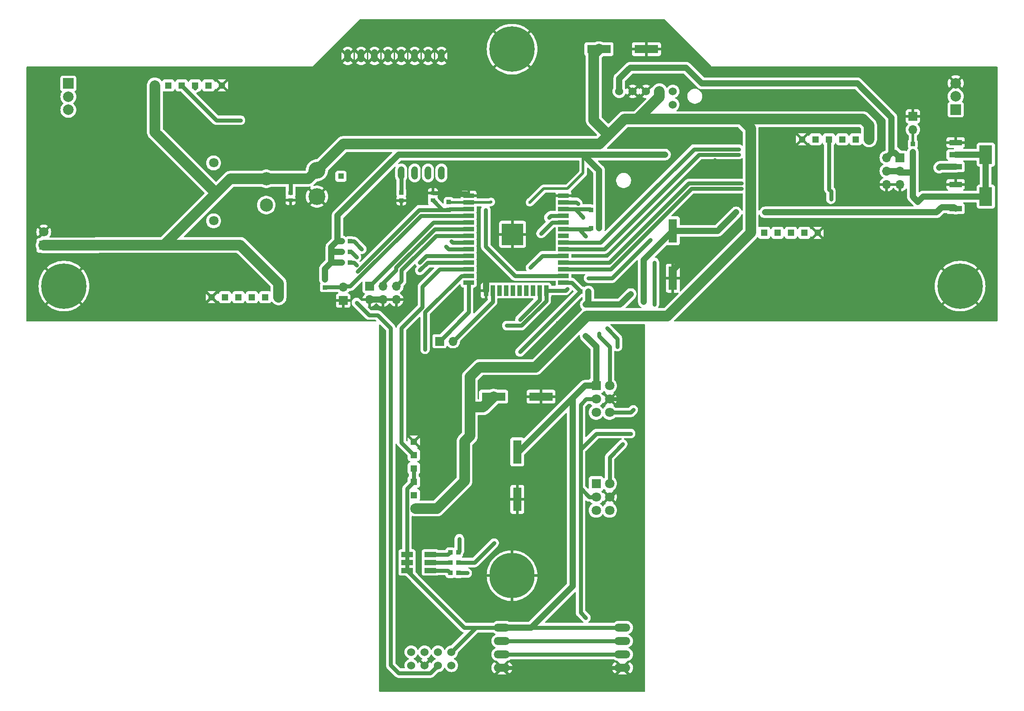
<source format=gtl>
%TF.GenerationSoftware,KiCad,Pcbnew,8.0.3*%
%TF.CreationDate,2024-07-01T16:21:34+02:00*%
%TF.ProjectId,bottomPCB,626f7474-6f6d-4504-9342-2e6b69636164,rev?*%
%TF.SameCoordinates,Original*%
%TF.FileFunction,Copper,L1,Top*%
%TF.FilePolarity,Positive*%
%FSLAX46Y46*%
G04 Gerber Fmt 4.6, Leading zero omitted, Abs format (unit mm)*
G04 Created by KiCad (PCBNEW 8.0.3) date 2024-07-01 16:21:34*
%MOMM*%
%LPD*%
G01*
G04 APERTURE LIST*
%TA.AperFunction,ComponentPad*%
%ADD10R,1.308000X1.308000*%
%TD*%
%TA.AperFunction,SMDPad,CuDef*%
%ADD11R,2.464999X1.050013*%
%TD*%
%TA.AperFunction,SMDPad,CuDef*%
%ADD12R,2.464999X3.540005*%
%TD*%
%TA.AperFunction,SMDPad,CuDef*%
%ADD13R,1.650013X4.500000*%
%TD*%
%TA.AperFunction,ComponentPad*%
%ADD14C,8.600000*%
%TD*%
%TA.AperFunction,ComponentPad*%
%ADD15O,3.016000X1.508000*%
%TD*%
%TA.AperFunction,ComponentPad*%
%ADD16R,1.700000X1.700000*%
%TD*%
%TA.AperFunction,ComponentPad*%
%ADD17O,1.700000X1.700000*%
%TD*%
%TA.AperFunction,SMDPad,CuDef*%
%ADD18R,0.806477X0.864008*%
%TD*%
%TA.AperFunction,SMDPad,CuDef*%
%ADD19R,4.500000X1.650013*%
%TD*%
%TA.AperFunction,SMDPad,CuDef*%
%ADD20R,2.000000X0.900000*%
%TD*%
%TA.AperFunction,SMDPad,CuDef*%
%ADD21R,0.900000X2.000000*%
%TD*%
%TA.AperFunction,SMDPad,CuDef*%
%ADD22R,4.100000X4.100000*%
%TD*%
%TA.AperFunction,SMDPad,CuDef*%
%ADD23R,0.900000X0.800000*%
%TD*%
%TA.AperFunction,SMDPad,CuDef*%
%ADD24R,2.264999X1.000000*%
%TD*%
%TA.AperFunction,ComponentPad*%
%ADD25R,2.000000X2.000000*%
%TD*%
%TA.AperFunction,ComponentPad*%
%ADD26C,2.000000*%
%TD*%
%TA.AperFunction,SMDPad,CuDef*%
%ADD27R,0.864008X0.806477*%
%TD*%
%TA.AperFunction,ComponentPad*%
%ADD28C,3.200000*%
%TD*%
%TA.AperFunction,ComponentPad*%
%ADD29C,1.530000*%
%TD*%
%TA.AperFunction,ComponentPad*%
%ADD30R,1.800000X1.800000*%
%TD*%
%TA.AperFunction,ComponentPad*%
%ADD31C,1.800000*%
%TD*%
%TA.AperFunction,ComponentPad*%
%ADD32O,1.270000X2.540000*%
%TD*%
%TA.AperFunction,ComponentPad*%
%ADD33R,1.108000X1.108000*%
%TD*%
%TA.AperFunction,ComponentPad*%
%ADD34C,2.500000*%
%TD*%
%TA.AperFunction,ComponentPad*%
%ADD35C,1.524003*%
%TD*%
%TA.AperFunction,ViaPad*%
%ADD36C,0.600000*%
%TD*%
%TA.AperFunction,Conductor*%
%ADD37C,1.200000*%
%TD*%
%TA.AperFunction,Conductor*%
%ADD38C,0.800000*%
%TD*%
%TA.AperFunction,Conductor*%
%ADD39C,0.500000*%
%TD*%
%TA.AperFunction,Conductor*%
%ADD40C,2.000000*%
%TD*%
G04 APERTURE END LIST*
D10*
%TO.P,ESCON-V4,1,D1*%
%TO.N,PWM4*%
X-47574800Y13121400D03*
%TO.P,ESCON-V4,2,D2*%
%TO.N,ENA*%
X-50114800Y13121400D03*
%TO.P,ESCON-V4,3,D3*%
%TO.N,DIR4*%
X-52654800Y13121400D03*
%TO.P,ESCON-V4,4,D4*%
%TO.N,unconnected-(ESCON-V4-D4-Pad4)*%
X-55194800Y13121400D03*
%TO.P,ESCON-V4,5,GND*%
%TO.N,GND*%
X-45034800Y13121400D03*
%TO.P,ESCON-V4,6,VCC*%
%TO.N,+BATT*%
X-57734800Y13121400D03*
%TD*%
D11*
%TO.P,U9,1,GND*%
%TO.N,GND*%
X94142495Y2254812D03*
%TO.P,U9,2,OUT*%
%TO.N,+3.3V*%
X94142495Y-45163D03*
%TO.P,U9,3,IN*%
%TO.N,+5V*%
X94142495Y-2345138D03*
D12*
%TO.P,U9,4,TAB*%
%TO.N,+3.3V*%
X99857507Y-45163D03*
%TD*%
D13*
%TO.P,C7,1,1*%
%TO.N,+5V*%
X40500000Y-14500127D03*
%TO.P,C7,2,2*%
%TO.N,GND*%
X40500000Y-23499873D03*
%TD*%
D14*
%TO.P,H2,1,1*%
%TO.N,GND*%
X-75000000Y-25000000D03*
%TD*%
D15*
%TO.P,Taster_LED1,1,v+*%
%TO.N,+3.3V*%
X8070000Y-89865000D03*
%TO.P,Taster_LED1,2,Data*%
%TO.N,SDA*%
X8070000Y-92405000D03*
%TO.P,Taster_LED1,3,Clock*%
%TO.N,SCL*%
X8070000Y-94945000D03*
%TO.P,Taster_LED1,4,GND*%
%TO.N,GND*%
X8070000Y-97485000D03*
%TO.P,Taster_LED1,5*%
X30930000Y-97485000D03*
%TO.P,Taster_LED1,6*%
%TO.N,SCL*%
X30930000Y-94945000D03*
%TO.P,Taster_LED1,7*%
%TO.N,SDA*%
X30930000Y-92405000D03*
%TO.P,Taster_LED1,8*%
%TO.N,+3.3V*%
X30930000Y-89865000D03*
%TD*%
D16*
%TO.P,J4,1,Pin_1*%
%TO.N,+5V*%
X83600000Y-600000D03*
D17*
%TO.P,J4,2,Pin_2*%
X81060000Y-600000D03*
%TO.P,J4,3,Pin_3*%
%TO.N,+3.3V*%
X83600000Y-3140000D03*
%TO.P,J4,4,Pin_4*%
X81060000Y-3140000D03*
%TO.P,J4,5,Pin_5*%
%TO.N,GND*%
X83600000Y-5679999D03*
%TO.P,J4,6,Pin_6*%
X81060000Y-5680000D03*
%TD*%
D18*
%TO.P,R3,1,1*%
%TO.N,+3.3V*%
X26500000Y-10500000D03*
%TO.P,R3,2,2*%
%TO.N,SCL*%
X24993268Y-10500000D03*
%TD*%
D14*
%TO.P,H1,1,1*%
%TO.N,GND*%
X10000000Y20000000D03*
%TD*%
D19*
%TO.P,C8,1,1*%
%TO.N,+BATT*%
X26500127Y20000000D03*
%TO.P,C8,2,2*%
%TO.N,GND*%
X35499873Y20000000D03*
%TD*%
D18*
%TO.P,R8,1,1*%
%TO.N,Net-(LED1---Pad6)*%
X-1707518Y-75552653D03*
%TO.P,R8,2,2*%
%TO.N,LED_G*%
X-200786Y-75552653D03*
%TD*%
D14*
%TO.P,H3,1,1*%
%TO.N,GND*%
X95000000Y-25000000D03*
%TD*%
D10*
%TO.P,ESCON-V3,1,D1*%
%TO.N,PWM3*%
X-44425200Y-27121400D03*
%TO.P,ESCON-V3,2,D2*%
%TO.N,ENA*%
X-41885200Y-27121400D03*
%TO.P,ESCON-V3,3,D3*%
%TO.N,DIR3*%
X-39345200Y-27121400D03*
%TO.P,ESCON-V3,4,D4*%
%TO.N,unconnected-(ESCON-V3-D4-Pad4)*%
X-36805200Y-27121400D03*
%TO.P,ESCON-V3,5,GND*%
%TO.N,GND*%
X-46965200Y-27121400D03*
%TO.P,ESCON-V3,6,VCC*%
%TO.N,+BATT*%
X-34265200Y-27121400D03*
%TD*%
D20*
%TO.P,U2,1,GND*%
%TO.N,GND*%
X1769622Y-7823381D03*
%TO.P,U2,2,3V3*%
%TO.N,+3.3V*%
X1769622Y-9093384D03*
%TO.P,U2,3,EN*%
%TO.N,EN*%
X1769622Y-10363386D03*
%TO.P,U2,4,SENSOR_VP*%
%TO.N,BARRIER*%
X1769622Y-11633389D03*
%TO.P,U2,5,SENSOR_VN*%
%TO.N,IN_39*%
X1769622Y-12903391D03*
%TO.P,U2,6,IO34*%
%TO.N,IN_34*%
X1769622Y-14173394D03*
%TO.P,U2,7,IO35*%
%TO.N,IN_35*%
X1769622Y-15443396D03*
%TO.P,U2,8,IO32*%
%TO.N,PWM4*%
X1769622Y-16713399D03*
%TO.P,U2,9,IO33*%
%TO.N,DIR4*%
X1769622Y-17983402D03*
%TO.P,U2,10,IO25*%
%TO.N,PWM3*%
X1769622Y-19253404D03*
%TO.P,U2,11,IO26*%
%TO.N,DIR3*%
X1769622Y-20523407D03*
%TO.P,U2,12,IO27*%
%TO.N,PWM5*%
X1769622Y-21793409D03*
%TO.P,U2,13,IO14*%
%TO.N,LED_G*%
X1769622Y-23063412D03*
%TO.P,U2,14,IO12*%
%TO.N,GPIO12*%
X1769622Y-24333414D03*
D21*
%TO.P,U2,15,GND*%
%TO.N,GND*%
X5054610Y-25833541D03*
%TO.P,U2,16,IO13*%
%TO.N,GPIO13*%
X6324613Y-25833541D03*
%TO.P,U2,17,SHD/SD2*%
%TO.N,unconnected-(U2-SHD{slash}SD2-Pad17)*%
X7594615Y-25833541D03*
%TO.P,U2,18,SWP/SD3*%
%TO.N,unconnected-(U2-SWP{slash}SD3-Pad18)*%
X8864618Y-25833541D03*
%TO.P,U2,19,SCS/CMD*%
%TO.N,unconnected-(U2-SCS{slash}CMD-Pad19)*%
X10134620Y-25833541D03*
%TO.P,U2,20,SCK/CLK*%
%TO.N,unconnected-(U2-SCK{slash}CLK-Pad20)*%
X11404623Y-25833541D03*
%TO.P,U2,21,SDO/SD0*%
%TO.N,unconnected-(U2-SDO{slash}SD0-Pad21)*%
X12674625Y-25833541D03*
%TO.P,U2,22,SDI/SD1*%
%TO.N,unconnected-(U2-SDI{slash}SD1-Pad22)*%
X13944628Y-25833541D03*
%TO.P,U2,23,IO15*%
%TO.N,LED_B*%
X15214630Y-25833541D03*
%TO.P,U2,24,IO2*%
%TO.N,ENA*%
X16484633Y-25833541D03*
D20*
%TO.P,U2,25,IO0*%
%TO.N,BOOT*%
X19769622Y-24333414D03*
%TO.P,U2,26,IO4*%
%TO.N,KICK*%
X19769622Y-23063412D03*
%TO.P,U2,27,IO16*%
%TO.N,DIR2*%
X19769622Y-21793409D03*
%TO.P,U2,28,IO17*%
%TO.N,PWM2*%
X19769622Y-20523407D03*
%TO.P,U2,29,IO5*%
%TO.N,LED_R*%
X19769622Y-19253404D03*
%TO.P,U2,30,IO18*%
%TO.N,DIR1*%
X19769622Y-17983402D03*
%TO.P,U2,31,IO19*%
%TO.N,PWM1*%
X19769622Y-16713399D03*
%TO.P,U2,32,NC*%
%TO.N,unconnected-(U2-NC-Pad32)*%
X19769622Y-15443396D03*
%TO.P,U2,33,IO21*%
%TO.N,SDA*%
X19769622Y-14173394D03*
%TO.P,U2,34,RXD0*%
%TO.N,RX*%
X19769622Y-12903391D03*
%TO.P,U2,35,TXD0*%
%TO.N,TX*%
X19769622Y-11633389D03*
%TO.P,U2,36,IO22*%
%TO.N,SCL*%
X19769622Y-10363386D03*
%TO.P,U2,37,IO23*%
%TO.N,P23*%
X19769622Y-9093384D03*
%TO.P,U2,38,GND*%
%TO.N,GND*%
X19769622Y-7823381D03*
D22*
%TO.P,U2,39,GND*%
X10089662Y-15163742D03*
%TD*%
D11*
%TO.P,U8,1,GND*%
%TO.N,GND*%
X94142494Y-5700025D03*
%TO.P,U8,2,OUT*%
%TO.N,+3.3V*%
X94142494Y-8000000D03*
%TO.P,U8,3,IN*%
%TO.N,+5V*%
X94142494Y-10299975D03*
D12*
%TO.P,U8,4,TAB*%
%TO.N,+3.3V*%
X99857506Y-8000000D03*
%TD*%
D23*
%TO.P,C3,1,1*%
%TO.N,EN*%
X-5000000Y-8700024D03*
%TO.P,C3,2,2*%
%TO.N,GND*%
X-5000000Y-7299976D03*
%TD*%
D24*
%TO.P,LED1,1,+*%
%TO.N,+3.3V*%
X-9915036Y-75999746D03*
%TO.P,LED1,2,+*%
X-9915037Y-77499873D03*
%TO.P,LED1,3,+*%
X-9915036Y-79000000D03*
%TO.P,LED1,4,-*%
%TO.N,Net-(LED1---Pad4)*%
X-5500000Y-79000000D03*
%TO.P,LED1,5,-*%
%TO.N,Net-(LED1---Pad5)*%
X-5499999Y-77499873D03*
%TO.P,LED1,6,-*%
%TO.N,Net-(LED1---Pad6)*%
X-5500000Y-75999746D03*
%TD*%
D18*
%TO.P,R7,1,1*%
%TO.N,BOOT*%
X22993270Y-26000000D03*
%TO.P,R7,2,2*%
%TO.N,+3.3V*%
X24500000Y-26000000D03*
%TD*%
D25*
%TO.P,A1,1,1*%
%TO.N,Net-(A1-Pad1)*%
X-74156503Y13470003D03*
D26*
%TO.P,A1,2,2*%
%TO.N,unconnected-(A1-Pad2)*%
X-74156503Y10970003D03*
%TO.P,A1,3,3*%
%TO.N,Net-(A1-Pad3)*%
X-74156503Y8470003D03*
%TD*%
D18*
%TO.P,R9,1,1*%
%TO.N,Net-(LED1---Pad5)*%
X-1707518Y-77499873D03*
%TO.P,R9,2,2*%
%TO.N,LED_R*%
X-200786Y-77499873D03*
%TD*%
%TO.P,R13,1,1*%
%TO.N,IN_39*%
X-20746634Y-20540000D03*
%TO.P,R13,2,2*%
%TO.N,+3.3V*%
X-22253366Y-20540000D03*
%TD*%
D27*
%TO.P,R1,1,1*%
%TO.N,KICK*%
X-11000000Y-7246634D03*
%TO.P,R1,2,2*%
%TO.N,GND*%
X-11000000Y-8753366D03*
%TD*%
D10*
%TO.P,ESCON-V2,1,D1*%
%TO.N,PWM2*%
X65425200Y-14878600D03*
%TO.P,ESCON-V2,2,D2*%
%TO.N,ENA*%
X62885200Y-14878600D03*
%TO.P,ESCON-V2,3,D3*%
%TO.N,DIR2*%
X60345200Y-14878600D03*
%TO.P,ESCON-V2,4,D4*%
%TO.N,unconnected-(ESCON-V2-D4-Pad4)*%
X57805200Y-14878600D03*
%TO.P,ESCON-V2,5,GND*%
%TO.N,GND*%
X67965200Y-14878600D03*
%TO.P,ESCON-V2,6,VCC*%
%TO.N,+BATT*%
X55265200Y-14878600D03*
%TD*%
%TO.P,ESCON-V1,1,D1*%
%TO.N,PWM1*%
X67574800Y2878600D03*
%TO.P,ESCON-V1,2,D2*%
%TO.N,ENA*%
X70114800Y2878600D03*
%TO.P,ESCON-V1,3,D3*%
%TO.N,DIR1*%
X72654800Y2878600D03*
%TO.P,ESCON-V1,4,D4*%
%TO.N,unconnected-(ESCON-V1-D4-Pad4)*%
X75194800Y2878600D03*
%TO.P,ESCON-V1,5,GND*%
%TO.N,GND*%
X65034800Y2878600D03*
%TO.P,ESCON-V1,6,VCC*%
%TO.N,+BATT*%
X77734800Y2878600D03*
%TD*%
%TO.P,ESCON-V5,1,D1*%
%TO.N,PWM5*%
X-8621400Y-57074800D03*
%TO.P,ESCON-V5,2,D2*%
%TO.N,+3.3V*%
X-8621400Y-59614800D03*
%TO.P,ESCON-V5,3,D3*%
X-8621400Y-62154800D03*
%TO.P,ESCON-V5,4,D4*%
%TO.N,unconnected-(ESCON-V5-D4-Pad4)*%
X-8621400Y-64694800D03*
%TO.P,ESCON-V5,5,GND*%
%TO.N,GND*%
X-8621400Y-54534800D03*
%TO.P,ESCON-V5,6,VCC*%
%TO.N,+BATT*%
X-8621400Y-67234800D03*
%TD*%
D18*
%TO.P,R2,1,1*%
%TO.N,+3.3V*%
X26500000Y-14000000D03*
%TO.P,R2,2,2*%
%TO.N,SDA*%
X24993268Y-14000000D03*
%TD*%
D28*
%TO.P,CN2,1,+*%
%TO.N,+BATT*%
X-27000000Y-3000000D03*
%TO.P,CN2,2,-*%
%TO.N,GND*%
X-27000000Y-8000000D03*
%TD*%
D16*
%TO.P,LB-S1,1,Pin_1*%
%TO.N,GND*%
X-22025000Y-27750000D03*
D17*
%TO.P,LB-S1,2,Pin_2*%
%TO.N,BARRIER*%
X-22025000Y-25210000D03*
%TD*%
D29*
%TO.P,D36V28FX1,1,PG*%
%TO.N,unconnected-(D36V28FX1-PG-Pad1)*%
X40500000Y9460000D03*
%TO.P,D36V28FX1,2,EN*%
%TO.N,unconnected-(D36V28FX1-EN-Pad2)*%
X40500000Y12000000D03*
%TO.P,D36V28FX1,3,IN*%
%TO.N,+BATT*%
X37960000Y12000000D03*
%TO.P,D36V28FX1,4,GND_1*%
%TO.N,GND*%
X35420000Y12000000D03*
%TO.P,D36V28FX1,5,GND_2*%
X32880000Y12000000D03*
%TO.P,D36V28FX1,6,OUT*%
%TO.N,+5V*%
X30340000Y12000000D03*
%TD*%
D27*
%TO.P,R4,1,1*%
%TO.N,+3.3V*%
X-25500000Y-23746634D03*
%TO.P,R4,2,2*%
%TO.N,BARRIER*%
X-25500000Y-25253366D03*
%TD*%
D16*
%TO.P,J3,1,Pin_1*%
%TO.N,GPIO12*%
X-3750000Y-35475000D03*
D17*
%TO.P,J3,2,Pin_2*%
%TO.N,GPIO13*%
X-1210000Y-35475000D03*
%TD*%
D25*
%TO.P,A2,1,1*%
%TO.N,Net-(A1-Pad3)*%
X94156504Y8529997D03*
D26*
%TO.P,A2,2,2*%
%TO.N,unconnected-(A2-Pad2)*%
X94156504Y11029997D03*
%TO.P,A2,3,3*%
%TO.N,GND*%
X94156504Y13529997D03*
%TD*%
D27*
%TO.P,R6,1,1*%
%TO.N,EN*%
X-2000000Y-10500000D03*
%TO.P,R6,2,2*%
%TO.N,+3.3V*%
X-2000000Y-8993268D03*
%TD*%
D16*
%TO.P,J2,1,Pin_1*%
%TO.N,IN_39*%
X-17000000Y-25000000D03*
D17*
%TO.P,J2,2,Pin_2*%
%TO.N,GND*%
X-17000000Y-27540000D03*
%TO.P,J2,3,Pin_3*%
%TO.N,IN_34*%
X-14460000Y-25000000D03*
%TO.P,J2,4,Pin_4*%
%TO.N,GND*%
X-14460000Y-27540000D03*
%TO.P,J2,5,Pin_5*%
%TO.N,IN_35*%
X-11920001Y-25000000D03*
%TO.P,J2,6,Pin_6*%
%TO.N,GND*%
X-11920000Y-27540000D03*
%TD*%
D30*
%TO.P,C-Big1,1,1*%
%TO.N,+BATT*%
X-78813500Y-17270003D03*
D31*
%TO.P,C-Big1,2,2*%
%TO.N,GND*%
X-78813500Y-14729997D03*
%TD*%
D16*
%TO.P,LB-L1,1,Pin_1*%
%TO.N,GND*%
X86025000Y7250000D03*
D17*
%TO.P,LB-L1,2,Pin_2*%
%TO.N,Net-(LB-L1-Pin_2)*%
X86025000Y4710000D03*
%TD*%
D32*
%TO.P,Kicker1,GND1,GND*%
%TO.N,GND*%
X-21177750Y18713750D03*
%TO.P,Kicker1,GND2,GND*%
X-18637750Y18713750D03*
%TO.P,Kicker1,GND3,GND*%
X-16097750Y18713750D03*
%TO.P,Kicker1,GND4,GND*%
X-13557750Y18713750D03*
%TO.P,Kicker1,GND5,GND*%
X-11017750Y18713750D03*
%TO.P,Kicker1,GND6,GND*%
X-8477750Y18713750D03*
%TO.P,Kicker1,GND7,GND*%
X-5937750Y18713750D03*
%TO.P,Kicker1,GND8,GND*%
X-3397750Y18713750D03*
D33*
%TO.P,Kicker1,NC*%
%TO.N,N/C*%
X-22447750Y-4146250D03*
D32*
%TO.P,Kicker1,SIG,SIG*%
%TO.N,KICK*%
X-11017750Y-3511250D03*
%TO.P,Kicker1,V+1,V+*%
%TO.N,+BATT*%
X-8477750Y-3511250D03*
%TO.P,Kicker1,V+2,V+*%
X-5937749Y-3511250D03*
%TO.P,Kicker1,V+3,V+*%
X-3397750Y-3511250D03*
%TD*%
D13*
%TO.P,C4,1,1*%
%TO.N,+3.3V*%
X11000000Y-56500127D03*
%TO.P,C4,2,2*%
%TO.N,GND*%
X11000000Y-65499873D03*
%TD*%
D18*
%TO.P,R12,1,1*%
%TO.N,IN_35*%
X-20746634Y-16500000D03*
%TO.P,R12,2,2*%
%TO.N,+3.3V*%
X-22253366Y-16500000D03*
%TD*%
D34*
%TO.P,U3,1,1*%
%TO.N,+BATT*%
X-36600000Y-4600000D03*
%TO.P,U3,2,2*%
%TO.N,Net-(A1-Pad1)*%
X-36600000Y-9600000D03*
D31*
%TO.P,U3,3,3*%
%TO.N,unconnected-(U3-Pad3)*%
X-46600000Y-12600000D03*
%TO.P,U3,4,4*%
%TO.N,unconnected-(U3-Pad4)*%
X-46600000Y-1600000D03*
%TD*%
D35*
%TO.P,Prog.1,1,1*%
%TO.N,+3.3V*%
X-1500000Y-94500000D03*
%TO.P,Prog.1,2,2*%
%TO.N,TX*%
X-1500000Y-97040006D03*
%TO.P,Prog.1,3,3*%
%TO.N,RX*%
X-4040005Y-94499999D03*
%TO.P,Prog.1,4,4*%
%TO.N,EN*%
X-4040004Y-97040006D03*
%TO.P,Prog.1,5,5*%
%TO.N,BOOT*%
X-6580012Y-94500000D03*
%TO.P,Prog.1,6,6*%
%TO.N,GND*%
X-6580011Y-97040007D03*
%TO.P,Prog.1,7,7*%
%TO.N,unconnected-(Prog.1-Pad7)*%
X-9120016Y-94500000D03*
%TO.P,Prog.1,8,8*%
%TO.N,unconnected-(Prog.1-Pad8)*%
X-9120016Y-97040006D03*
%TD*%
D27*
%TO.P,R5,1,1*%
%TO.N,Net-(LB-L1-Pin_2)*%
X86000000Y2000000D03*
%TO.P,R5,2,2*%
%TO.N,+3.3V*%
X86000000Y493268D03*
%TD*%
D18*
%TO.P,R11,1,1*%
%TO.N,IN_34*%
X-20746634Y-18500000D03*
%TO.P,R11,2,2*%
%TO.N,+3.3V*%
X-22253366Y-18500000D03*
%TD*%
D23*
%TO.P,C6,1,1*%
%TO.N,GND*%
X-32000000Y-8700024D03*
%TO.P,C6,2,2*%
%TO.N,+BATT*%
X-32000000Y-7299976D03*
%TD*%
D30*
%TO.P,I2C2,1,1*%
%TO.N,+3.3V*%
X25959994Y-62500000D03*
D31*
%TO.P,I2C2,2,2*%
%TO.N,SDA*%
X28500000Y-62500000D03*
%TO.P,I2C2,3,3*%
%TO.N,SCL*%
X25959994Y-65040005D03*
%TO.P,I2C2,4,4*%
%TO.N,GND*%
X28500000Y-65040005D03*
%TO.P,I2C2,5,5*%
%TO.N,+5V*%
X25959994Y-67580010D03*
%TO.P,I2C2,6,6*%
%TO.N,P23*%
X28500000Y-67580010D03*
%TD*%
D30*
%TO.P,I2C1,1,1*%
%TO.N,+3.3V*%
X25959994Y-43919990D03*
D31*
%TO.P,I2C1,2,2*%
%TO.N,SDA*%
X28500000Y-43919990D03*
%TO.P,I2C1,3,3*%
%TO.N,SCL*%
X25959994Y-46459995D03*
%TO.P,I2C1,4,4*%
%TO.N,GND*%
X28500000Y-46459995D03*
%TO.P,I2C1,5,5*%
%TO.N,+5V*%
X25959994Y-49000000D03*
%TO.P,I2C1,6,6*%
%TO.N,P23*%
X28500000Y-49000000D03*
%TD*%
D18*
%TO.P,R10,1,1*%
%TO.N,Net-(LED1---Pad4)*%
X-1707518Y-79499873D03*
%TO.P,R10,2,2*%
%TO.N,LED_B*%
X-200786Y-79499873D03*
%TD*%
D19*
%TO.P,C5,1,1*%
%TO.N,+BATT*%
X6500127Y-46000000D03*
%TO.P,C5,2,2*%
%TO.N,GND*%
X15499873Y-46000000D03*
%TD*%
D14*
%TO.P,H4,1,1*%
%TO.N,GND*%
X10000000Y-80000000D03*
%TD*%
D36*
%TO.N,GND*%
X30500000Y-25000000D03*
X30750000Y-41750000D03*
X42750000Y-19750000D03*
X5000000Y-22500000D03*
X26500000Y-59500000D03*
X-10000000Y-85000000D03*
X4400000Y-81400000D03*
X-49000000Y-1000000D03*
X48500000Y-1000000D03*
X18600000Y-27400000D03*
X34000000Y-3000000D03*
X20000000Y-87000000D03*
X-34000000Y-19500000D03*
X18600000Y-32000000D03*
X10000000Y-18500000D03*
X10000000Y-29000000D03*
X-4500000Y-71000000D03*
X46500000Y-10000000D03*
X31370002Y-62170002D03*
%TO.N,+5V*%
X35000000Y-28000000D03*
X52500000Y-11000000D03*
X91000000Y-2500000D03*
X58000000Y-11000000D03*
X91500000Y-10000000D03*
%TO.N,EN*%
X-19292893Y-22207107D03*
X-19500000Y-28125000D03*
%TO.N,+3.3V*%
X21500000Y-63000000D03*
X24000000Y-28500000D03*
X24000000Y-34500000D03*
X6000000Y-9000000D03*
X32500000Y-26500000D03*
X39000000Y0D03*
X87000000Y-9000000D03*
X13406616Y-9093384D03*
%TO.N,DIR1*%
X53000000Y0D03*
%TO.N,PWM1*%
X53000000Y1000000D03*
%TO.N,ENA*%
X70500000Y-8500000D03*
X24500000Y-23500000D03*
X9000000Y-32500000D03*
X20500000Y-25500000D03*
X36250000Y-16250000D03*
%TO.N,PWM2*%
X53500000Y-5500000D03*
%TO.N,DIR2*%
X53500000Y-6500000D03*
%TO.N,DIR3*%
X-7500000Y-22000000D03*
%TO.N,PWM3*%
X-7500000Y-20500000D03*
%TO.N,DIR4*%
X-41500000Y6500000D03*
X-2500000Y-17500000D03*
%TO.N,PWM4*%
X-1500000Y-16500000D03*
%TO.N,KICK*%
X5000000Y-10500000D03*
%TO.N,BOOT*%
X11500000Y-37500000D03*
%TO.N,TX*%
X17000000Y-12000000D03*
%TO.N,RX*%
X15500000Y-15000000D03*
%TO.N,SDA*%
X31000000Y-55000000D03*
X26500000Y-34000000D03*
X24000000Y-15500000D03*
%TO.N,SCL*%
X37000000Y-20500000D03*
X23500000Y-12000000D03*
X37000000Y-28500000D03*
X24000000Y-88000000D03*
X32500000Y-53000000D03*
%TO.N,+BATT*%
X-4000000Y2000000D03*
%TO.N,P23*%
X33000000Y-48500000D03*
X28000000Y-33000000D03*
X30000000Y-36500000D03*
X22500000Y-9363386D03*
%TO.N,LED_G*%
X-6500000Y-37000000D03*
X0Y-73000000D03*
%TO.N,LED_R*%
X6600000Y-73800000D03*
X13500000Y-21500000D03*
%TO.N,LED_B*%
X11500000Y-31348172D03*
X1500000Y-79500000D03*
%TO.N,IN_34*%
X-19500000Y-19500000D03*
%TO.N,IN_35*%
X-18500000Y-18000000D03*
%TO.N,IN_39*%
X-19500000Y-21000000D03*
%TD*%
D37*
%TO.N,GND*%
X5054611Y-22554611D02*
X5000000Y-22500000D01*
D38*
X-5000000Y-7299976D02*
X1246217Y-7299976D01*
D37*
X42750000Y-19750000D02*
X40500000Y-22000000D01*
D38*
X33459995Y-46459995D02*
X28500000Y-46459995D01*
X28500000Y-65040005D02*
X31370002Y-62170002D01*
D37*
X5054611Y-25833541D02*
X5054611Y-22554611D01*
D39*
X10089662Y-15163742D02*
X11349264Y-15163742D01*
D37*
X40500000Y-22000000D02*
X40500000Y-23499873D01*
D38*
X31370002Y-62170002D02*
X34500000Y-59040005D01*
X8070000Y-97485000D02*
X30930000Y-97485000D01*
X34500000Y-47500000D02*
X33459995Y-46459995D01*
X34500000Y-59040005D02*
X34500000Y-47500000D01*
D37*
X-14579998Y-27540000D02*
X-17000000Y-27540000D01*
X9500000Y-15753404D02*
X10089662Y-15163742D01*
X-14539999Y-27579999D02*
X-14579998Y-27540000D01*
D38*
X1246217Y-7299976D02*
X1769622Y-7823381D01*
D37*
%TO.N,+5V*%
X75500000Y13500000D02*
X82000000Y7000000D01*
X82660000Y340000D02*
X83600000Y-600000D01*
X43000000Y16500000D02*
X46000000Y13500000D01*
X48999873Y-14500127D02*
X40500000Y-14500127D01*
X82000000Y340000D02*
X81060000Y-600000D01*
X35000000Y-28000000D02*
X35000000Y-20000127D01*
X90500000Y-11000000D02*
X91500000Y-10000000D01*
X94142495Y-2345138D02*
X91154862Y-2345138D01*
X82000000Y7000000D02*
X82000000Y340000D01*
X30340000Y14440000D02*
X32400000Y16500000D01*
X82000000Y340000D02*
X82660000Y340000D01*
X82000000Y-11000000D02*
X58000000Y-11000000D01*
X93842519Y-10000000D02*
X94142494Y-10299975D01*
X32400000Y16500000D02*
X43000000Y16500000D01*
X91500000Y-10000000D02*
X93842519Y-10000000D01*
X46000000Y13500000D02*
X75500000Y13500000D01*
X52500000Y-11000000D02*
X48999873Y-14500127D01*
X35000000Y-20000127D02*
X40500000Y-14500127D01*
X82000000Y-11000000D02*
X90500000Y-11000000D01*
X30340000Y12000000D02*
X30340000Y14440000D01*
X91154862Y-2345138D02*
X91000000Y-2500000D01*
D38*
%TO.N,EN*%
X1769622Y-10363386D02*
X-1863386Y-10363386D01*
X-5000000Y-8700024D02*
X-3200024Y-10500000D01*
X-7585786Y-10500000D02*
X-3200024Y-10500000D01*
X-19292893Y-22207107D02*
X-7585786Y-10500000D01*
X-5499998Y-98500000D02*
X-4040004Y-97040006D01*
X-13000000Y-33000000D02*
X-13000000Y-97000000D01*
X-17125000Y-30500000D02*
X-15500000Y-30500000D01*
X-19500000Y-28125000D02*
X-17125000Y-30500000D01*
X-15500000Y-30500000D02*
X-13000000Y-33000000D01*
X-11500000Y-98500000D02*
X-5499998Y-98500000D01*
X-1863386Y-10363386D02*
X-2000000Y-10500000D01*
X-13000000Y-97000000D02*
X-11500000Y-98500000D01*
X-3200024Y-10500000D02*
X-2000000Y-10500000D01*
D37*
%TO.N,+3.3V*%
X25959994Y-43919990D02*
X25959994Y-36459994D01*
X11000000Y-56500127D02*
X11279857Y-56500127D01*
X21500000Y-82000000D02*
X13635000Y-89865000D01*
X23859994Y-43919990D02*
X21500000Y-46279984D01*
X21500000Y-63000000D02*
X21500000Y-82000000D01*
X87000000Y-9000000D02*
X88000000Y-8000000D01*
X86000000Y-3400000D02*
X83860000Y-3400000D01*
X88000000Y-8000000D02*
X94142494Y-8000000D01*
D38*
X-8457518Y-80457518D02*
X-9915036Y-79000000D01*
X949964Y-89865000D02*
X-8457518Y-80457518D01*
D37*
X99857507Y-45163D02*
X94142495Y-45163D01*
D38*
X-9915036Y-79000000D02*
X-9915036Y-77499874D01*
D37*
X30500000Y-28500000D02*
X32500000Y-26500000D01*
X-24213366Y-20540000D02*
X-24253366Y-20500000D01*
X83860000Y-3400000D02*
X83600000Y-3140000D01*
D38*
X-9915036Y-77499874D02*
X-9915037Y-77499873D01*
D39*
X23500000Y-3500000D02*
X23500000Y0D01*
D37*
X-25500000Y-21746634D02*
X-25500000Y-23746634D01*
X11279857Y-56500127D02*
X21500000Y-46279984D01*
X24000000Y-28500000D02*
X30500000Y-28500000D01*
D39*
X5906616Y-9093384D02*
X6000000Y-9000000D01*
X20500000Y-6500000D02*
X23500000Y-3500000D01*
D37*
X-23090938Y-16409062D02*
X-23090938Y-11590938D01*
X13635000Y-89865000D02*
X8070000Y-89865000D01*
X99857507Y-7999999D02*
X99857506Y-8000000D01*
D38*
X-8621400Y-62154800D02*
X-8621400Y-59614800D01*
D37*
X25959994Y-36459994D02*
X24000000Y-34500000D01*
X21500000Y-46279984D02*
X21500000Y-63000000D01*
X83600000Y-3140000D02*
X81060000Y-3140000D01*
X-24253366Y-17571490D02*
X-23090938Y-16409062D01*
X86000000Y-8000000D02*
X87000000Y-9000000D01*
D38*
X3135000Y-89865000D02*
X-1500000Y-94500000D01*
D37*
X23500000Y0D02*
X39000000Y0D01*
X-24253366Y-20500000D02*
X-24253366Y-18000000D01*
D39*
X16000000Y-6500000D02*
X20500000Y-6500000D01*
D37*
X86000000Y-3400000D02*
X86000000Y-8000000D01*
X-23753366Y-18500000D02*
X-24253366Y-18000000D01*
X26500000Y-14000000D02*
X26500000Y-10500000D01*
X26500000Y-10500000D02*
X26500000Y-3000000D01*
X24000000Y-28500000D02*
X24500000Y-28000000D01*
X24500000Y-28000000D02*
X24500000Y-26000000D01*
X-22253366Y-16500000D02*
X-23000000Y-16500000D01*
X-22253366Y-18500000D02*
X-23753366Y-18500000D01*
D39*
X-1899884Y-9093384D02*
X-2000000Y-8993268D01*
D38*
X8070000Y-89865000D02*
X30930000Y-89865000D01*
D39*
X13406616Y-9093384D02*
X16000000Y-6500000D01*
D37*
X-22253366Y-20540000D02*
X-24213366Y-20540000D01*
X-24253366Y-18000000D02*
X-24253366Y-17571490D01*
X86000000Y493268D02*
X86000000Y-3400000D01*
D38*
X-9915036Y-75999746D02*
X-9915036Y-63448436D01*
D39*
X1769622Y-9093384D02*
X5906616Y-9093384D01*
D37*
X-11500000Y0D02*
X23500000Y0D01*
X99857507Y-45163D02*
X99857507Y-7999999D01*
X-23090938Y-11590938D02*
X-11500000Y0D01*
D38*
X8070000Y-89865000D02*
X949964Y-89865000D01*
D37*
X25959994Y-43919990D02*
X23859994Y-43919990D01*
X-24253366Y-20500000D02*
X-25500000Y-21746634D01*
D38*
X8070000Y-89865000D02*
X3135000Y-89865000D01*
D39*
X1769622Y-9093384D02*
X-1899884Y-9093384D01*
D38*
X-9915036Y-63448436D02*
X-8621400Y-62154800D01*
X-9915037Y-77499873D02*
X-9915037Y-75999747D01*
D37*
X94142494Y-8000000D02*
X99857506Y-8000000D01*
D38*
X-9915037Y-75999747D02*
X-9915036Y-75999746D01*
D37*
X26500000Y-3000000D02*
X23500000Y0D01*
X-23000000Y-16500000D02*
X-23090938Y-16409062D01*
D38*
%TO.N,DIR1*%
X45500000Y0D02*
X53000000Y0D01*
X19769622Y-17983402D02*
X27516598Y-17983402D01*
X27516598Y-17983402D02*
X45500000Y0D01*
%TO.N,PWM1*%
X19769622Y-16713399D02*
X26786601Y-16713399D01*
X26786601Y-16713399D02*
X34000000Y-9500000D01*
X34000000Y-9500000D02*
X44500000Y1000000D01*
X44500000Y1000000D02*
X53000000Y1000000D01*
%TO.N,ENA*%
X20166459Y-25833541D02*
X20500000Y-25500000D01*
X70500000Y-7000000D02*
X70114800Y-6614800D01*
X70114800Y-6614800D02*
X70114800Y2878601D01*
X16484632Y-25833541D02*
X20166459Y-25833541D01*
X36250000Y-16250000D02*
X29000000Y-23500000D01*
X29000000Y-23500000D02*
X24500000Y-23500000D01*
X-50114800Y12614800D02*
X-50114800Y13121400D01*
X16484632Y-27777754D02*
X11762386Y-32500000D01*
X70500000Y-8500000D02*
X70500000Y-7000000D01*
X16484632Y-25833541D02*
X16484632Y-27777754D01*
X11762386Y-32500000D02*
X9000000Y-32500000D01*
%TO.N,PWM2*%
X19769622Y-20523407D02*
X28476593Y-20523407D01*
X43500000Y-5500000D02*
X53500000Y-5500000D01*
X28476593Y-20523407D02*
X43500000Y-5500000D01*
%TO.N,DIR2*%
X19769622Y-21793409D02*
X28706591Y-21793409D01*
X44000000Y-6500000D02*
X53500000Y-6500000D01*
X28706591Y-21793409D02*
X44000000Y-6500000D01*
%TO.N,DIR3*%
X-6023407Y-20523407D02*
X-7500000Y-22000000D01*
X1769622Y-20523407D02*
X-6023407Y-20523407D01*
%TO.N,PWM3*%
X1769622Y-19253404D02*
X-6253404Y-19253404D01*
X-6253404Y-19253404D02*
X-7500000Y-20500000D01*
%TO.N,DIR4*%
X1769622Y-17983402D02*
X-2016598Y-17983402D01*
X-46033400Y6500000D02*
X-52654800Y13121400D01*
X-41500000Y6500000D02*
X-46033400Y6500000D01*
X-2016598Y-17983402D02*
X-2500000Y-17500000D01*
%TO.N,PWM4*%
X-1286601Y-16713399D02*
X-1500000Y-16500000D01*
X1769622Y-16713399D02*
X-1286601Y-16713399D01*
%TO.N,KICK*%
X-11017750Y-3511250D02*
X-11017750Y-7228884D01*
X19769622Y-23063412D02*
X10563412Y-23063412D01*
X-11017750Y-7228884D02*
X-11000000Y-7246634D01*
X5000000Y-17500000D02*
X5000000Y-10500000D01*
X10563412Y-23063412D02*
X5000000Y-17500000D01*
%TO.N,BOOT*%
X22746635Y-25753365D02*
X22993270Y-26000000D01*
X21326684Y-24333414D02*
X22746635Y-25753365D01*
X19769622Y-24333414D02*
X21326684Y-24333414D01*
X11500000Y-37500000D02*
X22993270Y-26006730D01*
X22993270Y-26006730D02*
X22993270Y-26000000D01*
%TO.N,TX*%
X19769622Y-11633389D02*
X17366611Y-11633389D01*
X17366611Y-11633389D02*
X17000000Y-12000000D01*
%TO.N,RX*%
X17596609Y-12903391D02*
X15500000Y-15000000D01*
X19769622Y-12903391D02*
X17596609Y-12903391D01*
%TO.N,SDA*%
X26500000Y-34000000D02*
X26500000Y-34500000D01*
X23000000Y-14500000D02*
X24000000Y-15500000D01*
X24819874Y-14173394D02*
X24993268Y-14000000D01*
X23000000Y-14173394D02*
X24819874Y-14173394D01*
X23000000Y-14173394D02*
X23000000Y-14500000D01*
X28500000Y-36500000D02*
X28500000Y-43919990D01*
X28500000Y-62500000D02*
X28500000Y-57500000D01*
X26500000Y-34500000D02*
X28500000Y-36500000D01*
X19769622Y-14173394D02*
X23000000Y-14173394D01*
X28500000Y-57500000D02*
X31000000Y-55000000D01*
X30930000Y-92405000D02*
X8070000Y-92405000D01*
%TO.N,SCL*%
X24687202Y-65040005D02*
X25959994Y-65040005D01*
X24040005Y-46459995D02*
X23000000Y-47500000D01*
X23000000Y-63352803D02*
X24687202Y-65040005D01*
X19769622Y-10363386D02*
X22000000Y-10363386D01*
X23500000Y-12000000D02*
X23500000Y-11863386D01*
X23000000Y-63352803D02*
X23000000Y-70500000D01*
X8070000Y-94945000D02*
X30930000Y-94945000D01*
X23000000Y-87000000D02*
X24000000Y-88000000D01*
X26000000Y-53000000D02*
X32500000Y-53000000D01*
X23500000Y-11863386D02*
X22000000Y-10363386D01*
X23000000Y-47500000D02*
X23000000Y-55500000D01*
X23000000Y-70500000D02*
X23000000Y-87000000D01*
X22000000Y-10363386D02*
X24856654Y-10363386D01*
X23000000Y-55500000D02*
X23000000Y-56000000D01*
X24856654Y-10363386D02*
X24993268Y-10500000D01*
X23000000Y-56000000D02*
X26000000Y-53000000D01*
X23000000Y-56000000D02*
X23000000Y-63352803D01*
X25959994Y-46459995D02*
X24040005Y-46459995D01*
X37000000Y-28500000D02*
X37000000Y-20500000D01*
%TO.N,BARRIER*%
X-22025000Y-25210000D02*
X-25456634Y-25210000D01*
X1769622Y-11633389D02*
X-7304961Y-11633389D01*
X-25456634Y-25210000D02*
X-25500000Y-25253366D01*
X-7304961Y-11633389D02*
X-20711571Y-25039999D01*
X-21854999Y-25039999D02*
X-22025000Y-25210000D01*
X-20711571Y-25039999D02*
X-21854999Y-25039999D01*
%TO.N,PWM5*%
X-11000000Y-54696200D02*
X-8621400Y-57074800D01*
X-11000000Y-33000000D02*
X-11000000Y-54696200D01*
X-3693409Y-21793409D02*
X-7000000Y-25100000D01*
X-7000000Y-25100000D02*
X-7000000Y-29000000D01*
X1769622Y-21793409D02*
X-3693409Y-21793409D01*
X-7000000Y-29000000D02*
X-11000000Y-33000000D01*
%TO.N,+BATT*%
X-32000000Y-7299976D02*
X-32000000Y-4600000D01*
D40*
X2000000Y-48000000D02*
X4500127Y-48000000D01*
X30800936Y6199064D02*
X28300936Y3699064D01*
X55265200Y4933864D02*
X55265200Y-14878600D01*
X-46150000Y-7350000D02*
X-57734800Y4234800D01*
X4500127Y-48000000D02*
X6500127Y-46000000D01*
X2000000Y-48000000D02*
X2000000Y-53500000D01*
X-43400000Y-4600000D02*
X-36600000Y-4600000D01*
X-41532600Y-17200000D02*
X-65000000Y-17200000D01*
X77734800Y5532600D02*
X77734800Y2878600D01*
X-65000000Y-17200000D02*
X-68700000Y-17200000D01*
X-36600000Y-4600000D02*
X-32000000Y-4600000D01*
X1000000Y-62000000D02*
X-4234800Y-67234800D01*
X-22000000Y2000000D02*
X-4000000Y2000000D01*
X55265200Y-14878600D02*
X39443800Y-30700000D01*
X31300936Y6699064D02*
X30800936Y6199064D01*
X-27000000Y-3000000D02*
X-22000000Y2000000D01*
X-32000000Y-4600000D02*
X-28600000Y-4600000D01*
X-34265200Y-27121400D02*
X-34265200Y-24467400D01*
X39443800Y-30700000D02*
X24154000Y-30700000D01*
X-4234800Y-67234800D02*
X-8315036Y-67234800D01*
X2000000Y-53500000D02*
X1000000Y-54500000D01*
X-65000000Y-17200000D02*
X-56000000Y-17200000D01*
X33740937Y6699064D02*
X37960000Y10918127D01*
X-68700000Y-17200000D02*
X-68770003Y-17270003D01*
X1000000Y-54500000D02*
X1000000Y-62000000D01*
X-28600000Y-4600000D02*
X-27000000Y-3000000D01*
X-34265200Y-24467400D02*
X-41532600Y-17200000D01*
X-4000000Y2000000D02*
X26601873Y2000000D01*
X-27000000Y-3000000D02*
X-26499873Y-3000000D01*
X3837258Y-40400000D02*
X2000000Y-42237258D01*
X25500127Y6499873D02*
X25500127Y19000000D01*
X25500127Y19000000D02*
X26500127Y20000000D01*
X24154000Y-30700000D02*
X14454000Y-40400000D01*
X31300936Y6699064D02*
X33740937Y6699064D01*
X-46150000Y-7350000D02*
X-43400000Y-4600000D01*
X2000000Y-42237258D02*
X2000000Y-48000000D01*
X26601873Y2000000D02*
X28300936Y3699064D01*
X-56000000Y-17200000D02*
X-46150000Y-7350000D01*
X53500000Y6699064D02*
X76568336Y6699064D01*
X-57734800Y4234800D02*
X-57734800Y13121400D01*
X37960000Y10918127D02*
X37960000Y12000000D01*
X-78813500Y-17270003D02*
X-68770003Y-17270003D01*
X31300936Y6699064D02*
X53500000Y6699064D01*
X28300936Y3699064D02*
X25500127Y6499873D01*
X76568336Y6699064D02*
X77734800Y5532600D01*
X14454000Y-40400000D02*
X3837258Y-40400000D01*
X53500000Y6699064D02*
X55265200Y4933864D01*
D39*
%TO.N,Net-(LB-L1-Pin_2)*%
X86025000Y4710000D02*
X86025000Y2025000D01*
X86025000Y2025000D02*
X86000000Y2000000D01*
D38*
%TO.N,P23*%
X30000000Y-35000000D02*
X28000000Y-33000000D01*
X32500000Y-49000000D02*
X33000000Y-48500000D01*
X28500000Y-49000000D02*
X32500000Y-49000000D01*
X30000000Y-36500000D02*
X30000000Y-35000000D01*
X22229998Y-9093384D02*
X22500000Y-9363386D01*
X19769622Y-9093384D02*
X22229998Y-9093384D01*
%TO.N,Net-(LED1---Pad6)*%
X-2154611Y-75999746D02*
X-1707518Y-75552653D01*
X-5500000Y-75999746D02*
X-2154611Y-75999746D01*
%TO.N,Net-(LED1---Pad4)*%
X-5500000Y-79000000D02*
X-2207391Y-79000000D01*
X-2207391Y-79000000D02*
X-1707518Y-79499873D01*
%TO.N,Net-(LED1---Pad5)*%
X-5499999Y-77499873D02*
X-1707518Y-77499873D01*
%TO.N,LED_G*%
X-6500000Y-37000000D02*
X-6500000Y-29953036D01*
X-6500000Y-29953036D02*
X389624Y-23063412D01*
X0Y-73000000D02*
X0Y-75351867D01*
X0Y-75351867D02*
X-200786Y-75552653D01*
X389624Y-23063412D02*
X1769622Y-23063412D01*
%TO.N,LED_R*%
X19769622Y-19253404D02*
X15746596Y-19253404D01*
X6600000Y-73800000D02*
X2900127Y-77499873D01*
X15746596Y-19253404D02*
X13500000Y-21500000D01*
X2900127Y-77499873D02*
X-200786Y-77499873D01*
%TO.N,LED_B*%
X-200659Y-79500000D02*
X-200786Y-79499873D01*
X11500000Y-31348172D02*
X15214631Y-27633541D01*
X15214631Y-27633541D02*
X15214631Y-25833541D01*
X1500000Y-79500000D02*
X-200659Y-79500000D01*
%TO.N,IN_34*%
X-12000000Y-21500000D02*
X-12000000Y-22000000D01*
X-4673394Y-14173394D02*
X-12000000Y-21500000D01*
X1769622Y-14173394D02*
X-4673394Y-14173394D01*
X-12000000Y-22000000D02*
X-14460000Y-24460000D01*
X-20500000Y-18500000D02*
X-19500000Y-19500000D01*
X-14460000Y-24460000D02*
X-14460000Y-25000000D01*
X-20746634Y-18500000D02*
X-20500000Y-18500000D01*
%TO.N,IN_35*%
X-18500000Y-18000000D02*
X-20000000Y-16500000D01*
X-10959999Y-24039998D02*
X-10959999Y-22000000D01*
X-4403395Y-15443396D02*
X1769622Y-15443396D01*
X-20000000Y-16500000D02*
X-20746634Y-16500000D01*
X-11920001Y-25000000D02*
X-10959999Y-24039998D01*
X-10959999Y-22000000D02*
X-4403395Y-15443396D01*
%TO.N,GPIO13*%
X6324613Y-27940387D02*
X-1210000Y-35475000D01*
X6324613Y-25833541D02*
X6324613Y-27940387D01*
%TO.N,GPIO12*%
X1769622Y-29955378D02*
X-3750000Y-35475000D01*
X1769622Y-24333414D02*
X1769622Y-29955378D01*
%TO.N,IN_39*%
X-4903391Y-12903391D02*
X1769622Y-12903391D01*
X-17000000Y-25000000D02*
X-4903391Y-12903391D01*
X-20746634Y-20540000D02*
X-19960000Y-20540000D01*
X-19960000Y-20540000D02*
X-19500000Y-21000000D01*
%TD*%
%TA.AperFunction,Conductor*%
%TO.N,GND*%
G36*
X35142539Y-32220185D02*
G01*
X35188294Y-32272989D01*
X35199500Y-32324500D01*
X35199500Y-101965500D01*
X35179815Y-102032539D01*
X35127011Y-102078294D01*
X35075500Y-102089500D01*
X-15075500Y-102089500D01*
X-15142539Y-102069815D01*
X-15188294Y-102017011D01*
X-15199500Y-101965500D01*
X-15199500Y-32373362D01*
X-15179815Y-32306323D01*
X-15127011Y-32260568D01*
X-15057853Y-32250624D01*
X-14994297Y-32279649D01*
X-14987819Y-32285681D01*
X-13936819Y-33336681D01*
X-13903334Y-33398004D01*
X-13900500Y-33424361D01*
X-13900500Y-96911308D01*
X-13900500Y-97088692D01*
X-13865895Y-97262666D01*
X-13831953Y-97344606D01*
X-13798013Y-97426547D01*
X-13766669Y-97473456D01*
X-13699464Y-97574036D01*
X-12199464Y-99074035D01*
X-12074035Y-99199464D01*
X-11926547Y-99298013D01*
X-11762666Y-99365894D01*
X-11676273Y-99383078D01*
X-11588694Y-99400500D01*
X-11588692Y-99400500D01*
X-5411305Y-99400500D01*
X-5411301Y-99400499D01*
X-5237332Y-99365895D01*
X-5155391Y-99331953D01*
X-5073451Y-99298013D01*
X-5073445Y-99298009D01*
X-4985037Y-99238936D01*
X-4985034Y-99238933D01*
X-4925964Y-99199466D01*
X-4925962Y-99199464D01*
X-4065149Y-98338650D01*
X-4003826Y-98305165D01*
X-3988283Y-98302804D01*
X-3819935Y-98288077D01*
X-3606554Y-98230901D01*
X-3406342Y-98137541D01*
X-3406339Y-98137539D01*
X-3406337Y-98137538D01*
X-3225388Y-98010836D01*
X-3225382Y-98010831D01*
X-3069178Y-97854627D01*
X-3069173Y-97854621D01*
X-2942471Y-97673672D01*
X-2942467Y-97673664D01*
X-2882384Y-97544815D01*
X-2836212Y-97492375D01*
X-2769019Y-97473223D01*
X-2702137Y-97493439D01*
X-2657619Y-97544815D01*
X-2597535Y-97673668D01*
X-2470827Y-97854626D01*
X-2314620Y-98010833D01*
X-2133662Y-98137541D01*
X-1933450Y-98230901D01*
X-1720069Y-98288077D01*
X-1555017Y-98302516D01*
X-1500002Y-98307330D01*
X-1500000Y-98307330D01*
X-1499998Y-98307330D01*
X-1437123Y-98301829D01*
X-1279931Y-98288077D01*
X-1066550Y-98230901D01*
X-866338Y-98137541D01*
X-866335Y-98137539D01*
X-866333Y-98137538D01*
X-685384Y-98010836D01*
X-685378Y-98010831D01*
X-529174Y-97854627D01*
X-529169Y-97854621D01*
X-402467Y-97673672D01*
X-402465Y-97673668D01*
X-358701Y-97579815D01*
X-309105Y-97473456D01*
X-251929Y-97260075D01*
X-251245Y-97252265D01*
X-232676Y-97040008D01*
X-232676Y-97040003D01*
X-251928Y-96819942D01*
X-251929Y-96819935D01*
X-309106Y-96606552D01*
X-402465Y-96406343D01*
X-402467Y-96406339D01*
X-529169Y-96225390D01*
X-529174Y-96225384D01*
X-685378Y-96069180D01*
X-685384Y-96069175D01*
X-866333Y-95942473D01*
X-866337Y-95942471D01*
X-995193Y-95882385D01*
X-1047632Y-95836213D01*
X-1066784Y-95769019D01*
X-1046568Y-95702138D01*
X-995193Y-95657621D01*
X-963104Y-95642657D01*
X-866338Y-95597535D01*
X-866335Y-95597533D01*
X-866333Y-95597532D01*
X-685384Y-95470830D01*
X-685378Y-95470825D01*
X-529174Y-95314621D01*
X-529169Y-95314615D01*
X-402467Y-95133666D01*
X-402465Y-95133662D01*
X-309106Y-94933453D01*
X-309041Y-94933213D01*
X-251929Y-94720069D01*
X-237201Y-94551728D01*
X-211749Y-94486659D01*
X-201354Y-94474854D01*
X3471681Y-90801819D01*
X3533004Y-90768334D01*
X3559362Y-90765500D01*
X6391007Y-90765500D01*
X6458046Y-90785185D01*
X6478688Y-90801819D01*
X6498753Y-90821884D01*
X6585452Y-90884873D01*
X6658499Y-90937944D01*
X6828404Y-91024516D01*
X6879199Y-91072490D01*
X6895994Y-91140311D01*
X6873456Y-91206446D01*
X6828404Y-91245483D01*
X6671321Y-91325522D01*
X6658495Y-91332058D01*
X6498753Y-91448115D01*
X6359115Y-91587753D01*
X6243058Y-91747495D01*
X6153408Y-91923441D01*
X6092389Y-92111236D01*
X6061500Y-92306263D01*
X6061500Y-92503736D01*
X6092389Y-92698763D01*
X6153408Y-92886558D01*
X6153409Y-92886561D01*
X6243056Y-93062501D01*
X6243058Y-93062504D01*
X6359115Y-93222246D01*
X6498753Y-93361884D01*
X6648234Y-93470486D01*
X6658499Y-93477944D01*
X6828404Y-93564516D01*
X6879199Y-93612490D01*
X6895994Y-93680311D01*
X6873456Y-93746446D01*
X6828404Y-93785483D01*
X6671321Y-93865522D01*
X6658495Y-93872058D01*
X6498753Y-93988115D01*
X6359115Y-94127753D01*
X6243058Y-94287495D01*
X6153408Y-94463441D01*
X6092389Y-94651236D01*
X6061500Y-94846263D01*
X6061500Y-95043736D01*
X6092389Y-95238763D01*
X6153408Y-95426558D01*
X6153409Y-95426561D01*
X6243056Y-95602501D01*
X6243058Y-95602504D01*
X6359115Y-95762246D01*
X6498753Y-95901884D01*
X6617649Y-95988265D01*
X6658499Y-96017944D01*
X6834439Y-96107591D01*
X6959637Y-96148270D01*
X7022236Y-96168610D01*
X7050907Y-96173150D01*
X7083349Y-96178289D01*
X7146484Y-96208218D01*
X7151633Y-96213081D01*
X7940590Y-97002037D01*
X7877007Y-97019075D01*
X7762993Y-97084901D01*
X7669901Y-97177993D01*
X7604075Y-97292007D01*
X7587037Y-97355589D01*
X6650170Y-96418722D01*
X6499072Y-96528503D01*
X6359500Y-96668075D01*
X6359496Y-96668080D01*
X6243485Y-96827757D01*
X6153873Y-97003626D01*
X6092876Y-97191353D01*
X6062000Y-97386302D01*
X6062000Y-97583697D01*
X6092876Y-97778646D01*
X6153873Y-97966373D01*
X6243485Y-98142242D01*
X6359496Y-98301919D01*
X6359500Y-98301924D01*
X6499071Y-98441495D01*
X6650170Y-98551276D01*
X6650171Y-98551275D01*
X7587037Y-97614409D01*
X7604075Y-97677993D01*
X7669901Y-97792007D01*
X7762993Y-97885099D01*
X7877007Y-97950925D01*
X7940590Y-97967962D01*
X7176082Y-98732469D01*
X7217309Y-98739000D01*
X8922691Y-98739000D01*
X8963917Y-98732469D01*
X8199409Y-97967962D01*
X8262993Y-97950925D01*
X8377007Y-97885099D01*
X8470099Y-97792007D01*
X8535925Y-97677993D01*
X8552962Y-97614409D01*
X9489828Y-98551276D01*
X9489829Y-98551276D01*
X9640919Y-98441503D01*
X9640924Y-98441499D01*
X9780499Y-98301924D01*
X9780503Y-98301919D01*
X9896514Y-98142242D01*
X9986126Y-97966373D01*
X10047123Y-97778646D01*
X10078000Y-97583697D01*
X10078000Y-97386302D01*
X10047123Y-97191353D01*
X9986126Y-97003626D01*
X9896514Y-96827757D01*
X9780503Y-96668080D01*
X9780499Y-96668075D01*
X9640928Y-96528504D01*
X9489828Y-96418722D01*
X8552962Y-97355589D01*
X8535925Y-97292007D01*
X8470099Y-97177993D01*
X8377007Y-97084901D01*
X8262993Y-97019075D01*
X8199410Y-97002037D01*
X8988365Y-96213082D01*
X9049688Y-96179597D01*
X9056648Y-96178290D01*
X9117763Y-96168610D01*
X9305561Y-96107591D01*
X9481501Y-96017944D01*
X9584779Y-95942909D01*
X9641246Y-95901884D01*
X9641248Y-95901881D01*
X9641252Y-95901879D01*
X9661312Y-95881819D01*
X9722635Y-95848334D01*
X9748993Y-95845500D01*
X29251007Y-95845500D01*
X29318046Y-95865185D01*
X29338688Y-95881819D01*
X29358753Y-95901884D01*
X29477649Y-95988265D01*
X29518499Y-96017944D01*
X29694439Y-96107591D01*
X29819637Y-96148270D01*
X29882236Y-96168610D01*
X29910907Y-96173150D01*
X29943349Y-96178289D01*
X30006484Y-96208218D01*
X30011633Y-96213081D01*
X30800590Y-97002037D01*
X30737007Y-97019075D01*
X30622993Y-97084901D01*
X30529901Y-97177993D01*
X30464075Y-97292007D01*
X30447037Y-97355589D01*
X29510170Y-96418722D01*
X29359072Y-96528503D01*
X29219500Y-96668075D01*
X29219496Y-96668080D01*
X29103485Y-96827757D01*
X29013873Y-97003626D01*
X28952876Y-97191353D01*
X28922000Y-97386302D01*
X28922000Y-97583697D01*
X28952876Y-97778646D01*
X29013873Y-97966373D01*
X29103485Y-98142242D01*
X29219496Y-98301919D01*
X29219500Y-98301924D01*
X29359071Y-98441495D01*
X29510170Y-98551276D01*
X29510171Y-98551275D01*
X30447037Y-97614409D01*
X30464075Y-97677993D01*
X30529901Y-97792007D01*
X30622993Y-97885099D01*
X30737007Y-97950925D01*
X30800590Y-97967962D01*
X30036082Y-98732469D01*
X30077309Y-98739000D01*
X31782691Y-98739000D01*
X31823917Y-98732469D01*
X31059409Y-97967962D01*
X31122993Y-97950925D01*
X31237007Y-97885099D01*
X31330099Y-97792007D01*
X31395925Y-97677993D01*
X31412962Y-97614409D01*
X32349828Y-98551276D01*
X32349829Y-98551276D01*
X32500919Y-98441503D01*
X32500924Y-98441499D01*
X32640499Y-98301924D01*
X32640503Y-98301919D01*
X32756514Y-98142242D01*
X32846126Y-97966373D01*
X32907123Y-97778646D01*
X32938000Y-97583697D01*
X32938000Y-97386302D01*
X32907123Y-97191353D01*
X32846126Y-97003626D01*
X32756514Y-96827757D01*
X32640503Y-96668080D01*
X32640499Y-96668075D01*
X32500928Y-96528504D01*
X32349828Y-96418722D01*
X31412962Y-97355589D01*
X31395925Y-97292007D01*
X31330099Y-97177993D01*
X31237007Y-97084901D01*
X31122993Y-97019075D01*
X31059410Y-97002037D01*
X31848365Y-96213082D01*
X31909688Y-96179597D01*
X31916648Y-96178290D01*
X31977763Y-96168610D01*
X32165561Y-96107591D01*
X32341501Y-96017944D01*
X32444779Y-95942909D01*
X32501246Y-95901884D01*
X32501248Y-95901881D01*
X32501252Y-95901879D01*
X32640879Y-95762252D01*
X32640881Y-95762248D01*
X32640884Y-95762246D01*
X32692723Y-95690894D01*
X32756944Y-95602501D01*
X32846591Y-95426561D01*
X32907610Y-95238763D01*
X32924256Y-95133665D01*
X32938500Y-95043736D01*
X32938500Y-94846263D01*
X32907610Y-94651236D01*
X32858469Y-94499997D01*
X32846591Y-94463439D01*
X32756944Y-94287499D01*
X32749486Y-94277234D01*
X32640884Y-94127753D01*
X32501246Y-93988115D01*
X32341505Y-93872058D01*
X32330267Y-93866332D01*
X32171593Y-93785482D01*
X32120800Y-93737510D01*
X32104005Y-93669689D01*
X32126542Y-93603554D01*
X32171593Y-93564517D01*
X32341501Y-93477944D01*
X32361912Y-93463114D01*
X32501246Y-93361884D01*
X32501248Y-93361881D01*
X32501252Y-93361879D01*
X32640879Y-93222252D01*
X32640881Y-93222248D01*
X32640884Y-93222246D01*
X32691779Y-93152192D01*
X32756944Y-93062501D01*
X32846591Y-92886561D01*
X32907610Y-92698763D01*
X32938500Y-92503736D01*
X32938500Y-92306263D01*
X32907610Y-92111236D01*
X32887270Y-92048637D01*
X32846591Y-91923439D01*
X32756944Y-91747499D01*
X32749486Y-91737234D01*
X32640884Y-91587753D01*
X32501246Y-91448115D01*
X32341505Y-91332058D01*
X32335119Y-91328804D01*
X32171593Y-91245482D01*
X32120800Y-91197510D01*
X32104005Y-91129689D01*
X32126542Y-91063554D01*
X32171593Y-91024517D01*
X32341501Y-90937944D01*
X32414548Y-90884873D01*
X32501246Y-90821884D01*
X32501248Y-90821881D01*
X32501252Y-90821879D01*
X32640879Y-90682252D01*
X32640881Y-90682248D01*
X32640884Y-90682246D01*
X32691779Y-90612192D01*
X32756944Y-90522501D01*
X32846591Y-90346561D01*
X32907610Y-90158763D01*
X32938500Y-89963736D01*
X32938500Y-89766263D01*
X32907610Y-89571236D01*
X32887270Y-89508637D01*
X32846591Y-89383439D01*
X32756944Y-89207499D01*
X32749486Y-89197234D01*
X32640884Y-89047753D01*
X32501246Y-88908115D01*
X32341504Y-88792058D01*
X32341503Y-88792057D01*
X32341501Y-88792056D01*
X32165561Y-88702409D01*
X32156488Y-88699461D01*
X31977763Y-88641389D01*
X31782736Y-88610500D01*
X31782731Y-88610500D01*
X30077269Y-88610500D01*
X30077264Y-88610500D01*
X29882236Y-88641389D01*
X29694441Y-88702408D01*
X29518495Y-88792058D01*
X29358753Y-88908115D01*
X29358749Y-88908119D01*
X29338688Y-88928181D01*
X29277365Y-88961666D01*
X29251007Y-88964500D01*
X24586155Y-88964500D01*
X24519116Y-88944815D01*
X24473361Y-88892011D01*
X24463417Y-88822853D01*
X24492442Y-88759297D01*
X24517264Y-88737398D01*
X24574036Y-88699464D01*
X24699461Y-88574039D01*
X24699464Y-88574036D01*
X24798013Y-88426547D01*
X24865895Y-88262666D01*
X24900500Y-88088692D01*
X24900500Y-87911309D01*
X24865895Y-87737334D01*
X24798013Y-87573454D01*
X24798011Y-87573451D01*
X24798009Y-87573447D01*
X24699464Y-87425965D01*
X24699461Y-87425961D01*
X23936819Y-86663319D01*
X23903334Y-86601996D01*
X23900500Y-86575638D01*
X23900500Y-65826165D01*
X23920185Y-65759126D01*
X23972989Y-65713371D01*
X24042147Y-65703427D01*
X24105703Y-65732452D01*
X24112175Y-65738478D01*
X24113166Y-65739469D01*
X24128737Y-65749873D01*
X24160727Y-65771248D01*
X24226395Y-65815126D01*
X24260655Y-65838018D01*
X24342595Y-65871958D01*
X24424536Y-65905900D01*
X24598505Y-65940504D01*
X24598509Y-65940505D01*
X24598510Y-65940505D01*
X24598511Y-65940505D01*
X24831003Y-65940505D01*
X24898042Y-65960190D01*
X24922232Y-65980522D01*
X25008206Y-66073914D01*
X25008216Y-66073923D01*
X25185815Y-66212154D01*
X25226628Y-66268864D01*
X25230303Y-66338637D01*
X25195671Y-66399320D01*
X25185816Y-66407860D01*
X25008212Y-66546095D01*
X24851010Y-66716862D01*
X24724069Y-66911161D01*
X24630836Y-67123709D01*
X24573860Y-67348701D01*
X24573858Y-67348712D01*
X24554694Y-67580003D01*
X24554694Y-67580016D01*
X24573858Y-67811307D01*
X24573860Y-67811318D01*
X24630836Y-68036310D01*
X24724069Y-68248858D01*
X24851010Y-68443157D01*
X24851013Y-68443161D01*
X24851015Y-68443163D01*
X25008210Y-68613923D01*
X25008213Y-68613925D01*
X25008216Y-68613928D01*
X25191359Y-68756474D01*
X25191365Y-68756478D01*
X25191368Y-68756480D01*
X25395491Y-68866946D01*
X25509481Y-68906078D01*
X25615009Y-68942307D01*
X25615011Y-68942307D01*
X25615013Y-68942308D01*
X25843945Y-68980510D01*
X25843946Y-68980510D01*
X26076042Y-68980510D01*
X26076043Y-68980510D01*
X26304975Y-68942308D01*
X26524497Y-68866946D01*
X26728620Y-68756480D01*
X26911778Y-68613923D01*
X27068973Y-68443163D01*
X27126188Y-68355589D01*
X27179334Y-68310232D01*
X27248566Y-68300808D01*
X27311902Y-68330310D01*
X27333806Y-68355589D01*
X27391016Y-68443157D01*
X27391019Y-68443161D01*
X27391021Y-68443163D01*
X27548216Y-68613923D01*
X27548219Y-68613925D01*
X27548222Y-68613928D01*
X27731365Y-68756474D01*
X27731371Y-68756478D01*
X27731374Y-68756480D01*
X27935497Y-68866946D01*
X28049487Y-68906078D01*
X28155015Y-68942307D01*
X28155017Y-68942307D01*
X28155019Y-68942308D01*
X28383951Y-68980510D01*
X28383952Y-68980510D01*
X28616048Y-68980510D01*
X28616049Y-68980510D01*
X28844981Y-68942308D01*
X29064503Y-68866946D01*
X29268626Y-68756480D01*
X29451784Y-68613923D01*
X29608979Y-68443163D01*
X29735924Y-68248859D01*
X29829157Y-68036310D01*
X29886134Y-67811315D01*
X29905300Y-67580010D01*
X29905300Y-67580003D01*
X29886135Y-67348712D01*
X29886133Y-67348701D01*
X29829157Y-67123709D01*
X29735924Y-66911161D01*
X29608983Y-66716862D01*
X29608980Y-66716859D01*
X29608979Y-66716857D01*
X29451784Y-66546097D01*
X29451779Y-66546093D01*
X29451777Y-66546091D01*
X29273771Y-66407543D01*
X29232958Y-66350833D01*
X29229283Y-66281060D01*
X29263915Y-66220377D01*
X29273770Y-66211837D01*
X29298797Y-66192356D01*
X29298798Y-66192355D01*
X28670245Y-65563802D01*
X28712297Y-65552535D01*
X28837716Y-65480125D01*
X28940120Y-65377721D01*
X29012530Y-65252302D01*
X29023797Y-65210249D01*
X29651186Y-65837638D01*
X29735482Y-65708616D01*
X29828682Y-65496140D01*
X29885638Y-65271223D01*
X29904798Y-65040010D01*
X29904798Y-65039999D01*
X29885638Y-64808786D01*
X29828682Y-64583869D01*
X29735484Y-64371398D01*
X29651186Y-64242370D01*
X29023797Y-64869759D01*
X29012530Y-64827708D01*
X28940120Y-64702289D01*
X28837716Y-64599885D01*
X28712297Y-64527475D01*
X28670244Y-64516206D01*
X29298797Y-63887652D01*
X29298797Y-63887651D01*
X29273771Y-63868173D01*
X29232958Y-63811462D01*
X29229283Y-63741689D01*
X29263914Y-63681006D01*
X29273770Y-63672466D01*
X29451784Y-63533913D01*
X29608979Y-63363153D01*
X29735924Y-63168849D01*
X29829157Y-62956300D01*
X29886134Y-62731305D01*
X29886135Y-62731297D01*
X29905300Y-62500006D01*
X29905300Y-62499993D01*
X29886135Y-62268702D01*
X29886133Y-62268691D01*
X29829157Y-62043699D01*
X29735924Y-61831151D01*
X29608983Y-61636852D01*
X29608980Y-61636849D01*
X29608979Y-61636847D01*
X29451784Y-61466087D01*
X29448336Y-61463403D01*
X29407524Y-61406692D01*
X29400500Y-61365551D01*
X29400500Y-57924362D01*
X29420185Y-57857323D01*
X29436819Y-57836681D01*
X31699459Y-55574041D01*
X31699464Y-55574036D01*
X31798012Y-55426547D01*
X31865895Y-55262666D01*
X31900500Y-55088692D01*
X31900500Y-54911308D01*
X31865895Y-54737334D01*
X31798012Y-54573453D01*
X31772184Y-54534799D01*
X31699465Y-54425965D01*
X31699459Y-54425958D01*
X31574041Y-54300540D01*
X31574034Y-54300534D01*
X31426548Y-54201988D01*
X31330152Y-54162059D01*
X31274629Y-54139060D01*
X31220227Y-54095220D01*
X31198162Y-54028925D01*
X31215441Y-53961226D01*
X31266579Y-53913616D01*
X31322083Y-53900500D01*
X32588693Y-53900500D01*
X32588694Y-53900499D01*
X32646682Y-53888964D01*
X32762658Y-53865896D01*
X32762661Y-53865894D01*
X32762666Y-53865894D01*
X32908315Y-53805565D01*
X32926540Y-53798016D01*
X32926540Y-53798015D01*
X32926547Y-53798013D01*
X33074035Y-53699464D01*
X33199464Y-53574035D01*
X33298013Y-53426547D01*
X33365894Y-53262666D01*
X33400500Y-53088691D01*
X33400500Y-52911309D01*
X33400500Y-52911306D01*
X33400499Y-52911304D01*
X33365896Y-52737341D01*
X33365893Y-52737332D01*
X33298016Y-52573459D01*
X33298009Y-52573446D01*
X33199464Y-52425965D01*
X33199461Y-52425961D01*
X33074038Y-52300538D01*
X33074034Y-52300535D01*
X32926553Y-52201990D01*
X32926540Y-52201983D01*
X32762667Y-52134106D01*
X32762658Y-52134103D01*
X32588694Y-52099500D01*
X32588691Y-52099500D01*
X26088692Y-52099500D01*
X25911309Y-52099500D01*
X25911304Y-52099500D01*
X25737339Y-52134103D01*
X25737323Y-52134108D01*
X25621453Y-52182102D01*
X25621454Y-52182103D01*
X25573454Y-52201986D01*
X25465363Y-52274211D01*
X25465362Y-52274211D01*
X25425969Y-52300532D01*
X25425961Y-52300538D01*
X24112181Y-53614319D01*
X24050858Y-53647804D01*
X23981166Y-53642820D01*
X23925233Y-53600948D01*
X23900816Y-53535484D01*
X23900500Y-53526638D01*
X23900500Y-47924362D01*
X23920185Y-47857323D01*
X23936819Y-47836681D01*
X24376686Y-47396814D01*
X24438009Y-47363329D01*
X24464367Y-47360495D01*
X24831003Y-47360495D01*
X24898042Y-47380180D01*
X24922232Y-47400512D01*
X25008206Y-47493904D01*
X25008216Y-47493913D01*
X25185815Y-47632144D01*
X25226628Y-47688854D01*
X25230303Y-47758627D01*
X25195671Y-47819310D01*
X25185816Y-47827850D01*
X25008212Y-47966085D01*
X24851010Y-48136852D01*
X24724069Y-48331151D01*
X24630836Y-48543699D01*
X24573860Y-48768691D01*
X24573858Y-48768702D01*
X24554694Y-48999993D01*
X24554694Y-49000006D01*
X24573858Y-49231297D01*
X24573860Y-49231308D01*
X24630836Y-49456300D01*
X24724069Y-49668848D01*
X24851010Y-49863147D01*
X24851013Y-49863151D01*
X24851015Y-49863153D01*
X25008210Y-50033913D01*
X25008213Y-50033915D01*
X25008216Y-50033918D01*
X25191359Y-50176464D01*
X25191365Y-50176468D01*
X25191368Y-50176470D01*
X25395491Y-50286936D01*
X25509481Y-50326068D01*
X25615009Y-50362297D01*
X25615011Y-50362297D01*
X25615013Y-50362298D01*
X25843945Y-50400500D01*
X25843946Y-50400500D01*
X26076042Y-50400500D01*
X26076043Y-50400500D01*
X26304975Y-50362298D01*
X26524497Y-50286936D01*
X26728620Y-50176470D01*
X26911778Y-50033913D01*
X27068973Y-49863153D01*
X27126188Y-49775579D01*
X27179334Y-49730222D01*
X27248566Y-49720798D01*
X27311902Y-49750300D01*
X27333806Y-49775579D01*
X27391016Y-49863147D01*
X27391019Y-49863151D01*
X27391021Y-49863153D01*
X27548216Y-50033913D01*
X27548219Y-50033915D01*
X27548222Y-50033918D01*
X27731365Y-50176464D01*
X27731371Y-50176468D01*
X27731374Y-50176470D01*
X27935497Y-50286936D01*
X28049487Y-50326068D01*
X28155015Y-50362297D01*
X28155017Y-50362297D01*
X28155019Y-50362298D01*
X28383951Y-50400500D01*
X28383952Y-50400500D01*
X28616048Y-50400500D01*
X28616049Y-50400500D01*
X28844981Y-50362298D01*
X29064503Y-50286936D01*
X29268626Y-50176470D01*
X29451784Y-50033913D01*
X29483833Y-49999098D01*
X29537762Y-49940517D01*
X29597649Y-49904526D01*
X29628991Y-49900500D01*
X32588693Y-49900500D01*
X32588694Y-49900499D01*
X32762666Y-49865895D01*
X32844606Y-49831953D01*
X32926547Y-49798013D01*
X32926549Y-49798011D01*
X32926552Y-49798010D01*
X33014955Y-49738939D01*
X33014955Y-49738938D01*
X33014959Y-49738936D01*
X33074036Y-49699464D01*
X33699464Y-49074035D01*
X33798013Y-48926546D01*
X33865895Y-48762666D01*
X33900500Y-48588692D01*
X33900500Y-48411308D01*
X33865895Y-48237334D01*
X33798013Y-48073453D01*
X33798012Y-48073452D01*
X33798009Y-48073446D01*
X33699464Y-47925964D01*
X33699461Y-47925960D01*
X33574039Y-47800538D01*
X33574035Y-47800535D01*
X33426553Y-47701990D01*
X33426544Y-47701985D01*
X33262666Y-47634105D01*
X33262658Y-47634103D01*
X33088696Y-47599500D01*
X33088692Y-47599500D01*
X32911308Y-47599500D01*
X32911303Y-47599500D01*
X32737341Y-47634103D01*
X32737333Y-47634105D01*
X32573457Y-47701985D01*
X32573447Y-47701990D01*
X32425965Y-47800535D01*
X32425961Y-47800538D01*
X32163320Y-48063181D01*
X32101997Y-48096666D01*
X32075639Y-48099500D01*
X29628991Y-48099500D01*
X29561952Y-48079815D01*
X29537762Y-48059483D01*
X29451787Y-47966090D01*
X29451777Y-47966081D01*
X29273771Y-47827533D01*
X29232958Y-47770823D01*
X29229283Y-47701050D01*
X29263915Y-47640367D01*
X29273770Y-47631827D01*
X29298797Y-47612346D01*
X29298798Y-47612345D01*
X28670245Y-46983792D01*
X28712297Y-46972525D01*
X28837716Y-46900115D01*
X28940120Y-46797711D01*
X29012530Y-46672292D01*
X29023797Y-46630239D01*
X29651186Y-47257628D01*
X29735482Y-47128606D01*
X29828682Y-46916130D01*
X29885638Y-46691213D01*
X29904798Y-46460000D01*
X29904798Y-46459989D01*
X29885638Y-46228776D01*
X29828682Y-46003859D01*
X29735484Y-45791388D01*
X29651186Y-45662360D01*
X29023797Y-46289749D01*
X29012530Y-46247698D01*
X28940120Y-46122279D01*
X28837716Y-46019875D01*
X28712297Y-45947465D01*
X28670244Y-45936196D01*
X29298797Y-45307642D01*
X29298797Y-45307641D01*
X29273771Y-45288163D01*
X29232958Y-45231452D01*
X29229283Y-45161679D01*
X29263914Y-45100996D01*
X29273770Y-45092456D01*
X29451784Y-44953903D01*
X29608979Y-44783143D01*
X29735924Y-44588839D01*
X29829157Y-44376290D01*
X29886134Y-44151295D01*
X29905300Y-43919990D01*
X29905300Y-43919983D01*
X29886135Y-43688692D01*
X29886133Y-43688681D01*
X29829157Y-43463689D01*
X29735924Y-43251141D01*
X29608983Y-43056842D01*
X29608980Y-43056839D01*
X29608979Y-43056837D01*
X29451784Y-42886077D01*
X29448336Y-42883393D01*
X29407524Y-42826682D01*
X29400500Y-42785541D01*
X29400500Y-37411952D01*
X29420185Y-37344913D01*
X29472989Y-37299158D01*
X29542147Y-37289214D01*
X29571952Y-37297391D01*
X29573451Y-37298012D01*
X29573453Y-37298013D01*
X29737334Y-37365894D01*
X29737336Y-37365894D01*
X29737341Y-37365896D01*
X29911304Y-37400499D01*
X29911307Y-37400500D01*
X29911309Y-37400500D01*
X30088693Y-37400500D01*
X30088694Y-37400499D01*
X30146682Y-37388964D01*
X30262658Y-37365896D01*
X30262661Y-37365894D01*
X30262666Y-37365894D01*
X30426547Y-37298013D01*
X30574035Y-37199464D01*
X30699464Y-37074035D01*
X30798013Y-36926547D01*
X30798255Y-36925964D01*
X30835236Y-36836681D01*
X30865894Y-36762666D01*
X30868632Y-36748905D01*
X30888964Y-36646682D01*
X30900500Y-36588691D01*
X30900500Y-34911309D01*
X30888210Y-34849522D01*
X30865895Y-34737334D01*
X30821359Y-34629816D01*
X30798013Y-34573453D01*
X30798012Y-34573451D01*
X30798011Y-34573449D01*
X30706507Y-34436505D01*
X30706506Y-34436504D01*
X30699464Y-34425964D01*
X29697861Y-33424361D01*
X28685682Y-32412181D01*
X28652197Y-32350858D01*
X28657181Y-32281166D01*
X28699053Y-32225233D01*
X28764517Y-32200816D01*
X28773363Y-32200500D01*
X35075500Y-32200500D01*
X35142539Y-32220185D01*
G37*
%TD.AperFunction*%
%TA.AperFunction,Conductor*%
G36*
X-11894297Y-54924570D02*
G01*
X-11860940Y-54970828D01*
X-11848856Y-55000000D01*
X-11848855Y-55000003D01*
X-11812117Y-55088696D01*
X-11798013Y-55122747D01*
X-11775247Y-55156818D01*
X-11699464Y-55270236D01*
X-11699462Y-55270237D01*
X-11699462Y-55270238D01*
X-11699461Y-55270239D01*
X-9812218Y-57157480D01*
X-9778733Y-57218803D01*
X-9775899Y-57245161D01*
X-9775899Y-57776672D01*
X-9769491Y-57836283D01*
X-9719196Y-57971131D01*
X-9632946Y-58086346D01*
X-9517731Y-58172596D01*
X-9382883Y-58222891D01*
X-9382876Y-58222891D01*
X-9377678Y-58224120D01*
X-9316959Y-58258689D01*
X-9284569Y-58320597D01*
X-9290790Y-58390189D01*
X-9333648Y-58445370D01*
X-9377660Y-58465474D01*
X-9382881Y-58466708D01*
X-9517728Y-58517002D01*
X-9517735Y-58517006D01*
X-9632944Y-58603252D01*
X-9632947Y-58603255D01*
X-9719193Y-58718464D01*
X-9719195Y-58718468D01*
X-9719196Y-58718469D01*
X-9769491Y-58853317D01*
X-9775900Y-58912927D01*
X-9775899Y-60316672D01*
X-9769491Y-60376283D01*
X-9719196Y-60511131D01*
X-9632946Y-60626346D01*
X-9571587Y-60672278D01*
X-9529718Y-60728211D01*
X-9521900Y-60771544D01*
X-9521900Y-60998054D01*
X-9541585Y-61065093D01*
X-9571588Y-61097320D01*
X-9632942Y-61143250D01*
X-9632944Y-61143252D01*
X-9632946Y-61143254D01*
X-9632948Y-61143257D01*
X-9719193Y-61258464D01*
X-9719195Y-61258468D01*
X-9719196Y-61258469D01*
X-9769491Y-61393317D01*
X-9775900Y-61452927D01*
X-9775899Y-61831151D01*
X-9775899Y-61984438D01*
X-9795583Y-62051477D01*
X-9812218Y-62072119D01*
X-10614495Y-62874394D01*
X-10614496Y-62874395D01*
X-10614498Y-62874398D01*
X-10614500Y-62874400D01*
X-10640551Y-62913389D01*
X-10713049Y-63021889D01*
X-10725161Y-63051131D01*
X-10780931Y-63185770D01*
X-10800339Y-63283343D01*
X-10804472Y-63304124D01*
X-10815535Y-63359741D01*
X-10815536Y-63359744D01*
X-10815536Y-74875246D01*
X-10835221Y-74942285D01*
X-10888025Y-74988040D01*
X-10939535Y-74999246D01*
X-11095405Y-74999246D01*
X-11095412Y-74999247D01*
X-11155019Y-75005654D01*
X-11289864Y-75055948D01*
X-11289871Y-75055952D01*
X-11405080Y-75142198D01*
X-11405083Y-75142201D01*
X-11491329Y-75257410D01*
X-11491331Y-75257414D01*
X-11491332Y-75257415D01*
X-11541627Y-75392263D01*
X-11548036Y-75451873D01*
X-11548035Y-76547618D01*
X-11541627Y-76607229D01*
X-11504610Y-76706476D01*
X-11499626Y-76776166D01*
X-11504606Y-76793130D01*
X-11541628Y-76892390D01*
X-11548037Y-76952000D01*
X-11548036Y-78047745D01*
X-11541628Y-78107356D01*
X-11504609Y-78206607D01*
X-11499626Y-78276295D01*
X-11504607Y-78293262D01*
X-11541627Y-78392517D01*
X-11548036Y-78452127D01*
X-11548035Y-79547872D01*
X-11541627Y-79607483D01*
X-11491332Y-79742331D01*
X-11405082Y-79857546D01*
X-11289867Y-79943796D01*
X-11155019Y-79994091D01*
X-11095409Y-80000500D01*
X-10239396Y-80000499D01*
X-10172358Y-80020183D01*
X-10151720Y-80036813D01*
X-9167189Y-81021344D01*
X-9167186Y-81021349D01*
X-9156982Y-81031552D01*
X-9156982Y-81031554D01*
X250500Y-90439035D01*
X333966Y-90522501D01*
X375930Y-90564465D01*
X523412Y-90663010D01*
X523413Y-90663010D01*
X523417Y-90663013D01*
X569865Y-90682252D01*
X687298Y-90730895D01*
X716923Y-90736787D01*
X778834Y-90769172D01*
X813408Y-90829887D01*
X809669Y-90899657D01*
X780413Y-90946086D01*
X-1474854Y-93201354D01*
X-1536177Y-93234839D01*
X-1551728Y-93237201D01*
X-1720063Y-93251928D01*
X-1720070Y-93251929D01*
X-1843270Y-93284941D01*
X-1933450Y-93309105D01*
X-1933453Y-93309106D01*
X-2133662Y-93402465D01*
X-2133666Y-93402467D01*
X-2314615Y-93529169D01*
X-2314621Y-93529174D01*
X-2470825Y-93685378D01*
X-2470830Y-93685384D01*
X-2597532Y-93866333D01*
X-2597533Y-93866335D01*
X-2597535Y-93866338D01*
X-2597536Y-93866340D01*
X-2597536Y-93866341D01*
X-2657620Y-93995191D01*
X-2703792Y-94047631D01*
X-2770985Y-94066783D01*
X-2837867Y-94046567D01*
X-2882384Y-93995192D01*
X-2942470Y-93866336D01*
X-2942472Y-93866332D01*
X-3069174Y-93685383D01*
X-3069179Y-93685377D01*
X-3225383Y-93529173D01*
X-3225389Y-93529168D01*
X-3406338Y-93402466D01*
X-3406342Y-93402464D01*
X-3606551Y-93309105D01*
X-3819934Y-93251928D01*
X-3819941Y-93251927D01*
X-4040003Y-93232675D01*
X-4040007Y-93232675D01*
X-4260068Y-93251927D01*
X-4260075Y-93251928D01*
X-4383275Y-93284940D01*
X-4473455Y-93309104D01*
X-4473458Y-93309105D01*
X-4673667Y-93402464D01*
X-4673671Y-93402466D01*
X-4854620Y-93529168D01*
X-4854626Y-93529173D01*
X-5010830Y-93685377D01*
X-5010835Y-93685383D01*
X-5137537Y-93866332D01*
X-5137537Y-93866333D01*
X-5137540Y-93866337D01*
X-5197625Y-93995191D01*
X-5197626Y-93995193D01*
X-5243798Y-94047633D01*
X-5310991Y-94066785D01*
X-5377872Y-94046570D01*
X-5422390Y-93995194D01*
X-5482477Y-93866338D01*
X-5482479Y-93866333D01*
X-5609181Y-93685384D01*
X-5609186Y-93685378D01*
X-5765390Y-93529174D01*
X-5765396Y-93529169D01*
X-5946345Y-93402467D01*
X-5946349Y-93402465D01*
X-6146558Y-93309106D01*
X-6359941Y-93251929D01*
X-6359948Y-93251928D01*
X-6580010Y-93232676D01*
X-6580014Y-93232676D01*
X-6800075Y-93251928D01*
X-6800082Y-93251929D01*
X-6923282Y-93284941D01*
X-7013462Y-93309105D01*
X-7013465Y-93309106D01*
X-7213674Y-93402465D01*
X-7213678Y-93402467D01*
X-7394627Y-93529169D01*
X-7394633Y-93529174D01*
X-7550837Y-93685378D01*
X-7550842Y-93685384D01*
X-7677544Y-93866333D01*
X-7677545Y-93866335D01*
X-7677547Y-93866338D01*
X-7677548Y-93866341D01*
X-7737632Y-93995191D01*
X-7783804Y-94047630D01*
X-7850998Y-94066782D01*
X-7917879Y-94046566D01*
X-7962396Y-93995191D01*
X-8022481Y-93866337D01*
X-8022483Y-93866333D01*
X-8149185Y-93685384D01*
X-8149190Y-93685378D01*
X-8305394Y-93529174D01*
X-8305400Y-93529169D01*
X-8486349Y-93402467D01*
X-8486353Y-93402465D01*
X-8686562Y-93309106D01*
X-8899945Y-93251929D01*
X-8899952Y-93251928D01*
X-9120014Y-93232676D01*
X-9120018Y-93232676D01*
X-9340079Y-93251928D01*
X-9340086Y-93251929D01*
X-9463286Y-93284941D01*
X-9553466Y-93309105D01*
X-9553469Y-93309106D01*
X-9753678Y-93402465D01*
X-9753682Y-93402467D01*
X-9934631Y-93529169D01*
X-9934637Y-93529174D01*
X-10090841Y-93685378D01*
X-10090846Y-93685384D01*
X-10217548Y-93866333D01*
X-10217549Y-93866335D01*
X-10217551Y-93866338D01*
X-10310911Y-94066550D01*
X-10368087Y-94279931D01*
X-10368749Y-94287499D01*
X-10384141Y-94463439D01*
X-10387340Y-94500000D01*
X-10368087Y-94720069D01*
X-10310911Y-94933450D01*
X-10217551Y-95133662D01*
X-10090843Y-95314620D01*
X-9934636Y-95470827D01*
X-9753678Y-95597535D01*
X-9646702Y-95647418D01*
X-9624823Y-95657621D01*
X-9572383Y-95703793D01*
X-9553231Y-95770987D01*
X-9573447Y-95837868D01*
X-9624823Y-95882385D01*
X-9753674Y-95942469D01*
X-9753682Y-95942473D01*
X-9934631Y-96069175D01*
X-9934637Y-96069180D01*
X-10090841Y-96225384D01*
X-10090846Y-96225390D01*
X-10217548Y-96406339D01*
X-10217549Y-96406341D01*
X-10217551Y-96406344D01*
X-10310911Y-96606556D01*
X-10368087Y-96819937D01*
X-10387340Y-97040006D01*
X-10368087Y-97260075D01*
X-10318962Y-97443409D01*
X-10320625Y-97513256D01*
X-10359787Y-97571118D01*
X-10424015Y-97598623D01*
X-10438737Y-97599500D01*
X-11075639Y-97599500D01*
X-11142678Y-97579815D01*
X-11163320Y-97563181D01*
X-12063181Y-96663319D01*
X-12096666Y-96601996D01*
X-12099500Y-96575638D01*
X-12099500Y-55018283D01*
X-12079815Y-54951244D01*
X-12027011Y-54905489D01*
X-11957853Y-54895545D01*
X-11894297Y-54924570D01*
G37*
%TD.AperFunction*%
%TA.AperFunction,Conductor*%
G36*
X-5242143Y-94953429D02*
G01*
X-5197626Y-95004804D01*
X-5137540Y-95133661D01*
X-5010832Y-95314619D01*
X-4854625Y-95470826D01*
X-4673667Y-95597534D01*
X-4544805Y-95657622D01*
X-4492370Y-95703791D01*
X-4473218Y-95770985D01*
X-4493433Y-95837866D01*
X-4544809Y-95882384D01*
X-4673666Y-95942471D01*
X-4673670Y-95942473D01*
X-4854619Y-96069175D01*
X-4854625Y-96069180D01*
X-5010829Y-96225384D01*
X-5010834Y-96225390D01*
X-5137536Y-96406339D01*
X-5137537Y-96406341D01*
X-5137539Y-96406344D01*
X-5143311Y-96418722D01*
X-5197901Y-96535792D01*
X-5244073Y-96588232D01*
X-5311266Y-96607384D01*
X-5378147Y-96587169D01*
X-5422665Y-96535793D01*
X-5482913Y-96406592D01*
X-5528267Y-96341818D01*
X-5528268Y-96341818D01*
X-6056296Y-96869846D01*
X-6067576Y-96827749D01*
X-6139973Y-96702354D01*
X-6242358Y-96599969D01*
X-6367753Y-96527572D01*
X-6409849Y-96516292D01*
X-5881821Y-95988264D01*
X-5881822Y-95988263D01*
X-5946596Y-95942909D01*
X-6075798Y-95882661D01*
X-6128237Y-95836489D01*
X-6147389Y-95769295D01*
X-6127173Y-95702414D01*
X-6075797Y-95657897D01*
X-6045103Y-95643584D01*
X-5946350Y-95597535D01*
X-5946347Y-95597533D01*
X-5946345Y-95597532D01*
X-5765396Y-95470830D01*
X-5765390Y-95470825D01*
X-5609186Y-95314621D01*
X-5609181Y-95314615D01*
X-5482479Y-95133666D01*
X-5482477Y-95133662D01*
X-5422390Y-95004804D01*
X-5376218Y-94952365D01*
X-5309024Y-94933213D01*
X-5242143Y-94953429D01*
G37*
%TD.AperFunction*%
%TA.AperFunction,Conductor*%
G36*
X-7782149Y-94953433D02*
G01*
X-7737631Y-95004809D01*
X-7677547Y-95133662D01*
X-7550839Y-95314620D01*
X-7394632Y-95470827D01*
X-7213674Y-95597535D01*
X-7084220Y-95657899D01*
X-7031786Y-95704068D01*
X-7012633Y-95771262D01*
X-7032848Y-95838143D01*
X-7084224Y-95882661D01*
X-7213420Y-95942906D01*
X-7213422Y-95942907D01*
X-7278198Y-95988264D01*
X-7278199Y-95988265D01*
X-6750172Y-96516292D01*
X-6792269Y-96527572D01*
X-6917664Y-96599969D01*
X-7020049Y-96702354D01*
X-7092446Y-96827749D01*
X-7103725Y-96869844D01*
X-7631752Y-96341817D01*
X-7677110Y-96406596D01*
X-7737355Y-96535790D01*
X-7783527Y-96588229D01*
X-7850721Y-96607381D01*
X-7917602Y-96587165D01*
X-7962119Y-96535790D01*
X-8022481Y-96406343D01*
X-8022483Y-96406339D01*
X-8149185Y-96225390D01*
X-8149190Y-96225384D01*
X-8305394Y-96069180D01*
X-8305400Y-96069175D01*
X-8486349Y-95942473D01*
X-8486353Y-95942471D01*
X-8615209Y-95882385D01*
X-8667648Y-95836213D01*
X-8686800Y-95769019D01*
X-8666584Y-95702138D01*
X-8615209Y-95657621D01*
X-8583120Y-95642657D01*
X-8486354Y-95597535D01*
X-8486351Y-95597533D01*
X-8486349Y-95597532D01*
X-8305400Y-95470830D01*
X-8305394Y-95470825D01*
X-8149190Y-95314621D01*
X-8149185Y-95314615D01*
X-8022483Y-95133666D01*
X-8022479Y-95133658D01*
X-7962396Y-95004809D01*
X-7916224Y-94952369D01*
X-7849031Y-94933217D01*
X-7782149Y-94953433D01*
G37*
%TD.AperFunction*%
%TA.AperFunction,Conductor*%
G36*
X22824055Y-34254485D02*
G01*
X22879988Y-34296357D01*
X22904405Y-34361821D01*
X22903195Y-34390058D01*
X22899500Y-34413389D01*
X22899500Y-34586611D01*
X22926598Y-34757701D01*
X22980127Y-34922445D01*
X23058768Y-35076788D01*
X23160586Y-35216928D01*
X23160588Y-35216930D01*
X24823175Y-36879517D01*
X24856660Y-36940840D01*
X24859494Y-36967198D01*
X24859494Y-42482809D01*
X24839809Y-42549848D01*
X24809806Y-42582075D01*
X24702448Y-42662443D01*
X24622081Y-42769801D01*
X24566147Y-42811672D01*
X24522814Y-42819490D01*
X23773382Y-42819490D01*
X23746284Y-42823781D01*
X23746283Y-42823780D01*
X23602297Y-42846586D01*
X23480758Y-42886077D01*
X23480757Y-42886076D01*
X23437548Y-42900116D01*
X23283205Y-42978758D01*
X23221360Y-43023692D01*
X23221359Y-43023692D01*
X23143073Y-43080569D01*
X23143068Y-43080573D01*
X20783072Y-45440570D01*
X12343458Y-53880182D01*
X12282135Y-53913667D01*
X12212443Y-53908683D01*
X12181466Y-53891767D01*
X12067342Y-53806333D01*
X12067335Y-53806329D01*
X11932489Y-53756035D01*
X11932490Y-53756035D01*
X11872890Y-53749628D01*
X11872888Y-53749627D01*
X11872880Y-53749627D01*
X11872871Y-53749627D01*
X10127122Y-53749627D01*
X10127116Y-53749628D01*
X10067509Y-53756035D01*
X9932664Y-53806329D01*
X9932657Y-53806333D01*
X9817448Y-53892579D01*
X9817445Y-53892582D01*
X9731199Y-54007791D01*
X9731195Y-54007798D01*
X9680901Y-54142644D01*
X9674494Y-54202243D01*
X9674493Y-54202262D01*
X9674493Y-58797997D01*
X9674494Y-58798003D01*
X9680901Y-58857610D01*
X9731195Y-58992455D01*
X9731199Y-58992462D01*
X9817445Y-59107671D01*
X9817448Y-59107674D01*
X9932657Y-59193920D01*
X9932664Y-59193924D01*
X10067510Y-59244218D01*
X10067509Y-59244218D01*
X10074437Y-59244962D01*
X10127120Y-59250627D01*
X11872879Y-59250626D01*
X11932490Y-59244218D01*
X12067338Y-59193923D01*
X12182553Y-59107673D01*
X12268803Y-58992458D01*
X12319098Y-58857610D01*
X12325507Y-58798000D01*
X12325506Y-57062179D01*
X12345191Y-56995141D01*
X12361820Y-56974504D01*
X20187821Y-49148504D01*
X20249142Y-49115021D01*
X20318834Y-49120005D01*
X20374767Y-49161877D01*
X20399184Y-49227341D01*
X20399500Y-49236187D01*
X20399500Y-81492796D01*
X20379815Y-81559835D01*
X20363181Y-81580477D01*
X13215477Y-88728181D01*
X13154154Y-88761666D01*
X13127796Y-88764500D01*
X9457190Y-88764500D01*
X9400896Y-88750985D01*
X9305561Y-88702409D01*
X9296488Y-88699461D01*
X9117763Y-88641389D01*
X8922736Y-88610500D01*
X8922731Y-88610500D01*
X7217269Y-88610500D01*
X7217264Y-88610500D01*
X7022236Y-88641389D01*
X6834441Y-88702408D01*
X6658495Y-88792058D01*
X6498753Y-88908115D01*
X6498749Y-88908119D01*
X6478688Y-88928181D01*
X6417365Y-88961666D01*
X6391007Y-88964500D01*
X1374325Y-88964500D01*
X1307286Y-88944815D01*
X1286644Y-88928181D01*
X-7883482Y-79758054D01*
X-7883484Y-79758052D01*
X-8245717Y-79395818D01*
X-8279202Y-79334495D01*
X-8282036Y-79308137D01*
X-8282036Y-78452129D01*
X-8282037Y-78452123D01*
X-8288444Y-78392516D01*
X-8325462Y-78293268D01*
X-8330446Y-78223576D01*
X-8325462Y-78206602D01*
X-8288445Y-78107355D01*
X-8282038Y-78047756D01*
X-8282037Y-78047754D01*
X-8282037Y-78047746D01*
X-8282037Y-77535600D01*
X-8282037Y-76952002D01*
X-8282038Y-76951996D01*
X-8288445Y-76892389D01*
X-8325462Y-76793144D01*
X-8330446Y-76723452D01*
X-8325462Y-76706478D01*
X-8288444Y-76607228D01*
X-8282037Y-76547629D01*
X-8282036Y-76547627D01*
X-8282036Y-76547619D01*
X-8282036Y-76032530D01*
X-8282036Y-75451875D01*
X-8282036Y-75451873D01*
X-7133000Y-75451873D01*
X-7132999Y-76547618D01*
X-7126591Y-76607229D01*
X-7089572Y-76706480D01*
X-7084589Y-76776168D01*
X-7089570Y-76793135D01*
X-7126590Y-76892390D01*
X-7132999Y-76952000D01*
X-7132998Y-78047745D01*
X-7126590Y-78107356D01*
X-7089573Y-78206603D01*
X-7084589Y-78276293D01*
X-7089569Y-78293257D01*
X-7126591Y-78392517D01*
X-7133000Y-78452127D01*
X-7132999Y-79547872D01*
X-7126591Y-79607483D01*
X-7076296Y-79742331D01*
X-6990046Y-79857546D01*
X-6874831Y-79943796D01*
X-6739983Y-79994091D01*
X-6680373Y-80000500D01*
X-4319628Y-80000499D01*
X-4271257Y-79995299D01*
X-4260016Y-79994091D01*
X-4125171Y-79943797D01*
X-4125168Y-79943795D01*
X-4100372Y-79925233D01*
X-4034908Y-79900816D01*
X-4026061Y-79900500D01*
X-2731160Y-79900500D01*
X-2664121Y-79920185D01*
X-2618366Y-79972989D01*
X-2607870Y-80011246D01*
X-2604848Y-80039360D01*
X-2554553Y-80174208D01*
X-2468303Y-80289423D01*
X-2353088Y-80375673D01*
X-2218240Y-80425968D01*
X-2158630Y-80432377D01*
X-1256407Y-80432376D01*
X-1208036Y-80427176D01*
X-1196795Y-80425968D01*
X-1061949Y-80375674D01*
X-1061949Y-80375673D01*
X-1061948Y-80375673D01*
X-1028462Y-80350605D01*
X-963000Y-80326188D01*
X-894727Y-80341039D01*
X-879845Y-80350602D01*
X-846356Y-80375673D01*
X-846354Y-80375673D01*
X-846354Y-80375674D01*
X-791718Y-80396051D01*
X-711508Y-80425968D01*
X-651898Y-80432377D01*
X250325Y-80432376D01*
X309936Y-80425968D01*
X357258Y-80408317D01*
X400591Y-80400500D01*
X1588693Y-80400500D01*
X1588694Y-80400499D01*
X1646682Y-80388964D01*
X1762658Y-80365896D01*
X1762661Y-80365894D01*
X1762666Y-80365894D01*
X1926547Y-80298013D01*
X2074035Y-80199464D01*
X2199464Y-80074035D01*
X2298013Y-79926547D01*
X2365894Y-79762666D01*
X2366812Y-79758054D01*
X2368414Y-79750000D01*
X5206389Y-79750000D01*
X7864361Y-79750000D01*
X7850000Y-79859082D01*
X7850000Y-80140918D01*
X7864361Y-80250000D01*
X5206390Y-80250000D01*
X5214504Y-80430692D01*
X5214505Y-80430701D01*
X5272378Y-80857938D01*
X5368313Y-81278258D01*
X5501542Y-81688296D01*
X5501545Y-81688304D01*
X5670985Y-82084730D01*
X5670989Y-82084738D01*
X5875294Y-82464399D01*
X6112799Y-82824207D01*
X6112800Y-82824208D01*
X6381612Y-83161287D01*
X6381615Y-83161290D01*
X6679551Y-83472907D01*
X6679556Y-83472911D01*
X7004227Y-83756569D01*
X7004244Y-83756582D01*
X7353024Y-84009986D01*
X7723140Y-84231120D01*
X7723146Y-84231123D01*
X8111569Y-84418178D01*
X8111583Y-84418184D01*
X8515209Y-84569667D01*
X8515234Y-84569675D01*
X8930816Y-84684369D01*
X9355024Y-84761351D01*
X9750000Y-84796900D01*
X9750000Y-82135639D01*
X9859082Y-82150000D01*
X10140918Y-82150000D01*
X10250000Y-82135639D01*
X10250000Y-84796900D01*
X10644975Y-84761351D01*
X11069183Y-84684369D01*
X11484765Y-84569675D01*
X11484790Y-84569667D01*
X11888416Y-84418184D01*
X11888430Y-84418178D01*
X12276853Y-84231123D01*
X12276859Y-84231120D01*
X12646975Y-84009986D01*
X12995755Y-83756582D01*
X12995772Y-83756569D01*
X13320443Y-83472911D01*
X13320448Y-83472907D01*
X13618384Y-83161290D01*
X13618387Y-83161287D01*
X13887199Y-82824208D01*
X13887200Y-82824207D01*
X14124705Y-82464399D01*
X14329010Y-82084738D01*
X14329014Y-82084730D01*
X14498454Y-81688304D01*
X14498457Y-81688296D01*
X14631686Y-81278258D01*
X14727621Y-80857938D01*
X14785494Y-80430701D01*
X14785495Y-80430692D01*
X14793610Y-80250000D01*
X12135639Y-80250000D01*
X12150000Y-80140918D01*
X12150000Y-79859082D01*
X12135639Y-79750000D01*
X14793610Y-79750000D01*
X14785495Y-79569307D01*
X14785494Y-79569298D01*
X14727621Y-79142061D01*
X14631686Y-78721741D01*
X14498457Y-78311703D01*
X14498454Y-78311695D01*
X14329014Y-77915269D01*
X14329010Y-77915261D01*
X14124705Y-77535600D01*
X13887200Y-77175792D01*
X13887199Y-77175791D01*
X13618387Y-76838712D01*
X13618384Y-76838709D01*
X13320448Y-76527092D01*
X13320443Y-76527088D01*
X12995772Y-76243430D01*
X12995755Y-76243417D01*
X12646975Y-75990013D01*
X12276859Y-75768879D01*
X12276853Y-75768876D01*
X11888430Y-75581821D01*
X11888416Y-75581815D01*
X11484790Y-75430332D01*
X11484765Y-75430324D01*
X11069183Y-75315630D01*
X10644976Y-75238648D01*
X10250000Y-75203098D01*
X10250000Y-77864360D01*
X10140918Y-77850000D01*
X9859082Y-77850000D01*
X9750000Y-77864360D01*
X9750000Y-75203098D01*
X9355023Y-75238648D01*
X8930816Y-75315630D01*
X8515234Y-75430324D01*
X8515209Y-75430332D01*
X8111583Y-75581815D01*
X8111569Y-75581821D01*
X7723146Y-75768876D01*
X7723140Y-75768879D01*
X7353024Y-75990013D01*
X7004244Y-76243417D01*
X7004227Y-76243430D01*
X6679556Y-76527088D01*
X6679551Y-76527092D01*
X6381615Y-76838709D01*
X6381612Y-76838712D01*
X6112800Y-77175791D01*
X6112799Y-77175792D01*
X5875294Y-77535600D01*
X5670989Y-77915261D01*
X5670985Y-77915269D01*
X5501545Y-78311695D01*
X5501542Y-78311703D01*
X5368313Y-78721741D01*
X5272378Y-79142061D01*
X5214505Y-79569298D01*
X5214504Y-79569307D01*
X5206389Y-79750000D01*
X2368414Y-79750000D01*
X2400499Y-79588695D01*
X2400500Y-79588693D01*
X2400500Y-79411306D01*
X2400499Y-79411304D01*
X2365896Y-79237341D01*
X2365893Y-79237332D01*
X2298016Y-79073459D01*
X2298009Y-79073446D01*
X2199464Y-78925965D01*
X2199461Y-78925961D01*
X2074038Y-78800538D01*
X2074034Y-78800535D01*
X1926553Y-78701990D01*
X1926540Y-78701983D01*
X1774322Y-78638934D01*
X1719918Y-78595094D01*
X1697853Y-78528800D01*
X1715132Y-78461100D01*
X1766269Y-78413489D01*
X1821774Y-78400373D01*
X2988820Y-78400373D01*
X2988821Y-78400372D01*
X3162793Y-78365768D01*
X3244733Y-78331826D01*
X3326674Y-78297886D01*
X3470195Y-78201988D01*
X3474163Y-78199337D01*
X7299464Y-74374035D01*
X7398013Y-74226546D01*
X7465895Y-74062666D01*
X7500500Y-73888691D01*
X7500500Y-73711308D01*
X7465895Y-73537334D01*
X7398013Y-73373453D01*
X7398012Y-73373452D01*
X7398009Y-73373446D01*
X7299464Y-73225964D01*
X7299461Y-73225960D01*
X7174039Y-73100538D01*
X7174035Y-73100535D01*
X7026553Y-73001990D01*
X7026544Y-73001985D01*
X6862666Y-72934105D01*
X6862658Y-72934103D01*
X6688696Y-72899500D01*
X6688692Y-72899500D01*
X6511309Y-72899500D01*
X6511304Y-72899500D01*
X6337341Y-72934103D01*
X6337333Y-72934105D01*
X6173457Y-73001985D01*
X6173447Y-73001990D01*
X6025965Y-73100535D01*
X6025961Y-73100538D01*
X2563446Y-76563054D01*
X2502123Y-76596539D01*
X2475765Y-76599373D01*
X589021Y-76599373D01*
X521982Y-76579688D01*
X476227Y-76526884D01*
X466283Y-76457726D01*
X495308Y-76394170D01*
X514710Y-76376107D01*
X552581Y-76347756D01*
X559999Y-76342203D01*
X646249Y-76226988D01*
X696544Y-76092140D01*
X702953Y-76032530D01*
X702952Y-75958295D01*
X722636Y-75891257D01*
X723799Y-75889480D01*
X798013Y-75778414D01*
X801963Y-75768879D01*
X807958Y-75754402D01*
X865894Y-75614533D01*
X900500Y-75440558D01*
X900500Y-72911309D01*
X900500Y-72911306D01*
X900499Y-72911304D01*
X865896Y-72737341D01*
X865893Y-72737332D01*
X798016Y-72573459D01*
X798009Y-72573446D01*
X699464Y-72425965D01*
X699461Y-72425961D01*
X574038Y-72300538D01*
X574034Y-72300535D01*
X426553Y-72201990D01*
X426540Y-72201983D01*
X262667Y-72134106D01*
X262658Y-72134103D01*
X88694Y-72099500D01*
X88691Y-72099500D01*
X-88691Y-72099500D01*
X-88694Y-72099500D01*
X-262658Y-72134103D01*
X-262667Y-72134106D01*
X-426540Y-72201983D01*
X-426553Y-72201990D01*
X-574034Y-72300535D01*
X-574038Y-72300538D01*
X-699461Y-72425961D01*
X-699464Y-72425965D01*
X-798009Y-72573446D01*
X-798016Y-72573459D01*
X-865893Y-72737332D01*
X-865896Y-72737341D01*
X-900499Y-72911304D01*
X-900500Y-72911306D01*
X-900500Y-74558475D01*
X-920185Y-74625514D01*
X-972989Y-74671269D01*
X-1042147Y-74681213D01*
X-1067832Y-74674657D01*
X-1196793Y-74626558D01*
X-1196795Y-74626557D01*
X-1256395Y-74620150D01*
X-1256398Y-74620149D01*
X-1256406Y-74620149D01*
X-1256413Y-74620149D01*
X-1256414Y-74620149D01*
X-2158627Y-74620149D01*
X-2158633Y-74620150D01*
X-2218240Y-74626557D01*
X-2353085Y-74676851D01*
X-2353092Y-74676855D01*
X-2468301Y-74763101D01*
X-2468304Y-74763104D01*
X-2554550Y-74878313D01*
X-2554554Y-74878320D01*
X-2606867Y-75018579D01*
X-2648738Y-75074513D01*
X-2714202Y-75098930D01*
X-2723049Y-75099246D01*
X-4026061Y-75099246D01*
X-4093100Y-75079561D01*
X-4100372Y-75074513D01*
X-4125168Y-75055950D01*
X-4125171Y-75055948D01*
X-4260017Y-75005654D01*
X-4260016Y-75005654D01*
X-4319616Y-74999247D01*
X-4319619Y-74999246D01*
X-4319627Y-74999246D01*
X-4319634Y-74999246D01*
X-4319635Y-74999246D01*
X-6680370Y-74999246D01*
X-6680376Y-74999247D01*
X-6739983Y-75005654D01*
X-6874828Y-75055948D01*
X-6874835Y-75055952D01*
X-6990044Y-75142198D01*
X-6990047Y-75142201D01*
X-7076293Y-75257410D01*
X-7076295Y-75257414D01*
X-7076296Y-75257415D01*
X-7126591Y-75392263D01*
X-7133000Y-75451873D01*
X-8282036Y-75451873D01*
X-8282037Y-75451869D01*
X-8288444Y-75392262D01*
X-8338738Y-75257417D01*
X-8338742Y-75257410D01*
X-8424988Y-75142201D01*
X-8424991Y-75142198D01*
X-8540200Y-75055952D01*
X-8540207Y-75055948D01*
X-8675053Y-75005654D01*
X-8675052Y-75005654D01*
X-8734652Y-74999247D01*
X-8734655Y-74999246D01*
X-8734663Y-74999246D01*
X-8734671Y-74999246D01*
X-8890536Y-74999246D01*
X-8957575Y-74979561D01*
X-9003330Y-74926757D01*
X-9014536Y-74875246D01*
X-9014536Y-68755909D01*
X-8994851Y-68688870D01*
X-8942047Y-68643115D01*
X-8872889Y-68633171D01*
X-8852222Y-68637976D01*
X-8666404Y-68698353D01*
X-8433133Y-68735300D01*
X-8433128Y-68735300D01*
X-4116703Y-68735300D01*
X-3883431Y-68698353D01*
X-3779212Y-68664489D01*
X-3658808Y-68625368D01*
X-3658805Y-68625366D01*
X-3658803Y-68625366D01*
X-3535298Y-68562437D01*
X-3448366Y-68518143D01*
X-3257290Y-68379317D01*
X-2675690Y-67797717D01*
X9674993Y-67797717D01*
X9681394Y-67857245D01*
X9681396Y-67857252D01*
X9731638Y-67991959D01*
X9731642Y-67991966D01*
X9817802Y-68107060D01*
X9817805Y-68107063D01*
X9932899Y-68193223D01*
X9932906Y-68193227D01*
X10067613Y-68243469D01*
X10067620Y-68243471D01*
X10127148Y-68249872D01*
X10127165Y-68249873D01*
X10750000Y-68249873D01*
X11250000Y-68249873D01*
X11872835Y-68249873D01*
X11872851Y-68249872D01*
X11932379Y-68243471D01*
X11932386Y-68243469D01*
X12067093Y-68193227D01*
X12067100Y-68193223D01*
X12182194Y-68107063D01*
X12182197Y-68107060D01*
X12268357Y-67991966D01*
X12268361Y-67991959D01*
X12318603Y-67857252D01*
X12318605Y-67857245D01*
X12325006Y-67797717D01*
X12325007Y-67797700D01*
X12325007Y-65749873D01*
X11250000Y-65749873D01*
X11250000Y-68249873D01*
X10750000Y-68249873D01*
X10750000Y-65749873D01*
X9674993Y-65749873D01*
X9674993Y-67797717D01*
X-2675690Y-67797717D01*
X1919999Y-63202028D01*
X9674993Y-63202028D01*
X9674993Y-65249873D01*
X10750000Y-65249873D01*
X11250000Y-65249873D01*
X12325007Y-65249873D01*
X12325007Y-63202045D01*
X12325006Y-63202028D01*
X12318605Y-63142500D01*
X12318603Y-63142493D01*
X12268361Y-63007786D01*
X12268357Y-63007779D01*
X12182197Y-62892685D01*
X12182194Y-62892682D01*
X12067100Y-62806522D01*
X12067093Y-62806518D01*
X11932386Y-62756276D01*
X11932379Y-62756274D01*
X11872851Y-62749873D01*
X11250000Y-62749873D01*
X11250000Y-65249873D01*
X10750000Y-65249873D01*
X10750000Y-62749873D01*
X10127148Y-62749873D01*
X10067620Y-62756274D01*
X10067613Y-62756276D01*
X9932906Y-62806518D01*
X9932899Y-62806522D01*
X9817805Y-62892682D01*
X9817802Y-62892685D01*
X9731642Y-63007779D01*
X9731638Y-63007786D01*
X9681396Y-63142493D01*
X9681394Y-63142500D01*
X9674993Y-63202028D01*
X1919999Y-63202028D01*
X2144517Y-62977510D01*
X2283343Y-62786434D01*
X2390568Y-62575992D01*
X2463553Y-62351369D01*
X2479973Y-62247690D01*
X2500500Y-62118097D01*
X2500500Y-55172889D01*
X2520185Y-55105850D01*
X2536819Y-55085208D01*
X2767147Y-54854880D01*
X3144518Y-54477510D01*
X3283343Y-54286433D01*
X3390568Y-54075992D01*
X3463553Y-53851368D01*
X3468470Y-53820319D01*
X3470807Y-53805568D01*
X3470807Y-53805563D01*
X3472003Y-53798016D01*
X3500500Y-53618092D01*
X3500500Y-49624500D01*
X3520185Y-49557461D01*
X3572989Y-49511706D01*
X3624500Y-49500500D01*
X4618224Y-49500500D01*
X4851495Y-49463553D01*
X4873817Y-49456300D01*
X5076119Y-49390568D01*
X5286561Y-49283343D01*
X5477637Y-49144517D01*
X7260328Y-47361824D01*
X7321651Y-47328340D01*
X7348009Y-47325506D01*
X8797998Y-47325506D01*
X8797999Y-47325506D01*
X8857610Y-47319098D01*
X8992458Y-47268803D01*
X9107673Y-47182553D01*
X9193923Y-47067338D01*
X9244218Y-46932490D01*
X9250627Y-46872880D01*
X9250627Y-46872851D01*
X12749873Y-46872851D01*
X12756274Y-46932379D01*
X12756276Y-46932386D01*
X12806518Y-47067093D01*
X12806522Y-47067100D01*
X12892682Y-47182194D01*
X12892685Y-47182197D01*
X13007779Y-47268357D01*
X13007786Y-47268361D01*
X13142493Y-47318603D01*
X13142500Y-47318605D01*
X13202028Y-47325006D01*
X13202045Y-47325007D01*
X15249873Y-47325007D01*
X15749873Y-47325007D01*
X17797701Y-47325007D01*
X17797717Y-47325006D01*
X17857245Y-47318605D01*
X17857252Y-47318603D01*
X17991959Y-47268361D01*
X17991966Y-47268357D01*
X18107060Y-47182197D01*
X18107063Y-47182194D01*
X18193223Y-47067100D01*
X18193227Y-47067093D01*
X18243469Y-46932386D01*
X18243471Y-46932379D01*
X18249872Y-46872851D01*
X18249873Y-46872834D01*
X18249873Y-46250000D01*
X15749873Y-46250000D01*
X15749873Y-47325007D01*
X15249873Y-47325007D01*
X15249873Y-46250000D01*
X12749873Y-46250000D01*
X12749873Y-46872851D01*
X9250627Y-46872851D01*
X9250626Y-45127148D01*
X12749873Y-45127148D01*
X12749873Y-45750000D01*
X15249873Y-45750000D01*
X15749873Y-45750000D01*
X18249873Y-45750000D01*
X18249873Y-45127165D01*
X18249872Y-45127148D01*
X18243471Y-45067620D01*
X18243469Y-45067613D01*
X18193227Y-44932906D01*
X18193223Y-44932899D01*
X18107063Y-44817805D01*
X18107060Y-44817802D01*
X17991966Y-44731642D01*
X17991959Y-44731638D01*
X17857252Y-44681396D01*
X17857245Y-44681394D01*
X17797717Y-44674993D01*
X15749873Y-44674993D01*
X15749873Y-45750000D01*
X15249873Y-45750000D01*
X15249873Y-44674993D01*
X13202028Y-44674993D01*
X13142500Y-44681394D01*
X13142493Y-44681396D01*
X13007786Y-44731638D01*
X13007779Y-44731642D01*
X12892685Y-44817802D01*
X12892682Y-44817805D01*
X12806522Y-44932899D01*
X12806518Y-44932906D01*
X12756276Y-45067613D01*
X12756274Y-45067620D01*
X12749873Y-45127148D01*
X9250626Y-45127148D01*
X9250626Y-45127121D01*
X9244218Y-45067510D01*
X9213622Y-44985479D01*
X9193924Y-44932664D01*
X9193920Y-44932657D01*
X9107674Y-44817448D01*
X9107671Y-44817445D01*
X8992462Y-44731199D01*
X8992455Y-44731195D01*
X8857609Y-44680901D01*
X8857610Y-44680901D01*
X8798010Y-44674494D01*
X8798008Y-44674493D01*
X8798000Y-44674493D01*
X8797992Y-44674493D01*
X7233579Y-44674493D01*
X7177284Y-44660978D01*
X7076123Y-44609433D01*
X6851495Y-44536446D01*
X6618224Y-44499500D01*
X6618219Y-44499500D01*
X6382035Y-44499500D01*
X6382030Y-44499500D01*
X6148761Y-44536446D01*
X5924137Y-44609431D01*
X5924127Y-44609435D01*
X5822968Y-44660978D01*
X5766674Y-44674493D01*
X4202256Y-44674493D01*
X4202250Y-44674494D01*
X4142643Y-44680901D01*
X4007798Y-44731195D01*
X4007791Y-44731199D01*
X3892582Y-44817445D01*
X3892579Y-44817448D01*
X3806333Y-44932657D01*
X3806329Y-44932664D01*
X3756035Y-45067510D01*
X3749628Y-45127109D01*
X3749627Y-45127120D01*
X3749627Y-45791388D01*
X3749628Y-46375500D01*
X3729943Y-46442539D01*
X3677140Y-46488294D01*
X3625628Y-46499500D01*
X3624500Y-46499500D01*
X3557461Y-46479815D01*
X3511706Y-46427011D01*
X3500500Y-46375500D01*
X3500500Y-42910147D01*
X3520185Y-42843108D01*
X3536819Y-42822466D01*
X4422466Y-41936819D01*
X4483789Y-41903334D01*
X4510147Y-41900500D01*
X14572097Y-41900500D01*
X14805368Y-41863553D01*
X15029992Y-41790568D01*
X15240434Y-41683343D01*
X15431510Y-41544517D01*
X22693042Y-34282984D01*
X22754363Y-34249501D01*
X22824055Y-34254485D01*
G37*
%TD.AperFunction*%
%TA.AperFunction,Conductor*%
G36*
X22018834Y-83140022D02*
G01*
X22074767Y-83181894D01*
X22099184Y-83247358D01*
X22099500Y-83256204D01*
X22099500Y-87088696D01*
X22134103Y-87262658D01*
X22134105Y-87262666D01*
X22168046Y-87344606D01*
X22168046Y-87344607D01*
X22201984Y-87426542D01*
X22201985Y-87426544D01*
X22224815Y-87460712D01*
X22224816Y-87460713D01*
X22224819Y-87460717D01*
X22281479Y-87545515D01*
X22300537Y-87574038D01*
X22300538Y-87574039D01*
X23425961Y-88699461D01*
X23425964Y-88699464D01*
X23482737Y-88737398D01*
X23527542Y-88791010D01*
X23536249Y-88860335D01*
X23506095Y-88923362D01*
X23446652Y-88960082D01*
X23413846Y-88964500D01*
X16391204Y-88964500D01*
X16324165Y-88944815D01*
X16278410Y-88892011D01*
X16268466Y-88822853D01*
X16297491Y-88759297D01*
X16303523Y-88752819D01*
X21887819Y-83168523D01*
X21949142Y-83135038D01*
X22018834Y-83140022D01*
G37*
%TD.AperFunction*%
%TA.AperFunction,Conductor*%
G36*
X27987470Y-65252302D02*
G01*
X28059880Y-65377721D01*
X28162284Y-65480125D01*
X28287703Y-65552535D01*
X28329754Y-65563802D01*
X27701201Y-66192356D01*
X27701201Y-66192357D01*
X27726229Y-66211837D01*
X27767042Y-66268547D01*
X27770717Y-66338320D01*
X27736085Y-66399003D01*
X27726229Y-66407543D01*
X27548222Y-66546091D01*
X27548219Y-66546094D01*
X27391015Y-66716864D01*
X27333805Y-66804431D01*
X27280659Y-66849787D01*
X27211428Y-66859211D01*
X27148092Y-66829709D01*
X27126189Y-66804431D01*
X27068978Y-66716864D01*
X27068976Y-66716862D01*
X27068973Y-66716857D01*
X26911778Y-66546097D01*
X26911773Y-66546093D01*
X26911771Y-66546091D01*
X26734172Y-66407860D01*
X26693359Y-66351150D01*
X26689684Y-66281377D01*
X26724316Y-66220694D01*
X26734163Y-66212160D01*
X26911778Y-66073918D01*
X27068973Y-65903158D01*
X27126487Y-65815126D01*
X27179632Y-65769770D01*
X27248863Y-65760346D01*
X27312199Y-65789847D01*
X27334103Y-65815126D01*
X27348811Y-65837638D01*
X27348812Y-65837638D01*
X27976201Y-65210249D01*
X27987470Y-65252302D01*
G37*
%TD.AperFunction*%
%TA.AperFunction,Conductor*%
G36*
X188456Y-24640591D02*
G01*
X244389Y-24682463D01*
X268806Y-24747927D01*
X269122Y-24756771D01*
X269122Y-24831283D01*
X269123Y-24831290D01*
X275530Y-24890897D01*
X325824Y-25025742D01*
X325828Y-25025749D01*
X412074Y-25140958D01*
X412077Y-25140961D01*
X527286Y-25227207D01*
X527293Y-25227211D01*
X549271Y-25235408D01*
X662139Y-25277505D01*
X721749Y-25283914D01*
X745119Y-25283913D01*
X812158Y-25303595D01*
X857914Y-25356397D01*
X869122Y-25407913D01*
X869122Y-29531016D01*
X849437Y-29598055D01*
X832803Y-29618697D01*
X-3636681Y-34088181D01*
X-3698004Y-34121666D01*
X-3724362Y-34124500D01*
X-4647870Y-34124500D01*
X-4647876Y-34124501D01*
X-4707483Y-34130908D01*
X-4842328Y-34181202D01*
X-4842335Y-34181206D01*
X-4957544Y-34267452D01*
X-4957547Y-34267455D01*
X-5043793Y-34382664D01*
X-5043795Y-34382668D01*
X-5043796Y-34382669D01*
X-5094091Y-34517517D01*
X-5100500Y-34577127D01*
X-5100499Y-36372872D01*
X-5094091Y-36432483D01*
X-5043796Y-36567331D01*
X-4957546Y-36682546D01*
X-4842331Y-36768796D01*
X-4707483Y-36819091D01*
X-4647873Y-36825500D01*
X-2852128Y-36825499D01*
X-2803757Y-36820299D01*
X-2792516Y-36819091D01*
X-2657671Y-36768797D01*
X-2657664Y-36768793D01*
X-2542455Y-36682547D01*
X-2542452Y-36682544D01*
X-2456206Y-36567335D01*
X-2456202Y-36567328D01*
X-2407189Y-36435917D01*
X-2365318Y-36379983D01*
X-2299853Y-36355566D01*
X-2231580Y-36370418D01*
X-2203332Y-36391563D01*
X-2081401Y-36513495D01*
X-1887830Y-36649035D01*
X-1673663Y-36748903D01*
X-1445408Y-36810063D01*
X-1268966Y-36825500D01*
X-1210001Y-36830659D01*
X-1210000Y-36830659D01*
X-1209999Y-36830659D01*
X-1151034Y-36825500D01*
X-974592Y-36810063D01*
X-746337Y-36748903D01*
X-532170Y-36649035D01*
X-532167Y-36649033D01*
X-532165Y-36649032D01*
X-435384Y-36581265D01*
X-338599Y-36513495D01*
X-171505Y-36346401D01*
X-144281Y-36307521D01*
X-35967Y-36152834D01*
X-35965Y-36152830D01*
X63903Y-35938663D01*
X125063Y-35710408D01*
X145659Y-35475000D01*
X144088Y-35457052D01*
X157853Y-35388555D01*
X179932Y-35358566D01*
X7024077Y-28514423D01*
X7122626Y-28366934D01*
X7190508Y-28203053D01*
X7225113Y-28029079D01*
X7225113Y-27851695D01*
X7225113Y-27458040D01*
X7244798Y-27391001D01*
X7297602Y-27345246D01*
X7349113Y-27334040D01*
X8092486Y-27334040D01*
X8092487Y-27334040D01*
X8152098Y-27327632D01*
X8186282Y-27314881D01*
X8255971Y-27309896D01*
X8272946Y-27314880D01*
X8307135Y-27327632D01*
X8366745Y-27334041D01*
X9362490Y-27334040D01*
X9422101Y-27327632D01*
X9456285Y-27314881D01*
X9525974Y-27309896D01*
X9542941Y-27314877D01*
X9577137Y-27327632D01*
X9636747Y-27334041D01*
X10632492Y-27334040D01*
X10692103Y-27327632D01*
X10726287Y-27314881D01*
X10795976Y-27309896D01*
X10812951Y-27314880D01*
X10847140Y-27327632D01*
X10906750Y-27334041D01*
X11902495Y-27334040D01*
X11962106Y-27327632D01*
X11996290Y-27314881D01*
X12065979Y-27309896D01*
X12082946Y-27314877D01*
X12117142Y-27327632D01*
X12176752Y-27334041D01*
X13172497Y-27334040D01*
X13232108Y-27327632D01*
X13266292Y-27314881D01*
X13335981Y-27309896D01*
X13352956Y-27314880D01*
X13387145Y-27327632D01*
X13446755Y-27334041D01*
X13941270Y-27334040D01*
X14008308Y-27353724D01*
X14054063Y-27406528D01*
X14064007Y-27475687D01*
X14034982Y-27539243D01*
X14028950Y-27545721D01*
X10800540Y-30774130D01*
X10800534Y-30774137D01*
X10701988Y-30921623D01*
X10634105Y-31085505D01*
X10634103Y-31085513D01*
X10599500Y-31259475D01*
X10599500Y-31436865D01*
X10602373Y-31451308D01*
X10596146Y-31520899D01*
X10553284Y-31576077D01*
X10487394Y-31599322D01*
X10480756Y-31599500D01*
X8911306Y-31599500D01*
X8737341Y-31634103D01*
X8737332Y-31634106D01*
X8573459Y-31701983D01*
X8573446Y-31701990D01*
X8425965Y-31800535D01*
X8425961Y-31800538D01*
X8300538Y-31925961D01*
X8300535Y-31925965D01*
X8201990Y-32073446D01*
X8201983Y-32073459D01*
X8134106Y-32237332D01*
X8134103Y-32237341D01*
X8099500Y-32411304D01*
X8099500Y-32588695D01*
X8134103Y-32762658D01*
X8134106Y-32762667D01*
X8201983Y-32926540D01*
X8201990Y-32926553D01*
X8300535Y-33074034D01*
X8300538Y-33074038D01*
X8425961Y-33199461D01*
X8425965Y-33199464D01*
X8573446Y-33298009D01*
X8573459Y-33298016D01*
X8666804Y-33336680D01*
X8737334Y-33365894D01*
X8737336Y-33365894D01*
X8737341Y-33365896D01*
X8911304Y-33400499D01*
X8911307Y-33400500D01*
X8911309Y-33400500D01*
X11851079Y-33400500D01*
X11851080Y-33400499D01*
X12025052Y-33365895D01*
X12106992Y-33331953D01*
X12188933Y-33298013D01*
X12313721Y-33214632D01*
X12336422Y-33199464D01*
X17184095Y-28351790D01*
X17184096Y-28351789D01*
X17282645Y-28204301D01*
X17350526Y-28040420D01*
X17359016Y-27997738D01*
X17371155Y-27936711D01*
X17385132Y-27866448D01*
X17385132Y-27080271D01*
X17392949Y-27036940D01*
X17428724Y-26941024D01*
X17435133Y-26881414D01*
X17435133Y-26858041D01*
X17454818Y-26791002D01*
X17507622Y-26745247D01*
X17559133Y-26734041D01*
X20255152Y-26734041D01*
X20255153Y-26734040D01*
X20429125Y-26699436D01*
X20511065Y-26665494D01*
X20593006Y-26631554D01*
X20712999Y-26551377D01*
X20740495Y-26533005D01*
X21199464Y-26074036D01*
X21298012Y-25926547D01*
X21299394Y-25923212D01*
X21309890Y-25897872D01*
X21329011Y-25851709D01*
X21372850Y-25797307D01*
X21439144Y-25775242D01*
X21506844Y-25792521D01*
X21531252Y-25811482D01*
X21635453Y-25915683D01*
X21668938Y-25977006D01*
X21663954Y-26046698D01*
X21635453Y-26091045D01*
X10800540Y-36925958D01*
X10800534Y-36925965D01*
X10701988Y-37073451D01*
X10634105Y-37237333D01*
X10634103Y-37237341D01*
X10599500Y-37411303D01*
X10599500Y-37588696D01*
X10634103Y-37762658D01*
X10634105Y-37762666D01*
X10701988Y-37926548D01*
X10800534Y-38074034D01*
X10800540Y-38074041D01*
X10925958Y-38199459D01*
X10925965Y-38199465D01*
X11073451Y-38298011D01*
X11073452Y-38298011D01*
X11073453Y-38298012D01*
X11237334Y-38365895D01*
X11411303Y-38400499D01*
X11411307Y-38400500D01*
X11411308Y-38400500D01*
X11588693Y-38400500D01*
X11588694Y-38400499D01*
X11762666Y-38365895D01*
X11926547Y-38298012D01*
X12074036Y-38199464D01*
X23187819Y-27085678D01*
X23249142Y-27052194D01*
X23318834Y-27057178D01*
X23374767Y-27099050D01*
X23399184Y-27164514D01*
X23399500Y-27173360D01*
X23399500Y-27492796D01*
X23379815Y-27559835D01*
X23363181Y-27580477D01*
X23160588Y-27783069D01*
X23160588Y-27783070D01*
X23160586Y-27783072D01*
X23116859Y-27843256D01*
X23058768Y-27923211D01*
X22980128Y-28077552D01*
X22926597Y-28242302D01*
X22922857Y-28265917D01*
X22899500Y-28413389D01*
X22899500Y-28586611D01*
X22899830Y-28588693D01*
X22926420Y-28756582D01*
X22926598Y-28757701D01*
X22980127Y-28922445D01*
X23058768Y-29076788D01*
X23160586Y-29216928D01*
X23160588Y-29216930D01*
X23260704Y-29317046D01*
X23294189Y-29378369D01*
X23289205Y-29448061D01*
X23247333Y-29503994D01*
X23245909Y-29505045D01*
X23176491Y-29555480D01*
X13868792Y-38863181D01*
X13807469Y-38896666D01*
X13781111Y-38899500D01*
X3719161Y-38899500D01*
X3485892Y-38936446D01*
X3261263Y-39009433D01*
X3050823Y-39116657D01*
X2859746Y-39255484D01*
X855484Y-41259746D01*
X716657Y-41450823D01*
X609433Y-41661261D01*
X536446Y-41885889D01*
X499500Y-42119160D01*
X499500Y-52827110D01*
X479815Y-52894149D01*
X463180Y-52914791D01*
X-144517Y-53522490D01*
X-211235Y-53614319D01*
X-283344Y-53713567D01*
X-326369Y-53798009D01*
X-374555Y-53892581D01*
X-390568Y-53924008D01*
X-428954Y-54042147D01*
X-463553Y-54148631D01*
X-500500Y-54381902D01*
X-500500Y-61327111D01*
X-520185Y-61394150D01*
X-536819Y-61414792D01*
X-4820008Y-65697981D01*
X-4881331Y-65731466D01*
X-4907689Y-65734300D01*
X-7398409Y-65734300D01*
X-7465448Y-65714615D01*
X-7511203Y-65661811D01*
X-7521147Y-65592653D01*
X-7514591Y-65566967D01*
X-7473308Y-65456282D01*
X-7466901Y-65396683D01*
X-7466900Y-65396664D01*
X-7466900Y-63992929D01*
X-7466901Y-63992923D01*
X-7473308Y-63933316D01*
X-7523602Y-63798471D01*
X-7523606Y-63798464D01*
X-7609852Y-63683255D01*
X-7609855Y-63683252D01*
X-7725064Y-63597006D01*
X-7725071Y-63597002D01*
X-7859920Y-63546707D01*
X-7865132Y-63545476D01*
X-7925847Y-63510902D01*
X-7958232Y-63448991D01*
X-7952005Y-63379399D01*
X-7909142Y-63324222D01*
X-7865132Y-63304124D01*
X-7859920Y-63302892D01*
X-7725071Y-63252597D01*
X-7725064Y-63252593D01*
X-7609855Y-63166347D01*
X-7609852Y-63166344D01*
X-7523606Y-63051135D01*
X-7523602Y-63051128D01*
X-7473308Y-62916282D01*
X-7466901Y-62856683D01*
X-7466900Y-62856664D01*
X-7466900Y-61452929D01*
X-7466901Y-61452923D01*
X-7473308Y-61393316D01*
X-7523602Y-61258471D01*
X-7523606Y-61258464D01*
X-7609851Y-61143257D01*
X-7609857Y-61143250D01*
X-7671212Y-61097320D01*
X-7713082Y-61041386D01*
X-7720900Y-60998054D01*
X-7720900Y-60771544D01*
X-7701215Y-60704505D01*
X-7671213Y-60672279D01*
X-7609854Y-60626346D01*
X-7592758Y-60603509D01*
X-7523606Y-60511135D01*
X-7523602Y-60511128D01*
X-7473308Y-60376282D01*
X-7466901Y-60316683D01*
X-7466900Y-60316681D01*
X-7466900Y-60316673D01*
X-7466900Y-60316664D01*
X-7466900Y-58912929D01*
X-7466901Y-58912923D01*
X-7473308Y-58853316D01*
X-7523602Y-58718471D01*
X-7523606Y-58718464D01*
X-7609852Y-58603255D01*
X-7609855Y-58603252D01*
X-7725064Y-58517006D01*
X-7725071Y-58517002D01*
X-7859920Y-58466707D01*
X-7865132Y-58465476D01*
X-7925847Y-58430902D01*
X-7958232Y-58368991D01*
X-7952005Y-58299399D01*
X-7909142Y-58244222D01*
X-7865132Y-58224124D01*
X-7859920Y-58222892D01*
X-7725071Y-58172597D01*
X-7725064Y-58172593D01*
X-7609855Y-58086347D01*
X-7609852Y-58086344D01*
X-7523606Y-57971135D01*
X-7523602Y-57971128D01*
X-7473308Y-57836282D01*
X-7466901Y-57776683D01*
X-7466900Y-57776681D01*
X-7466900Y-57776673D01*
X-7466900Y-57155393D01*
X-7466900Y-56372929D01*
X-7466901Y-56372923D01*
X-7473308Y-56313316D01*
X-7523602Y-56178471D01*
X-7523606Y-56178464D01*
X-7609852Y-56063255D01*
X-7609855Y-56063252D01*
X-7725064Y-55977006D01*
X-7725071Y-55977002D01*
X-7859917Y-55926708D01*
X-7866233Y-55925216D01*
X-7926948Y-55890640D01*
X-7959332Y-55828729D01*
X-7953103Y-55759137D01*
X-7910239Y-55703961D01*
X-7866219Y-55683861D01*
X-7860023Y-55682397D01*
X-7836229Y-55673522D01*
X-8574953Y-54934800D01*
X-8568739Y-54934800D01*
X-8467006Y-54907541D01*
X-8375794Y-54854880D01*
X-8301320Y-54780406D01*
X-8248659Y-54689194D01*
X-8221400Y-54587461D01*
X-8221400Y-54581246D01*
X-7482676Y-55319970D01*
X-7473801Y-55296173D01*
X-7467400Y-55236644D01*
X-7467400Y-53832957D01*
X-7473801Y-53773425D01*
X-7473804Y-53773415D01*
X-7482674Y-53749629D01*
X-7482677Y-53749629D01*
X-8221400Y-54488352D01*
X-8221400Y-54482139D01*
X-8248659Y-54380406D01*
X-8301320Y-54289194D01*
X-8375794Y-54214720D01*
X-8467006Y-54162059D01*
X-8568739Y-54134800D01*
X-8574953Y-54134800D01*
X-7836229Y-53396077D01*
X-7836229Y-53396074D01*
X-7860015Y-53387204D01*
X-7860025Y-53387201D01*
X-7919557Y-53380800D01*
X-9323244Y-53380800D01*
X-9382773Y-53387201D01*
X-9406570Y-53396076D01*
X-8667848Y-54134800D01*
X-8674061Y-54134800D01*
X-8775794Y-54162059D01*
X-8867006Y-54214720D01*
X-8941480Y-54289194D01*
X-8994141Y-54380406D01*
X-9021400Y-54482139D01*
X-9021400Y-54488352D01*
X-9760122Y-53749629D01*
X-9768997Y-53773423D01*
X-9768998Y-53773427D01*
X-9775399Y-53832955D01*
X-9775400Y-53832972D01*
X-9775400Y-54347938D01*
X-9795085Y-54414977D01*
X-9847889Y-54460732D01*
X-9917047Y-54470676D01*
X-9980603Y-54441651D01*
X-9987081Y-54435619D01*
X-10063181Y-54359519D01*
X-10096666Y-54298196D01*
X-10099500Y-54271838D01*
X-10099500Y-33424361D01*
X-10079815Y-33357322D01*
X-10063181Y-33336680D01*
X-7612181Y-30885680D01*
X-7550858Y-30852195D01*
X-7481166Y-30857179D01*
X-7425233Y-30899051D01*
X-7400816Y-30964515D01*
X-7400500Y-30973361D01*
X-7400500Y-37088693D01*
X-7400499Y-37088695D01*
X-7370932Y-37237341D01*
X-7365894Y-37262666D01*
X-7298013Y-37426547D01*
X-7199464Y-37574035D01*
X-7074035Y-37699464D01*
X-6926547Y-37798013D01*
X-6762666Y-37865894D01*
X-6762661Y-37865894D01*
X-6762658Y-37865896D01*
X-6646682Y-37888964D01*
X-6588694Y-37900499D01*
X-6588693Y-37900500D01*
X-6588691Y-37900500D01*
X-6411307Y-37900500D01*
X-6411304Y-37900499D01*
X-6237341Y-37865896D01*
X-6237336Y-37865894D01*
X-6237334Y-37865894D01*
X-6196363Y-37848923D01*
X-6073459Y-37798016D01*
X-6073446Y-37798009D01*
X-5925965Y-37699464D01*
X-5925961Y-37699461D01*
X-5800538Y-37574038D01*
X-5800535Y-37574034D01*
X-5701990Y-37426553D01*
X-5701983Y-37426540D01*
X-5634106Y-37262667D01*
X-5634103Y-37262658D01*
X-5599500Y-37088695D01*
X-5599500Y-30377396D01*
X-5579815Y-30310357D01*
X-5563185Y-30289720D01*
X57443Y-24669090D01*
X118764Y-24635607D01*
X188456Y-24640591D01*
G37*
%TD.AperFunction*%
%TA.AperFunction,Conductor*%
G36*
X27508057Y-63499988D02*
G01*
X27539860Y-63524836D01*
X27548216Y-63533913D01*
X27548222Y-63533918D01*
X27726228Y-63672466D01*
X27767041Y-63729176D01*
X27770716Y-63798949D01*
X27736084Y-63859632D01*
X27726227Y-63868173D01*
X27701201Y-63887651D01*
X27701200Y-63887652D01*
X28329755Y-64516206D01*
X28287703Y-64527475D01*
X28162284Y-64599885D01*
X28059880Y-64702289D01*
X27987470Y-64827708D01*
X27976201Y-64869760D01*
X27348811Y-64242370D01*
X27334103Y-64264883D01*
X27280957Y-64310240D01*
X27211725Y-64319663D01*
X27148390Y-64290161D01*
X27126486Y-64264882D01*
X27068974Y-64176854D01*
X27068973Y-64176852D01*
X27012296Y-64115285D01*
X26974188Y-64073887D01*
X26943266Y-64011233D01*
X26951127Y-63941807D01*
X26995274Y-63887651D01*
X27022086Y-63873723D01*
X27036967Y-63868173D01*
X27102325Y-63843796D01*
X27217540Y-63757546D01*
X27303790Y-63642331D01*
X27332450Y-63565488D01*
X27374320Y-63509555D01*
X27439784Y-63485137D01*
X27508057Y-63499988D01*
G37*
%TD.AperFunction*%
%TA.AperFunction,Conductor*%
G36*
X30744956Y-53920185D02*
G01*
X30790711Y-53972989D01*
X30800655Y-54042147D01*
X30771630Y-54105703D01*
X30725370Y-54139060D01*
X30689461Y-54153934D01*
X30573451Y-54201988D01*
X30425965Y-54300534D01*
X30425958Y-54300540D01*
X27800537Y-56925961D01*
X27761064Y-56985039D01*
X27761063Y-56985040D01*
X27701985Y-57073455D01*
X27668046Y-57155393D01*
X27634106Y-57237329D01*
X27634103Y-57237341D01*
X27599500Y-57411303D01*
X27599500Y-61365551D01*
X27579815Y-61432590D01*
X27551664Y-61463403D01*
X27548219Y-61466084D01*
X27548213Y-61466089D01*
X27539856Y-61475167D01*
X27479967Y-61511153D01*
X27410129Y-61509049D01*
X27352516Y-61469521D01*
X27332450Y-61434510D01*
X27303792Y-61357673D01*
X27303787Y-61357664D01*
X27217541Y-61242455D01*
X27217538Y-61242452D01*
X27102329Y-61156206D01*
X27102322Y-61156202D01*
X26967476Y-61105908D01*
X26967477Y-61105908D01*
X26907877Y-61099501D01*
X26907875Y-61099500D01*
X26907867Y-61099500D01*
X26907858Y-61099500D01*
X25012123Y-61099500D01*
X25012117Y-61099501D01*
X24952510Y-61105908D01*
X24817665Y-61156202D01*
X24817658Y-61156206D01*
X24702449Y-61242452D01*
X24702446Y-61242455D01*
X24616200Y-61357664D01*
X24616196Y-61357671D01*
X24565902Y-61492517D01*
X24559495Y-61552116D01*
X24559494Y-61552135D01*
X24559494Y-63339435D01*
X24539809Y-63406474D01*
X24487005Y-63452229D01*
X24417847Y-63462173D01*
X24354291Y-63433148D01*
X24347813Y-63427116D01*
X23936819Y-63016122D01*
X23903334Y-62954799D01*
X23900500Y-62928441D01*
X23900500Y-56424361D01*
X23920185Y-56357322D01*
X23936819Y-56336680D01*
X26336680Y-53936819D01*
X26398003Y-53903334D01*
X26424361Y-53900500D01*
X30677917Y-53900500D01*
X30744956Y-53920185D01*
G37*
%TD.AperFunction*%
%TA.AperFunction,Conductor*%
G36*
X27987470Y-46672292D02*
G01*
X28059880Y-46797711D01*
X28162284Y-46900115D01*
X28287703Y-46972525D01*
X28329754Y-46983792D01*
X27701201Y-47612346D01*
X27701201Y-47612347D01*
X27726229Y-47631827D01*
X27767042Y-47688537D01*
X27770717Y-47758310D01*
X27736085Y-47818993D01*
X27726229Y-47827533D01*
X27548222Y-47966081D01*
X27548219Y-47966084D01*
X27548216Y-47966086D01*
X27548216Y-47966087D01*
X27425402Y-48099500D01*
X27391015Y-48136854D01*
X27333805Y-48224421D01*
X27280659Y-48269777D01*
X27211428Y-48279201D01*
X27148092Y-48249699D01*
X27126189Y-48224421D01*
X27068978Y-48136854D01*
X27068976Y-48136852D01*
X27068973Y-48136847D01*
X26911778Y-47966087D01*
X26911773Y-47966083D01*
X26911771Y-47966081D01*
X26734172Y-47827850D01*
X26693359Y-47771140D01*
X26689684Y-47701367D01*
X26724316Y-47640684D01*
X26734163Y-47632150D01*
X26911778Y-47493908D01*
X27068973Y-47323148D01*
X27126487Y-47235116D01*
X27179632Y-47189760D01*
X27248863Y-47180336D01*
X27312199Y-47209837D01*
X27334103Y-47235116D01*
X27348811Y-47257628D01*
X27348812Y-47257628D01*
X27976201Y-46630239D01*
X27987470Y-46672292D01*
G37*
%TD.AperFunction*%
%TA.AperFunction,Conductor*%
G36*
X27508057Y-44919978D02*
G01*
X27539860Y-44944826D01*
X27548216Y-44953903D01*
X27548222Y-44953908D01*
X27726228Y-45092456D01*
X27767041Y-45149166D01*
X27770716Y-45218939D01*
X27736084Y-45279622D01*
X27726227Y-45288163D01*
X27701201Y-45307641D01*
X27701200Y-45307642D01*
X28329755Y-45936196D01*
X28287703Y-45947465D01*
X28162284Y-46019875D01*
X28059880Y-46122279D01*
X27987470Y-46247698D01*
X27976201Y-46289750D01*
X27348811Y-45662360D01*
X27334103Y-45684873D01*
X27280957Y-45730230D01*
X27211725Y-45739653D01*
X27148390Y-45710151D01*
X27126486Y-45684872D01*
X27068974Y-45596844D01*
X27068973Y-45596842D01*
X26997754Y-45519477D01*
X26974188Y-45493877D01*
X26943266Y-45431223D01*
X26951127Y-45361797D01*
X26995274Y-45307641D01*
X27022086Y-45293713D01*
X27036967Y-45288163D01*
X27102325Y-45263786D01*
X27217540Y-45177536D01*
X27303790Y-45062321D01*
X27332450Y-44985478D01*
X27374320Y-44929545D01*
X27439784Y-44905127D01*
X27508057Y-44919978D01*
G37*
%TD.AperFunction*%
%TA.AperFunction,Conductor*%
G36*
X-8390493Y-20806507D02*
G01*
X-8334560Y-20848379D01*
X-8319266Y-20875235D01*
X-8298012Y-20926547D01*
X-8199464Y-21074036D01*
X-8111180Y-21162319D01*
X-8077696Y-21223640D01*
X-8082680Y-21293331D01*
X-8111181Y-21337680D01*
X-8199459Y-21425958D01*
X-8199465Y-21425965D01*
X-8288938Y-21559873D01*
X-8298012Y-21573453D01*
X-8365895Y-21737334D01*
X-8400500Y-21911308D01*
X-8400500Y-22088692D01*
X-8365895Y-22262666D01*
X-8298012Y-22426547D01*
X-8199464Y-22574036D01*
X-8074036Y-22699464D01*
X-7926547Y-22798012D01*
X-7762666Y-22865895D01*
X-7588694Y-22900499D01*
X-7588693Y-22900500D01*
X-7588692Y-22900500D01*
X-7411307Y-22900500D01*
X-7411303Y-22900499D01*
X-7404330Y-22899112D01*
X-7237334Y-22865895D01*
X-7073453Y-22798012D01*
X-7073452Y-22798011D01*
X-7073451Y-22798011D01*
X-6925965Y-22699465D01*
X-6925958Y-22699459D01*
X-5686726Y-21460226D01*
X-5625403Y-21426741D01*
X-5599045Y-21423907D01*
X-4896769Y-21423907D01*
X-4829730Y-21443592D01*
X-4783975Y-21496396D01*
X-4774031Y-21565554D01*
X-4803056Y-21629110D01*
X-4809088Y-21635588D01*
X-7699461Y-24525960D01*
X-7699462Y-24525961D01*
X-7699464Y-24525964D01*
X-7731195Y-24573453D01*
X-7798013Y-24673453D01*
X-7828202Y-24746337D01*
X-7865895Y-24837334D01*
X-7898250Y-24999996D01*
X-7900499Y-25011303D01*
X-7900500Y-25011307D01*
X-7900500Y-28575637D01*
X-7920185Y-28642676D01*
X-7936819Y-28663318D01*
X-11699462Y-32425961D01*
X-11699464Y-32425964D01*
X-11722685Y-32460717D01*
X-11798013Y-32573453D01*
X-11829917Y-32650478D01*
X-11865895Y-32737334D01*
X-11865896Y-32737341D01*
X-11878383Y-32800114D01*
X-11910768Y-32862025D01*
X-11971483Y-32896599D01*
X-12041253Y-32892860D01*
X-12097925Y-32851993D01*
X-12121617Y-32800114D01*
X-12134103Y-32737341D01*
X-12134106Y-32737331D01*
X-12170083Y-32650477D01*
X-12201985Y-32573456D01*
X-12201990Y-32573447D01*
X-12277315Y-32460717D01*
X-12300537Y-32425961D01*
X-14925961Y-29800537D01*
X-14985039Y-29761064D01*
X-14985040Y-29761063D01*
X-15073455Y-29701985D01*
X-15155393Y-29668046D01*
X-15155392Y-29668045D01*
X-15237329Y-29634106D01*
X-15237341Y-29634103D01*
X-15411303Y-29599500D01*
X-15411308Y-29599500D01*
X-15411309Y-29599500D01*
X-16700638Y-29599500D01*
X-16767677Y-29579815D01*
X-16788319Y-29563181D01*
X-17280648Y-29070851D01*
X-17314133Y-29009528D01*
X-17309149Y-28939836D01*
X-17268453Y-28884794D01*
X-17250000Y-28870634D01*
X-17250000Y-27973012D01*
X-17192993Y-28005925D01*
X-17065826Y-28040000D01*
X-16934174Y-28040000D01*
X-16807007Y-28005925D01*
X-16750000Y-27973012D01*
X-16750000Y-28870634D01*
X-16536516Y-28813433D01*
X-16536507Y-28813429D01*
X-16322421Y-28713600D01*
X-16128917Y-28578105D01*
X-15961894Y-28411082D01*
X-15831575Y-28224968D01*
X-15776998Y-28181344D01*
X-15707499Y-28174151D01*
X-15645145Y-28205673D01*
X-15628425Y-28224968D01*
X-15498105Y-28411082D01*
X-15331082Y-28578105D01*
X-15137578Y-28713600D01*
X-14923492Y-28813429D01*
X-14923483Y-28813433D01*
X-14710000Y-28870634D01*
X-14710000Y-27973012D01*
X-14652993Y-28005925D01*
X-14525826Y-28040000D01*
X-14394174Y-28040000D01*
X-14267007Y-28005925D01*
X-14210000Y-27973012D01*
X-14210000Y-28870634D01*
X-13996516Y-28813433D01*
X-13996507Y-28813429D01*
X-13782421Y-28713600D01*
X-13588917Y-28578105D01*
X-13421894Y-28411082D01*
X-13291575Y-28224968D01*
X-13236998Y-28181344D01*
X-13167499Y-28174151D01*
X-13105145Y-28205673D01*
X-13088425Y-28224968D01*
X-12958105Y-28411082D01*
X-12791082Y-28578105D01*
X-12597578Y-28713600D01*
X-12383492Y-28813429D01*
X-12383483Y-28813433D01*
X-12170000Y-28870633D01*
X-12170000Y-27973012D01*
X-12112993Y-28005925D01*
X-11985826Y-28040000D01*
X-11854174Y-28040000D01*
X-11727007Y-28005925D01*
X-11670000Y-27973012D01*
X-11670000Y-28870634D01*
X-11456516Y-28813433D01*
X-11456507Y-28813429D01*
X-11242421Y-28713600D01*
X-11048917Y-28578105D01*
X-10881894Y-28411082D01*
X-10746399Y-28217578D01*
X-10646570Y-28003492D01*
X-10646567Y-28003486D01*
X-10589364Y-27790000D01*
X-11486988Y-27790000D01*
X-11454075Y-27732993D01*
X-11420000Y-27605826D01*
X-11420000Y-27474174D01*
X-11454075Y-27347007D01*
X-11486988Y-27290000D01*
X-10589364Y-27290000D01*
X-10589364Y-27289999D01*
X-10646567Y-27076513D01*
X-10646570Y-27076507D01*
X-10746399Y-26862422D01*
X-10746400Y-26862420D01*
X-10881886Y-26668926D01*
X-10881891Y-26668920D01*
X-11048921Y-26501890D01*
X-11234595Y-26371879D01*
X-11278220Y-26317302D01*
X-11285412Y-26247804D01*
X-11253890Y-26185449D01*
X-11234595Y-26168730D01*
X-11048600Y-26038495D01*
X-10881506Y-25871401D01*
X-10829625Y-25797307D01*
X-10745968Y-25677834D01*
X-10745966Y-25677830D01*
X-10699207Y-25577555D01*
X-10646098Y-25463663D01*
X-10646097Y-25463659D01*
X-10646095Y-25463655D01*
X-10584939Y-25235413D01*
X-10584937Y-25235403D01*
X-10564342Y-25000001D01*
X-10565912Y-24982046D01*
X-10552142Y-24913547D01*
X-10530064Y-24883564D01*
X-10260537Y-24614037D01*
X-10260534Y-24614033D01*
X-10161989Y-24466551D01*
X-10161984Y-24466542D01*
X-10094104Y-24302664D01*
X-10094102Y-24302656D01*
X-10059499Y-24128694D01*
X-10059499Y-22424361D01*
X-10039814Y-22357322D01*
X-10023180Y-22336680D01*
X-8521508Y-20835008D01*
X-8460185Y-20801523D01*
X-8390493Y-20806507D01*
G37*
%TD.AperFunction*%
%TA.AperFunction,Conductor*%
G36*
X38891206Y25679815D02*
G01*
X38911848Y25663181D01*
X47815487Y16759541D01*
X47815495Y16759535D01*
X47884004Y16719982D01*
X47884009Y16719979D01*
X47922224Y16709739D01*
X47960438Y16699500D01*
X101965500Y16699500D01*
X102032539Y16679815D01*
X102078294Y16627011D01*
X102089500Y16575500D01*
X102089500Y-31575500D01*
X102069815Y-31642539D01*
X102017011Y-31688294D01*
X101965500Y-31699500D01*
X40865689Y-31699500D01*
X40798650Y-31679815D01*
X40752895Y-31627011D01*
X40742951Y-31557853D01*
X40771976Y-31494297D01*
X40778008Y-31487819D01*
X47265831Y-24999996D01*
X90195162Y-24999996D01*
X90195162Y-25000003D01*
X90214504Y-25430692D01*
X90214505Y-25430701D01*
X90272378Y-25857938D01*
X90368313Y-26278258D01*
X90501542Y-26688296D01*
X90501545Y-26688304D01*
X90670985Y-27084730D01*
X90670989Y-27084738D01*
X90875294Y-27464399D01*
X91112799Y-27824207D01*
X91112800Y-27824208D01*
X91381608Y-28161282D01*
X91432223Y-28214221D01*
X93313097Y-26333347D01*
X93380076Y-26420635D01*
X93579365Y-26619924D01*
X93666651Y-26686901D01*
X91786877Y-28566675D01*
X92004227Y-28756569D01*
X92004244Y-28756582D01*
X92353024Y-29009986D01*
X92723140Y-29231120D01*
X92723146Y-29231123D01*
X93111569Y-29418178D01*
X93111583Y-29418184D01*
X93515209Y-29569667D01*
X93515234Y-29569675D01*
X93930816Y-29684369D01*
X94355023Y-29761351D01*
X94784435Y-29799999D01*
X94784438Y-29800000D01*
X95215562Y-29800000D01*
X95215564Y-29799999D01*
X95644976Y-29761351D01*
X96069183Y-29684369D01*
X96484765Y-29569675D01*
X96484790Y-29569667D01*
X96888416Y-29418184D01*
X96888430Y-29418178D01*
X97276853Y-29231123D01*
X97276859Y-29231120D01*
X97646975Y-29009986D01*
X97995755Y-28756582D01*
X97995772Y-28756569D01*
X98213121Y-28566675D01*
X96333348Y-26686901D01*
X96420635Y-26619924D01*
X96619924Y-26420635D01*
X96686901Y-26333348D01*
X98567775Y-28214222D01*
X98567776Y-28214222D01*
X98618386Y-28161289D01*
X98618386Y-28161288D01*
X98887199Y-27824208D01*
X98887200Y-27824207D01*
X99124705Y-27464399D01*
X99329010Y-27084738D01*
X99329014Y-27084730D01*
X99498454Y-26688304D01*
X99498457Y-26688296D01*
X99631686Y-26278258D01*
X99727621Y-25857938D01*
X99785494Y-25430701D01*
X99785495Y-25430692D01*
X99804838Y-25000003D01*
X99804838Y-24999996D01*
X99785495Y-24569307D01*
X99785494Y-24569298D01*
X99727621Y-24142061D01*
X99631686Y-23721741D01*
X99498457Y-23311703D01*
X99498454Y-23311695D01*
X99329014Y-22915269D01*
X99329010Y-22915261D01*
X99124705Y-22535600D01*
X98887200Y-22175792D01*
X98887199Y-22175791D01*
X98618391Y-21838717D01*
X98567774Y-21785776D01*
X96686900Y-23666650D01*
X96619924Y-23579365D01*
X96420635Y-23380076D01*
X96333346Y-23313097D01*
X98213121Y-21433323D01*
X97995772Y-21243430D01*
X97995755Y-21243417D01*
X97646975Y-20990013D01*
X97276859Y-20768879D01*
X97276853Y-20768876D01*
X96888430Y-20581821D01*
X96888416Y-20581815D01*
X96484790Y-20430332D01*
X96484765Y-20430324D01*
X96069183Y-20315630D01*
X95644976Y-20238648D01*
X95215564Y-20200000D01*
X94784435Y-20200000D01*
X94355023Y-20238648D01*
X93930816Y-20315630D01*
X93515234Y-20430324D01*
X93515209Y-20430332D01*
X93111583Y-20581815D01*
X93111569Y-20581821D01*
X92723146Y-20768876D01*
X92723140Y-20768879D01*
X92353024Y-20990013D01*
X92004235Y-21243423D01*
X91786877Y-21433322D01*
X91786877Y-21433323D01*
X93666652Y-23313098D01*
X93579365Y-23380076D01*
X93380076Y-23579365D01*
X93313098Y-23666651D01*
X91432223Y-21785777D01*
X91381624Y-21838699D01*
X91381612Y-21838712D01*
X91112800Y-22175791D01*
X91112799Y-22175792D01*
X90875294Y-22535600D01*
X90670989Y-22915261D01*
X90670985Y-22915269D01*
X90501545Y-23311695D01*
X90501542Y-23311703D01*
X90368313Y-23721741D01*
X90272378Y-24142061D01*
X90214505Y-24569298D01*
X90214504Y-24569307D01*
X90195162Y-24999996D01*
X47265831Y-24999996D01*
X48593771Y-23672056D01*
X56409717Y-15856110D01*
X56490655Y-15744709D01*
X56545984Y-15702044D01*
X56615597Y-15696065D01*
X56677392Y-15728671D01*
X56702678Y-15767405D01*
X56703153Y-15767146D01*
X56706445Y-15773176D01*
X56707154Y-15774261D01*
X56707403Y-15774930D01*
X56707406Y-15774935D01*
X56793652Y-15890144D01*
X56793655Y-15890147D01*
X56908864Y-15976393D01*
X56908871Y-15976397D01*
X57043717Y-16026691D01*
X57043716Y-16026691D01*
X57050644Y-16027435D01*
X57103327Y-16033100D01*
X58507072Y-16033099D01*
X58566683Y-16026691D01*
X58701531Y-15976396D01*
X58816746Y-15890146D01*
X58902996Y-15774931D01*
X58953291Y-15640083D01*
X58953291Y-15640076D01*
X58954520Y-15634878D01*
X58989089Y-15574159D01*
X59050997Y-15541769D01*
X59120589Y-15547990D01*
X59175770Y-15590848D01*
X59195874Y-15634860D01*
X59197108Y-15640081D01*
X59247402Y-15774928D01*
X59247406Y-15774935D01*
X59333652Y-15890144D01*
X59333655Y-15890147D01*
X59448864Y-15976393D01*
X59448871Y-15976397D01*
X59583717Y-16026691D01*
X59583716Y-16026691D01*
X59590644Y-16027435D01*
X59643327Y-16033100D01*
X61047072Y-16033099D01*
X61106683Y-16026691D01*
X61241531Y-15976396D01*
X61356746Y-15890146D01*
X61442996Y-15774931D01*
X61493291Y-15640083D01*
X61493291Y-15640076D01*
X61494520Y-15634878D01*
X61529089Y-15574159D01*
X61590997Y-15541769D01*
X61660589Y-15547990D01*
X61715770Y-15590848D01*
X61735874Y-15634860D01*
X61737108Y-15640081D01*
X61787402Y-15774928D01*
X61787406Y-15774935D01*
X61873652Y-15890144D01*
X61873655Y-15890147D01*
X61988864Y-15976393D01*
X61988871Y-15976397D01*
X62123717Y-16026691D01*
X62123716Y-16026691D01*
X62130644Y-16027435D01*
X62183327Y-16033100D01*
X63587072Y-16033099D01*
X63646683Y-16026691D01*
X63781531Y-15976396D01*
X63896746Y-15890146D01*
X63982996Y-15774931D01*
X64033291Y-15640083D01*
X64033291Y-15640076D01*
X64034520Y-15634878D01*
X64069089Y-15574159D01*
X64130997Y-15541769D01*
X64200589Y-15547990D01*
X64255770Y-15590848D01*
X64275874Y-15634860D01*
X64277108Y-15640081D01*
X64327402Y-15774928D01*
X64327406Y-15774935D01*
X64413652Y-15890144D01*
X64413655Y-15890147D01*
X64528864Y-15976393D01*
X64528871Y-15976397D01*
X64663717Y-16026691D01*
X64663716Y-16026691D01*
X64670644Y-16027435D01*
X64723327Y-16033100D01*
X66127072Y-16033099D01*
X66186683Y-16026691D01*
X66321531Y-15976396D01*
X66436746Y-15890146D01*
X66522996Y-15774931D01*
X66573291Y-15640083D01*
X66573291Y-15640077D01*
X66574781Y-15633776D01*
X66609351Y-15573058D01*
X66671260Y-15540669D01*
X66740852Y-15546892D01*
X66796032Y-15589752D01*
X66816136Y-15633770D01*
X66817602Y-15639974D01*
X66826476Y-15663770D01*
X67565200Y-14925046D01*
X67565200Y-14931261D01*
X67592459Y-15032994D01*
X67645120Y-15124206D01*
X67719594Y-15198680D01*
X67810806Y-15251341D01*
X67912539Y-15278600D01*
X67918753Y-15278600D01*
X67180029Y-16017322D01*
X67203823Y-16026197D01*
X67203827Y-16026198D01*
X67263355Y-16032599D01*
X67263372Y-16032600D01*
X68667028Y-16032600D01*
X68667044Y-16032599D01*
X68726575Y-16026198D01*
X68750370Y-16017323D01*
X68750370Y-16017322D01*
X68011647Y-15278600D01*
X68017861Y-15278600D01*
X68119594Y-15251341D01*
X68210806Y-15198680D01*
X68285280Y-15124206D01*
X68337941Y-15032994D01*
X68365200Y-14931261D01*
X68365200Y-14925048D01*
X69103922Y-15663770D01*
X69103923Y-15663770D01*
X69112798Y-15639975D01*
X69119199Y-15580444D01*
X69119200Y-15580427D01*
X69119200Y-14176772D01*
X69119199Y-14176755D01*
X69112798Y-14117227D01*
X69112797Y-14117223D01*
X69103922Y-14093429D01*
X68365200Y-14832151D01*
X68365200Y-14825939D01*
X68337941Y-14724206D01*
X68285280Y-14632994D01*
X68210806Y-14558520D01*
X68119594Y-14505859D01*
X68017861Y-14478600D01*
X68011648Y-14478600D01*
X68750370Y-13739876D01*
X68726573Y-13731001D01*
X68667044Y-13724600D01*
X67263357Y-13724600D01*
X67203825Y-13731001D01*
X67203815Y-13731004D01*
X67180029Y-13739874D01*
X67180029Y-13739877D01*
X67918753Y-14478600D01*
X67912539Y-14478600D01*
X67810806Y-14505859D01*
X67719594Y-14558520D01*
X67645120Y-14632994D01*
X67592459Y-14724206D01*
X67565200Y-14825939D01*
X67565200Y-14832152D01*
X66826477Y-14093429D01*
X66826474Y-14093429D01*
X66817601Y-14117222D01*
X66816136Y-14123426D01*
X66781564Y-14184143D01*
X66719654Y-14216530D01*
X66650062Y-14210304D01*
X66594884Y-14167443D01*
X66574782Y-14123426D01*
X66573291Y-14117117D01*
X66522997Y-13982271D01*
X66522993Y-13982264D01*
X66436747Y-13867055D01*
X66436744Y-13867052D01*
X66321535Y-13780806D01*
X66321528Y-13780802D01*
X66186682Y-13730508D01*
X66186683Y-13730508D01*
X66127083Y-13724101D01*
X66127081Y-13724100D01*
X66127073Y-13724100D01*
X66127064Y-13724100D01*
X64723329Y-13724100D01*
X64723323Y-13724101D01*
X64663716Y-13730508D01*
X64528871Y-13780802D01*
X64528864Y-13780806D01*
X64413655Y-13867052D01*
X64413652Y-13867055D01*
X64327406Y-13982264D01*
X64327402Y-13982271D01*
X64277107Y-14117120D01*
X64275876Y-14122332D01*
X64241302Y-14183047D01*
X64179391Y-14215432D01*
X64109799Y-14209205D01*
X64054622Y-14166342D01*
X64034524Y-14122332D01*
X64033292Y-14117120D01*
X63982997Y-13982271D01*
X63982993Y-13982264D01*
X63896747Y-13867055D01*
X63896744Y-13867052D01*
X63781535Y-13780806D01*
X63781528Y-13780802D01*
X63646682Y-13730508D01*
X63646683Y-13730508D01*
X63587083Y-13724101D01*
X63587081Y-13724100D01*
X63587073Y-13724100D01*
X63587064Y-13724100D01*
X62183329Y-13724100D01*
X62183323Y-13724101D01*
X62123716Y-13730508D01*
X61988871Y-13780802D01*
X61988864Y-13780806D01*
X61873655Y-13867052D01*
X61873652Y-13867055D01*
X61787406Y-13982264D01*
X61787402Y-13982271D01*
X61737107Y-14117120D01*
X61735876Y-14122332D01*
X61701302Y-14183047D01*
X61639391Y-14215432D01*
X61569799Y-14209205D01*
X61514622Y-14166342D01*
X61494524Y-14122332D01*
X61493292Y-14117120D01*
X61442997Y-13982271D01*
X61442993Y-13982264D01*
X61356747Y-13867055D01*
X61356744Y-13867052D01*
X61241535Y-13780806D01*
X61241528Y-13780802D01*
X61106682Y-13730508D01*
X61106683Y-13730508D01*
X61047083Y-13724101D01*
X61047081Y-13724100D01*
X61047073Y-13724100D01*
X61047064Y-13724100D01*
X59643329Y-13724100D01*
X59643323Y-13724101D01*
X59583716Y-13730508D01*
X59448871Y-13780802D01*
X59448864Y-13780806D01*
X59333655Y-13867052D01*
X59333652Y-13867055D01*
X59247406Y-13982264D01*
X59247402Y-13982271D01*
X59197107Y-14117120D01*
X59195876Y-14122332D01*
X59161302Y-14183047D01*
X59099391Y-14215432D01*
X59029799Y-14209205D01*
X58974622Y-14166342D01*
X58954524Y-14122332D01*
X58953292Y-14117120D01*
X58902997Y-13982271D01*
X58902993Y-13982264D01*
X58816747Y-13867055D01*
X58816744Y-13867052D01*
X58701535Y-13780806D01*
X58701528Y-13780802D01*
X58566682Y-13730508D01*
X58566683Y-13730508D01*
X58507083Y-13724101D01*
X58507081Y-13724100D01*
X58507073Y-13724100D01*
X58507064Y-13724100D01*
X57103329Y-13724100D01*
X57103323Y-13724101D01*
X57043716Y-13730508D01*
X56933033Y-13771791D01*
X56863341Y-13776775D01*
X56802018Y-13743290D01*
X56768534Y-13681966D01*
X56765700Y-13655609D01*
X56765700Y-11518106D01*
X56785385Y-11451067D01*
X56838189Y-11405312D01*
X56907347Y-11395368D01*
X56970903Y-11424393D01*
X57000185Y-11461812D01*
X57058766Y-11576786D01*
X57081430Y-11607980D01*
X57160586Y-11716928D01*
X57283072Y-11839414D01*
X57423212Y-11941232D01*
X57577555Y-12019873D01*
X57742299Y-12073402D01*
X57913389Y-12100500D01*
X57913390Y-12100500D01*
X90586610Y-12100500D01*
X90586611Y-12100500D01*
X90757701Y-12073402D01*
X90922445Y-12019873D01*
X91076788Y-11941232D01*
X91216928Y-11839414D01*
X91919523Y-11136819D01*
X91980846Y-11103334D01*
X92007204Y-11100500D01*
X92428972Y-11100500D01*
X92496011Y-11120185D01*
X92528238Y-11150188D01*
X92552449Y-11182529D01*
X92667658Y-11268775D01*
X92667665Y-11268779D01*
X92802511Y-11319073D01*
X92802510Y-11319073D01*
X92809438Y-11319817D01*
X92862121Y-11325482D01*
X93717746Y-11325481D01*
X93756064Y-11331550D01*
X93783831Y-11340572D01*
X93884793Y-11373377D01*
X93948952Y-11383538D01*
X94055879Y-11400475D01*
X94055884Y-11400475D01*
X94229104Y-11400475D01*
X94229105Y-11400475D01*
X94400195Y-11373377D01*
X94528924Y-11331550D01*
X94567242Y-11325481D01*
X95422865Y-11325481D01*
X95422866Y-11325481D01*
X95482477Y-11319073D01*
X95617325Y-11268778D01*
X95732540Y-11182528D01*
X95818790Y-11067313D01*
X95869085Y-10932465D01*
X95875494Y-10872855D01*
X95875493Y-9727096D01*
X95869085Y-9667485D01*
X95863068Y-9651353D01*
X95818791Y-9532639D01*
X95818787Y-9532632D01*
X95732541Y-9417423D01*
X95732538Y-9417420D01*
X95610225Y-9325856D01*
X95611757Y-9323809D01*
X95571873Y-9283920D01*
X95557025Y-9215646D01*
X95581446Y-9150184D01*
X95637382Y-9108316D01*
X95680709Y-9100500D01*
X98000507Y-9100500D01*
X98067546Y-9120185D01*
X98113301Y-9172989D01*
X98124507Y-9224500D01*
X98124507Y-9817879D01*
X98130914Y-9877486D01*
X98181208Y-10012331D01*
X98181212Y-10012338D01*
X98267458Y-10127547D01*
X98267461Y-10127550D01*
X98382670Y-10213796D01*
X98382677Y-10213800D01*
X98517523Y-10264094D01*
X98517522Y-10264094D01*
X98524450Y-10264838D01*
X98577133Y-10270503D01*
X101137878Y-10270502D01*
X101197489Y-10264094D01*
X101332337Y-10213799D01*
X101447552Y-10127549D01*
X101533802Y-10012334D01*
X101584097Y-9877486D01*
X101590506Y-9817876D01*
X101590505Y-6182125D01*
X101584097Y-6122514D01*
X101583244Y-6120228D01*
X101533803Y-5987668D01*
X101533799Y-5987661D01*
X101447553Y-5872452D01*
X101447550Y-5872449D01*
X101332341Y-5786203D01*
X101332334Y-5786199D01*
X101197488Y-5735905D01*
X101197489Y-5735905D01*
X101137889Y-5729498D01*
X101137887Y-5729497D01*
X101137879Y-5729497D01*
X101137871Y-5729497D01*
X101082007Y-5729497D01*
X101014968Y-5709812D01*
X100969213Y-5657008D01*
X100958007Y-5605497D01*
X100958007Y-2439665D01*
X100977692Y-2372626D01*
X101030496Y-2326871D01*
X101082007Y-2315665D01*
X101137878Y-2315665D01*
X101137879Y-2315665D01*
X101197490Y-2309257D01*
X101332338Y-2258962D01*
X101447553Y-2172712D01*
X101533803Y-2057497D01*
X101584098Y-1922649D01*
X101590507Y-1863039D01*
X101590506Y1772712D01*
X101584098Y1832323D01*
X101533803Y1967171D01*
X101447553Y2082386D01*
X101332338Y2168636D01*
X101197490Y2218931D01*
X101137880Y2225340D01*
X98577135Y2225339D01*
X98528764Y2220139D01*
X98517523Y2218931D01*
X98382678Y2168637D01*
X98382671Y2168633D01*
X98267462Y2082387D01*
X98267459Y2082384D01*
X98181213Y1967175D01*
X98181209Y1967168D01*
X98130915Y1832322D01*
X98125712Y1783924D01*
X98124508Y1772716D01*
X98124507Y1772704D01*
X98124507Y1179337D01*
X98104822Y1112298D01*
X98052018Y1066543D01*
X98000507Y1055337D01*
X95679656Y1055337D01*
X95612617Y1075022D01*
X95566862Y1127826D01*
X95556918Y1196984D01*
X95585943Y1260540D01*
X95610555Y1280373D01*
X95609984Y1281136D01*
X95732182Y1372614D01*
X95732185Y1372617D01*
X95818345Y1487711D01*
X95818349Y1487718D01*
X95868591Y1622425D01*
X95868593Y1622432D01*
X95874994Y1681960D01*
X95874995Y1681977D01*
X95874995Y2004812D01*
X92409995Y2004812D01*
X92409995Y1681960D01*
X92416396Y1622432D01*
X92416398Y1622425D01*
X92466640Y1487718D01*
X92466644Y1487711D01*
X92552804Y1372617D01*
X92552807Y1372614D01*
X92667901Y1286454D01*
X92667908Y1286450D01*
X92802615Y1236208D01*
X92802622Y1236206D01*
X92862150Y1229805D01*
X93722246Y1229805D01*
X93789285Y1210120D01*
X93835040Y1157316D01*
X93844984Y1088158D01*
X93815959Y1024602D01*
X93760570Y987875D01*
X93756066Y986412D01*
X93717747Y980343D01*
X92862123Y980343D01*
X92813752Y975143D01*
X92802511Y973935D01*
X92667666Y923641D01*
X92667659Y923637D01*
X92552450Y837391D01*
X92552447Y837388D01*
X92466201Y722179D01*
X92466197Y722172D01*
X92415903Y587326D01*
X92409496Y527727D01*
X92409495Y527708D01*
X92409495Y-618040D01*
X92409496Y-618046D01*
X92415903Y-677653D01*
X92466197Y-812498D01*
X92466201Y-812505D01*
X92552447Y-927714D01*
X92552450Y-927717D01*
X92674764Y-1019282D01*
X92673231Y-1021328D01*
X92713116Y-1061218D01*
X92727964Y-1129492D01*
X92703543Y-1194954D01*
X92647607Y-1236822D01*
X92604280Y-1244638D01*
X91241473Y-1244638D01*
X91068251Y-1244638D01*
X91028979Y-1250858D01*
X90897164Y-1271735D01*
X90732414Y-1325266D01*
X90578073Y-1403906D01*
X90499093Y-1461289D01*
X90437934Y-1505724D01*
X90437932Y-1505726D01*
X90437931Y-1505726D01*
X90160588Y-1783069D01*
X90160588Y-1783070D01*
X90160586Y-1783072D01*
X90135614Y-1817443D01*
X90058768Y-1923211D01*
X89980128Y-2077552D01*
X89926597Y-2242302D01*
X89899500Y-2413389D01*
X89899500Y-2586610D01*
X89924158Y-2742299D01*
X89926598Y-2757701D01*
X89980127Y-2922445D01*
X90058768Y-3076788D01*
X90160586Y-3216928D01*
X90283072Y-3339414D01*
X90423212Y-3441232D01*
X90577555Y-3519873D01*
X90742299Y-3573402D01*
X90913389Y-3600500D01*
X90913390Y-3600500D01*
X91086610Y-3600500D01*
X91086611Y-3600500D01*
X91257701Y-3573402D01*
X91422445Y-3519873D01*
X91541616Y-3459152D01*
X91597910Y-3445638D01*
X94229105Y-3445638D01*
X94229106Y-3445638D01*
X94400196Y-3418540D01*
X94494035Y-3388049D01*
X94528925Y-3376713D01*
X94567243Y-3370644D01*
X95422866Y-3370644D01*
X95422867Y-3370644D01*
X95482478Y-3364236D01*
X95617326Y-3313941D01*
X95732541Y-3227691D01*
X95818791Y-3112476D01*
X95869086Y-2977628D01*
X95875495Y-2918018D01*
X95875494Y-1772259D01*
X95869086Y-1712648D01*
X95861508Y-1692331D01*
X95818792Y-1577802D01*
X95818788Y-1577795D01*
X95732542Y-1462586D01*
X95732539Y-1462583D01*
X95610226Y-1371019D01*
X95611758Y-1368972D01*
X95571874Y-1329083D01*
X95557026Y-1260809D01*
X95581447Y-1195347D01*
X95637383Y-1153479D01*
X95680710Y-1145663D01*
X98000508Y-1145663D01*
X98067547Y-1165348D01*
X98113302Y-1218152D01*
X98124508Y-1269663D01*
X98124508Y-1863042D01*
X98130915Y-1922649D01*
X98181209Y-2057494D01*
X98181213Y-2057501D01*
X98267459Y-2172710D01*
X98267462Y-2172713D01*
X98382671Y-2258959D01*
X98382678Y-2258963D01*
X98409184Y-2268849D01*
X98517524Y-2309257D01*
X98577134Y-2315666D01*
X98633007Y-2315665D01*
X98700045Y-2335348D01*
X98745800Y-2388152D01*
X98757007Y-2439665D01*
X98757007Y-5605497D01*
X98737322Y-5672536D01*
X98684518Y-5718291D01*
X98633009Y-5729497D01*
X98577136Y-5729497D01*
X98577129Y-5729498D01*
X98517522Y-5735905D01*
X98382677Y-5786199D01*
X98382670Y-5786203D01*
X98267461Y-5872449D01*
X98267458Y-5872452D01*
X98181212Y-5987661D01*
X98181208Y-5987668D01*
X98130914Y-6122514D01*
X98125488Y-6172989D01*
X98124507Y-6182120D01*
X98124506Y-6182132D01*
X98124506Y-6775500D01*
X98104821Y-6842539D01*
X98052017Y-6888294D01*
X98000506Y-6899500D01*
X95679655Y-6899500D01*
X95612616Y-6879815D01*
X95566861Y-6827011D01*
X95556917Y-6757853D01*
X95585942Y-6694297D01*
X95610554Y-6674463D01*
X95609983Y-6673701D01*
X95732181Y-6582222D01*
X95732184Y-6582219D01*
X95818344Y-6467125D01*
X95818348Y-6467118D01*
X95868590Y-6332411D01*
X95868592Y-6332404D01*
X95874993Y-6272876D01*
X95874994Y-6272859D01*
X95874994Y-5950025D01*
X92409994Y-5950025D01*
X92409994Y-6272876D01*
X92416395Y-6332404D01*
X92416397Y-6332411D01*
X92466639Y-6467118D01*
X92466643Y-6467125D01*
X92552803Y-6582219D01*
X92552806Y-6582222D01*
X92675005Y-6673701D01*
X92673629Y-6675538D01*
X92714164Y-6716072D01*
X92729017Y-6784344D01*
X92704601Y-6849809D01*
X92648668Y-6891681D01*
X92605333Y-6899500D01*
X87913385Y-6899500D01*
X87889993Y-6903204D01*
X87742302Y-6926596D01*
X87594893Y-6974492D01*
X87594894Y-6974493D01*
X87577551Y-6980128D01*
X87423211Y-7058768D01*
X87348987Y-7112696D01*
X87348986Y-7112696D01*
X87297385Y-7150186D01*
X87231579Y-7173666D01*
X87163525Y-7157840D01*
X87114830Y-7107734D01*
X87100500Y-7049868D01*
X87100500Y-5127173D01*
X92409994Y-5127173D01*
X92409994Y-5450025D01*
X93892494Y-5450025D01*
X94392494Y-5450025D01*
X95874994Y-5450025D01*
X95874994Y-5127190D01*
X95874993Y-5127173D01*
X95868592Y-5067645D01*
X95868590Y-5067638D01*
X95818348Y-4932931D01*
X95818344Y-4932924D01*
X95732184Y-4817830D01*
X95732181Y-4817827D01*
X95617087Y-4731667D01*
X95617080Y-4731663D01*
X95482373Y-4681421D01*
X95482366Y-4681419D01*
X95422838Y-4675018D01*
X94392494Y-4675018D01*
X94392494Y-5450025D01*
X93892494Y-5450025D01*
X93892494Y-4675018D01*
X92862149Y-4675018D01*
X92802621Y-4681419D01*
X92802614Y-4681421D01*
X92667907Y-4731663D01*
X92667900Y-4731667D01*
X92552806Y-4817827D01*
X92552803Y-4817830D01*
X92466643Y-4932924D01*
X92466639Y-4932931D01*
X92416397Y-5067638D01*
X92416395Y-5067645D01*
X92409994Y-5127173D01*
X87100500Y-5127173D01*
X87100500Y579878D01*
X87100500Y579879D01*
X87073402Y750969D01*
X87019873Y915713D01*
X86941232Y1070056D01*
X86857909Y1184739D01*
X86834429Y1250544D01*
X86850254Y1318598D01*
X86858961Y1331935D01*
X86875797Y1354425D01*
X86875801Y1354432D01*
X86926095Y1489278D01*
X86932504Y1548888D01*
X86932503Y2451111D01*
X86926095Y2510722D01*
X86875800Y2645570D01*
X86800233Y2746514D01*
X86775816Y2811976D01*
X86775500Y2820824D01*
X86775500Y2827663D01*
X92409995Y2827663D01*
X92409995Y2504812D01*
X93892495Y2504812D01*
X94392495Y2504812D01*
X95874995Y2504812D01*
X95874995Y2827646D01*
X95874994Y2827663D01*
X95868593Y2887191D01*
X95868591Y2887198D01*
X95818349Y3021905D01*
X95818345Y3021912D01*
X95732185Y3137006D01*
X95732182Y3137009D01*
X95617088Y3223169D01*
X95617081Y3223173D01*
X95482374Y3273415D01*
X95482367Y3273417D01*
X95422839Y3279818D01*
X95422823Y3279819D01*
X94392495Y3279819D01*
X94392495Y2504812D01*
X93892495Y2504812D01*
X93892495Y3279819D01*
X92862167Y3279819D01*
X92862150Y3279818D01*
X92802622Y3273417D01*
X92802615Y3273415D01*
X92667908Y3223173D01*
X92667901Y3223169D01*
X92552807Y3137009D01*
X92552804Y3137006D01*
X92466644Y3021912D01*
X92466640Y3021905D01*
X92416398Y2887198D01*
X92416396Y2887191D01*
X92409995Y2827663D01*
X86775500Y2827663D01*
X86775500Y3522298D01*
X86795185Y3589337D01*
X86828375Y3623872D01*
X86873872Y3655730D01*
X86896401Y3671505D01*
X87063495Y3838599D01*
X87131265Y3935384D01*
X87199032Y4032165D01*
X87199034Y4032169D01*
X87199035Y4032170D01*
X87298903Y4246337D01*
X87360063Y4474592D01*
X87380659Y4710000D01*
X87360063Y4945408D01*
X87298903Y5173663D01*
X87199035Y5387829D01*
X87063495Y5581401D01*
X86941178Y5703717D01*
X86907696Y5765036D01*
X86912680Y5834728D01*
X86954551Y5890662D01*
X86985528Y5907577D01*
X87117088Y5956646D01*
X87117093Y5956649D01*
X87232187Y6042809D01*
X87232190Y6042812D01*
X87318350Y6157906D01*
X87318354Y6157913D01*
X87368596Y6292620D01*
X87368598Y6292627D01*
X87374999Y6352155D01*
X87375000Y6352172D01*
X87375000Y7000000D01*
X86458012Y7000000D01*
X86490925Y7057007D01*
X86525000Y7184174D01*
X86525000Y7315826D01*
X86490925Y7442993D01*
X86458012Y7500000D01*
X87375000Y7500000D01*
X87375000Y8147827D01*
X87374999Y8147844D01*
X87368598Y8207372D01*
X87368596Y8207379D01*
X87318354Y8342086D01*
X87318350Y8342093D01*
X87232190Y8457187D01*
X87232187Y8457190D01*
X87117093Y8543350D01*
X87117086Y8543354D01*
X86982379Y8593596D01*
X86982372Y8593598D01*
X86922844Y8599999D01*
X86922828Y8600000D01*
X86275000Y8600000D01*
X86275000Y7683012D01*
X86217993Y7715925D01*
X86090826Y7750000D01*
X85959174Y7750000D01*
X85832007Y7715925D01*
X85775000Y7683012D01*
X85775000Y8600000D01*
X85127172Y8600000D01*
X85127155Y8599999D01*
X85067627Y8593598D01*
X85067620Y8593596D01*
X84932913Y8543354D01*
X84932906Y8543350D01*
X84817812Y8457190D01*
X84817809Y8457187D01*
X84731649Y8342093D01*
X84731645Y8342086D01*
X84681403Y8207379D01*
X84681401Y8207372D01*
X84675000Y8147844D01*
X84675000Y7500000D01*
X85591988Y7500000D01*
X85559075Y7442993D01*
X85525000Y7315826D01*
X85525000Y7184174D01*
X85559075Y7057007D01*
X85591988Y7000000D01*
X84675000Y7000000D01*
X84675000Y6352155D01*
X84681401Y6292627D01*
X84681403Y6292620D01*
X84731645Y6157913D01*
X84731649Y6157906D01*
X84817809Y6042812D01*
X84817812Y6042809D01*
X84932906Y5956649D01*
X84932913Y5956645D01*
X85064470Y5907578D01*
X85120404Y5865707D01*
X85144821Y5800242D01*
X85129969Y5731969D01*
X85108818Y5703715D01*
X84986505Y5581402D01*
X84850965Y5387830D01*
X84850964Y5387828D01*
X84801031Y5280746D01*
X84751097Y5173663D01*
X84751096Y5173659D01*
X84751094Y5173655D01*
X84689938Y4945413D01*
X84689936Y4945403D01*
X84669341Y4710000D01*
X84669341Y4709999D01*
X84689936Y4474596D01*
X84689938Y4474586D01*
X84751094Y4246344D01*
X84751098Y4246335D01*
X84850965Y4032169D01*
X84850967Y4032165D01*
X84986501Y3838604D01*
X84986506Y3838597D01*
X85153596Y3671507D01*
X85221625Y3623872D01*
X85265249Y3569294D01*
X85274500Y3522298D01*
X85274500Y2870802D01*
X85254815Y2803763D01*
X85224808Y2771533D01*
X85210450Y2760785D01*
X85124200Y2645570D01*
X85124200Y2645569D01*
X85124198Y2645567D01*
X85073904Y2510721D01*
X85070451Y2478600D01*
X85067497Y2451115D01*
X85067496Y2451103D01*
X85067496Y1548890D01*
X85067497Y1548884D01*
X85073904Y1489277D01*
X85124198Y1354432D01*
X85124199Y1354431D01*
X85141041Y1331932D01*
X85165456Y1266467D01*
X85150603Y1198194D01*
X85142092Y1184742D01*
X85058768Y1070056D01*
X84980127Y915713D01*
X84926598Y750969D01*
X84926524Y750500D01*
X84925838Y746170D01*
X84895907Y683036D01*
X84836594Y646106D01*
X84766732Y647106D01*
X84729054Y666304D01*
X84692331Y693796D01*
X84557483Y744091D01*
X84497873Y750500D01*
X83857203Y750499D01*
X83790165Y770183D01*
X83769523Y786818D01*
X83615109Y941232D01*
X83376928Y1179414D01*
X83236788Y1281232D01*
X83168206Y1316175D01*
X83117410Y1364148D01*
X83100500Y1426660D01*
X83100500Y7086610D01*
X83100500Y7086611D01*
X83073402Y7257701D01*
X83019873Y7422445D01*
X82941232Y7576788D01*
X82839414Y7716928D01*
X82716928Y7839414D01*
X79526340Y11030002D01*
X92650861Y11030002D01*
X92650861Y11029991D01*
X92671394Y10782184D01*
X92671396Y10782172D01*
X92732440Y10541115D01*
X92832330Y10313390D01*
X92944587Y10141567D01*
X92964775Y10074677D01*
X92945594Y10007492D01*
X92915090Y9974480D01*
X92868186Y9939367D01*
X92798958Y9887543D01*
X92798957Y9887541D01*
X92798956Y9887541D01*
X92712710Y9772332D01*
X92712706Y9772325D01*
X92662412Y9637479D01*
X92656005Y9577880D01*
X92656005Y9577873D01*
X92656004Y9577861D01*
X92656004Y7482126D01*
X92656005Y7482120D01*
X92662412Y7422513D01*
X92712706Y7287668D01*
X92712710Y7287661D01*
X92798956Y7172452D01*
X92798959Y7172449D01*
X92914168Y7086203D01*
X92914175Y7086199D01*
X93049021Y7035905D01*
X93049020Y7035905D01*
X93108620Y7029498D01*
X93108623Y7029497D01*
X93108631Y7029497D01*
X93108638Y7029497D01*
X93108639Y7029497D01*
X95204374Y7029497D01*
X95204380Y7029498D01*
X95263987Y7035905D01*
X95398832Y7086199D01*
X95398839Y7086203D01*
X95514048Y7172449D01*
X95514051Y7172452D01*
X95600297Y7287661D01*
X95600301Y7287668D01*
X95650595Y7422514D01*
X95652797Y7442993D01*
X95657004Y7482124D01*
X95657003Y9577869D01*
X95650595Y9637480D01*
X95600300Y9772328D01*
X95514050Y9887543D01*
X95398835Y9973793D01*
X95398833Y9973793D01*
X95397918Y9974479D01*
X95356047Y10030413D01*
X95351063Y10100105D01*
X95368420Y10141567D01*
X95480677Y10313390D01*
X95580567Y10541115D01*
X95641611Y10782172D01*
X95641613Y10782184D01*
X95662147Y11029991D01*
X95662147Y11030002D01*
X95641613Y11277809D01*
X95641612Y11277812D01*
X95641612Y11277818D01*
X95580567Y11518878D01*
X95480677Y11746604D01*
X95344668Y11954782D01*
X95176248Y12137735D01*
X95075127Y12216440D01*
X95034315Y12273148D01*
X95030201Y12302746D01*
X94367563Y12965384D01*
X94388095Y12970886D01*
X94524912Y13049878D01*
X94636623Y13161589D01*
X94715615Y13298406D01*
X94721116Y13318936D01*
X95379938Y12660113D01*
X95480235Y12813627D01*
X95580091Y13041279D01*
X95641116Y13282258D01*
X95641118Y13282267D01*
X95661645Y13529991D01*
X95661645Y13530002D01*
X95641118Y13777726D01*
X95641116Y13777735D01*
X95580091Y14018714D01*
X95480235Y14246366D01*
X95379938Y14399879D01*
X94721116Y13741057D01*
X94715615Y13761588D01*
X94636623Y13898405D01*
X94524912Y14010116D01*
X94388095Y14089108D01*
X94367563Y14094609D01*
X95026560Y14753606D01*
X94979735Y14790052D01*
X94979732Y14790054D01*
X94761118Y14908361D01*
X94761107Y14908366D01*
X94525997Y14989080D01*
X94280797Y15029997D01*
X94032211Y15029997D01*
X93787010Y14989080D01*
X93551900Y14908366D01*
X93551889Y14908361D01*
X93333274Y14790053D01*
X93333272Y14790052D01*
X93286446Y14753606D01*
X93945444Y14094609D01*
X93924913Y14089108D01*
X93788096Y14010116D01*
X93676385Y13898405D01*
X93597393Y13761588D01*
X93591891Y13741056D01*
X92933068Y14399879D01*
X92832770Y14246361D01*
X92732916Y14018714D01*
X92671891Y13777735D01*
X92671889Y13777726D01*
X92651363Y13530002D01*
X92651363Y13529991D01*
X92671889Y13282267D01*
X92671891Y13282258D01*
X92732916Y13041279D01*
X92832771Y12813629D01*
X92933068Y12660113D01*
X93591891Y13318936D01*
X93597393Y13298406D01*
X93676385Y13161589D01*
X93788096Y13049878D01*
X93924913Y12970886D01*
X93945444Y12965384D01*
X93280604Y12300545D01*
X93269986Y12253846D01*
X93237878Y12216439D01*
X93148914Y12147195D01*
X93136760Y12137735D01*
X93023398Y12014591D01*
X92968337Y11954779D01*
X92832330Y11746603D01*
X92732440Y11518878D01*
X92671396Y11277821D01*
X92671394Y11277809D01*
X92650861Y11030002D01*
X79526340Y11030002D01*
X76216928Y14339414D01*
X76076788Y14441232D01*
X75922445Y14519873D01*
X75757701Y14573402D01*
X75586611Y14600500D01*
X75586610Y14600500D01*
X46507204Y14600500D01*
X46440165Y14620185D01*
X46419523Y14636819D01*
X45287463Y15768879D01*
X43716928Y17339414D01*
X43576788Y17441232D01*
X43422445Y17519873D01*
X43257701Y17573402D01*
X43086611Y17600500D01*
X32486611Y17600500D01*
X32313389Y17600500D01*
X32142299Y17573402D01*
X31977555Y17519873D01*
X31823212Y17441232D01*
X31683072Y17339414D01*
X29623072Y15279414D01*
X29500586Y15156928D01*
X29398768Y15016788D01*
X29320127Y14862445D01*
X29296605Y14790052D01*
X29266597Y14697697D01*
X29239500Y14526610D01*
X29239500Y12661887D01*
X29227882Y12609485D01*
X29146277Y12434480D01*
X29146275Y12434475D01*
X29088965Y12220592D01*
X29088964Y12220585D01*
X29069666Y12000001D01*
X29069666Y11999998D01*
X29088964Y11779414D01*
X29088965Y11779407D01*
X29146275Y11565524D01*
X29146279Y11565513D01*
X29239856Y11364836D01*
X29239857Y11364834D01*
X29366868Y11183444D01*
X29523444Y11026868D01*
X29704834Y10899857D01*
X29704836Y10899856D01*
X29905513Y10806279D01*
X29905524Y10806275D01*
X30119407Y10748965D01*
X30119414Y10748964D01*
X30339998Y10729666D01*
X30340000Y10729666D01*
X30340002Y10729666D01*
X30560585Y10748964D01*
X30560592Y10748965D01*
X30774475Y10806275D01*
X30774486Y10806279D01*
X30975163Y10899856D01*
X30975165Y10899857D01*
X30975167Y10899858D01*
X31156555Y11026868D01*
X31313132Y11183445D01*
X31440142Y11364833D01*
X31497894Y11488683D01*
X31544065Y11541122D01*
X31611258Y11560274D01*
X31678139Y11540059D01*
X31722657Y11488683D01*
X31780293Y11365084D01*
X31826104Y11299657D01*
X32388871Y11862424D01*
X32404755Y11803147D01*
X32471898Y11686853D01*
X32566853Y11591898D01*
X32683147Y11524755D01*
X32742424Y11508871D01*
X32179657Y10946104D01*
X32245084Y10900293D01*
X32445690Y10806749D01*
X32445699Y10806745D01*
X32659490Y10749461D01*
X32659500Y10749459D01*
X32879999Y10730168D01*
X32880001Y10730168D01*
X33100499Y10749459D01*
X33100509Y10749461D01*
X33314300Y10806745D01*
X33314309Y10806749D01*
X33514919Y10900295D01*
X33580341Y10946103D01*
X33580342Y10946105D01*
X33017575Y11508872D01*
X33076853Y11524755D01*
X33193147Y11591898D01*
X33288102Y11686853D01*
X33355245Y11803147D01*
X33371127Y11862423D01*
X33933894Y11299656D01*
X33933894Y11299657D01*
X33979706Y11365083D01*
X33979707Y11365085D01*
X34037618Y11489275D01*
X34083790Y11541714D01*
X34150984Y11560866D01*
X34217865Y11540650D01*
X34262382Y11489275D01*
X34320293Y11365084D01*
X34366104Y11299657D01*
X34928871Y11862424D01*
X34944755Y11803147D01*
X35011898Y11686853D01*
X35106853Y11591898D01*
X35223147Y11524755D01*
X35282424Y11508871D01*
X34719657Y10946104D01*
X34785084Y10900293D01*
X34985690Y10806749D01*
X34985699Y10806745D01*
X35199490Y10749461D01*
X35199500Y10749459D01*
X35366603Y10734839D01*
X35431672Y10709386D01*
X35472650Y10652795D01*
X35476528Y10583033D01*
X35443476Y10523630D01*
X33155729Y8235883D01*
X33094406Y8202398D01*
X33068048Y8199564D01*
X31182839Y8199564D01*
X30949567Y8162617D01*
X30904049Y8147827D01*
X30724944Y8089632D01*
X30724941Y8089630D01*
X30724939Y8089630D01*
X30648595Y8050730D01*
X30514503Y7982407D01*
X30514499Y7982404D01*
X30323432Y7843587D01*
X30323427Y7843583D01*
X29823426Y7343581D01*
X28388617Y5908772D01*
X28327294Y5875287D01*
X28257602Y5880271D01*
X28213255Y5908772D01*
X27036946Y7085081D01*
X27003461Y7146404D01*
X27000627Y7172762D01*
X27000627Y18327110D01*
X27020312Y18394149D01*
X27036946Y18414791D01*
X27260329Y18638174D01*
X27321652Y18671659D01*
X27348010Y18674493D01*
X28797997Y18674493D01*
X28798003Y18674494D01*
X28857610Y18680901D01*
X28992455Y18731195D01*
X28992462Y18731199D01*
X29107671Y18817445D01*
X29107674Y18817448D01*
X29193920Y18932657D01*
X29193924Y18932664D01*
X29244218Y19067510D01*
X29244230Y19067620D01*
X29250627Y19127120D01*
X29250627Y19127148D01*
X32749873Y19127148D01*
X32756274Y19067620D01*
X32756276Y19067613D01*
X32806518Y18932906D01*
X32806522Y18932899D01*
X32892682Y18817805D01*
X32892685Y18817802D01*
X33007779Y18731642D01*
X33007786Y18731638D01*
X33142493Y18681396D01*
X33142500Y18681394D01*
X33202028Y18674993D01*
X35249873Y18674993D01*
X35749873Y18674993D01*
X37797717Y18674993D01*
X37857245Y18681394D01*
X37857252Y18681396D01*
X37991959Y18731638D01*
X37991966Y18731642D01*
X38107060Y18817802D01*
X38107063Y18817805D01*
X38193223Y18932899D01*
X38193227Y18932906D01*
X38243469Y19067613D01*
X38243471Y19067620D01*
X38249872Y19127148D01*
X38249873Y19127165D01*
X38249873Y19750000D01*
X35749873Y19750000D01*
X35749873Y18674993D01*
X35249873Y18674993D01*
X35249873Y19750000D01*
X32749873Y19750000D01*
X32749873Y19127148D01*
X29250627Y19127148D01*
X29250626Y20872851D01*
X32749873Y20872851D01*
X32749873Y20250000D01*
X35249873Y20250000D01*
X35749873Y20250000D01*
X38249873Y20250000D01*
X38249873Y20872834D01*
X38249872Y20872851D01*
X38243471Y20932379D01*
X38243469Y20932386D01*
X38193227Y21067093D01*
X38193223Y21067100D01*
X38107063Y21182194D01*
X38107060Y21182197D01*
X37991966Y21268357D01*
X37991959Y21268361D01*
X37857252Y21318603D01*
X37857245Y21318605D01*
X37797717Y21325006D01*
X37797701Y21325007D01*
X35749873Y21325007D01*
X35749873Y20250000D01*
X35249873Y20250000D01*
X35249873Y21325007D01*
X33202045Y21325007D01*
X33202028Y21325006D01*
X33142500Y21318605D01*
X33142493Y21318603D01*
X33007786Y21268361D01*
X33007779Y21268357D01*
X32892685Y21182197D01*
X32892682Y21182194D01*
X32806522Y21067100D01*
X32806518Y21067093D01*
X32756276Y20932386D01*
X32756274Y20932379D01*
X32749873Y20872851D01*
X29250626Y20872851D01*
X29250626Y20872879D01*
X29244218Y20932490D01*
X29193923Y21067338D01*
X29107673Y21182553D01*
X28992458Y21268803D01*
X28857610Y21319098D01*
X28798000Y21325507D01*
X27233579Y21325506D01*
X27177286Y21339020D01*
X27076120Y21390568D01*
X26851496Y21463553D01*
X26618224Y21500500D01*
X26618219Y21500500D01*
X26382036Y21500500D01*
X26382031Y21500500D01*
X26148758Y21463553D01*
X26044539Y21429689D01*
X25924135Y21390568D01*
X25924133Y21390567D01*
X25924130Y21390566D01*
X25822969Y21339021D01*
X25766674Y21325506D01*
X24202255Y21325506D01*
X24153884Y21320306D01*
X24142643Y21319098D01*
X24007798Y21268804D01*
X24007791Y21268800D01*
X23892582Y21182554D01*
X23892579Y21182551D01*
X23806333Y21067342D01*
X23806329Y21067335D01*
X23756035Y20932489D01*
X23749628Y20872890D01*
X23749628Y20872883D01*
X23749627Y20872871D01*
X23749627Y19127122D01*
X23749628Y19127116D01*
X23756035Y19067509D01*
X23806329Y18932664D01*
X23806333Y18932657D01*
X23892578Y18817450D01*
X23892584Y18817444D01*
X23949939Y18774508D01*
X23991809Y18718574D01*
X23999627Y18675242D01*
X23999627Y6381775D01*
X24036573Y6148504D01*
X24109560Y5923876D01*
X24216784Y5713438D01*
X24355611Y5522361D01*
X24355612Y5522360D01*
X26091228Y3786745D01*
X26124713Y3725422D01*
X26119729Y3655730D01*
X26091228Y3611383D01*
X26016664Y3536819D01*
X25955341Y3503334D01*
X25928983Y3500500D01*
X-22118097Y3500500D01*
X-22351368Y3463553D01*
X-22575992Y3390568D01*
X-22786433Y3283343D01*
X-22977510Y3144518D01*
X-25001842Y1120185D01*
X-26985208Y-863181D01*
X-27046531Y-896666D01*
X-27072889Y-899500D01*
X-27143679Y-899500D01*
X-27286018Y-919064D01*
X-27428358Y-938629D01*
X-27428359Y-938629D01*
X-27428364Y-938630D01*
X-27575578Y-979877D01*
X-27705058Y-1016156D01*
X-27705063Y-1016158D01*
X-27705064Y-1016158D01*
X-27968617Y-1130634D01*
X-28214146Y-1279944D01*
X-28262928Y-1319631D01*
X-28437053Y-1461292D01*
X-28526889Y-1557483D01*
X-28633187Y-1671299D01*
X-28768530Y-1863038D01*
X-28798901Y-1906064D01*
X-28931104Y-2161203D01*
X-28931105Y-2161206D01*
X-28989982Y-2326871D01*
X-29027334Y-2431968D01*
X-29085798Y-2713314D01*
X-29101016Y-2935800D01*
X-29125228Y-3001338D01*
X-29137045Y-3015018D01*
X-29185208Y-3063181D01*
X-29246531Y-3096666D01*
X-29272889Y-3099500D01*
X-35655111Y-3099500D01*
X-35717708Y-3081119D01*
X-35718272Y-3082095D01*
X-35722301Y-3079769D01*
X-35958674Y-2965938D01*
X-35958672Y-2965938D01*
X-36209376Y-2888606D01*
X-36209382Y-2888605D01*
X-36209381Y-2888605D01*
X-36209385Y-2888604D01*
X-36307247Y-2873853D01*
X-36468812Y-2849500D01*
X-36468818Y-2849500D01*
X-36731182Y-2849500D01*
X-36731187Y-2849500D01*
X-36865823Y-2869794D01*
X-36990615Y-2888604D01*
X-36990619Y-2888605D01*
X-36990623Y-2888606D01*
X-37100332Y-2922447D01*
X-37229525Y-2962298D01*
X-37241326Y-2965938D01*
X-37471508Y-3076788D01*
X-37477704Y-3079772D01*
X-37477708Y-3079775D01*
X-37481728Y-3082095D01*
X-37482692Y-3080423D01*
X-37541491Y-3099453D01*
X-37544889Y-3099500D01*
X-43518097Y-3099500D01*
X-43751368Y-3136446D01*
X-43975996Y-3209433D01*
X-44186434Y-3316657D01*
X-44363959Y-3445638D01*
X-44377511Y-3455484D01*
X-46062319Y-5140292D01*
X-46123642Y-5173777D01*
X-46193334Y-5168793D01*
X-46237681Y-5140292D01*
X-49777980Y-1599993D01*
X-48005300Y-1599993D01*
X-48005300Y-1600006D01*
X-47986135Y-1831297D01*
X-47986134Y-1831305D01*
X-47929157Y-2056300D01*
X-47835924Y-2268849D01*
X-47708979Y-2463153D01*
X-47551784Y-2633913D01*
X-47368626Y-2776470D01*
X-47164503Y-2886936D01*
X-46944981Y-2962298D01*
X-46716049Y-3000500D01*
X-46716048Y-3000500D01*
X-46483952Y-3000500D01*
X-46483951Y-3000500D01*
X-46255019Y-2962298D01*
X-46255017Y-2962297D01*
X-46255015Y-2962297D01*
X-46086939Y-2904596D01*
X-46035497Y-2886936D01*
X-45831374Y-2776470D01*
X-45831371Y-2776468D01*
X-45831365Y-2776464D01*
X-45648222Y-2633918D01*
X-45648219Y-2633915D01*
X-45648216Y-2633913D01*
X-45491021Y-2463153D01*
X-45491019Y-2463151D01*
X-45491016Y-2463147D01*
X-45364075Y-2268848D01*
X-45270842Y-2056300D01*
X-45213866Y-1831308D01*
X-45213864Y-1831297D01*
X-45194700Y-1600006D01*
X-45194700Y-1599993D01*
X-45213864Y-1368702D01*
X-45213866Y-1368691D01*
X-45270842Y-1143699D01*
X-45364075Y-931151D01*
X-45491016Y-736852D01*
X-45638365Y-576788D01*
X-45648216Y-566087D01*
X-45648216Y-566086D01*
X-45648219Y-566084D01*
X-45648222Y-566081D01*
X-45831365Y-423535D01*
X-45831371Y-423531D01*
X-46035495Y-313064D01*
X-46035504Y-313061D01*
X-46255015Y-237702D01*
X-46438164Y-207140D01*
X-46483951Y-199500D01*
X-46716049Y-199500D01*
X-46773282Y-209050D01*
X-46944984Y-237702D01*
X-47164495Y-313061D01*
X-47164504Y-313064D01*
X-47368628Y-423531D01*
X-47368634Y-423535D01*
X-47551777Y-566081D01*
X-47551779Y-566083D01*
X-47551784Y-566087D01*
X-47708979Y-736847D01*
X-47708980Y-736849D01*
X-47708983Y-736852D01*
X-47835924Y-931151D01*
X-47929157Y-1143699D01*
X-47986133Y-1368691D01*
X-47986135Y-1368702D01*
X-48005300Y-1599993D01*
X-49777980Y-1599993D01*
X-56197981Y4820008D01*
X-56231466Y4881331D01*
X-56234300Y4907689D01*
X-56234300Y11898409D01*
X-56214615Y11965448D01*
X-56161811Y12011203D01*
X-56092653Y12021147D01*
X-56066967Y12014591D01*
X-55956282Y11973308D01*
X-55956283Y11973308D01*
X-55896683Y11966901D01*
X-55896681Y11966900D01*
X-55896673Y11966900D01*
X-55896664Y11966900D01*
X-54492929Y11966900D01*
X-54492923Y11966901D01*
X-54433316Y11973308D01*
X-54298471Y12023602D01*
X-54298464Y12023606D01*
X-54183255Y12109852D01*
X-54183252Y12109855D01*
X-54097006Y12225064D01*
X-54097002Y12225071D01*
X-54046707Y12359920D01*
X-54045476Y12365132D01*
X-54010902Y12425847D01*
X-53948991Y12458232D01*
X-53879399Y12452005D01*
X-53824222Y12409142D01*
X-53804124Y12365132D01*
X-53802892Y12359920D01*
X-53752597Y12225071D01*
X-53752593Y12225064D01*
X-53666347Y12109855D01*
X-53666344Y12109852D01*
X-53551135Y12023606D01*
X-53551128Y12023602D01*
X-53416282Y11973308D01*
X-53416283Y11973308D01*
X-53356683Y11966901D01*
X-53356681Y11966900D01*
X-53356673Y11966900D01*
X-52825162Y11966900D01*
X-52758123Y11947215D01*
X-52737483Y11930583D01*
X-46732864Y5925965D01*
X-46641627Y5834728D01*
X-46607433Y5800534D01*
X-46459946Y5701986D01*
X-46411945Y5682103D01*
X-46411945Y5682102D01*
X-46296069Y5634106D01*
X-46296067Y5634105D01*
X-46296066Y5634105D01*
X-46296061Y5634104D01*
X-46296057Y5634103D01*
X-46122095Y5599500D01*
X-46122091Y5599500D01*
X-41411304Y5599500D01*
X-41237341Y5634103D01*
X-41237332Y5634106D01*
X-41073459Y5701983D01*
X-41073446Y5701990D01*
X-40925965Y5800535D01*
X-40925961Y5800538D01*
X-40800538Y5925961D01*
X-40800535Y5925965D01*
X-40701990Y6073446D01*
X-40701983Y6073459D01*
X-40634106Y6237332D01*
X-40634103Y6237341D01*
X-40599500Y6411304D01*
X-40599500Y6588695D01*
X-40634103Y6762658D01*
X-40634106Y6762667D01*
X-40701983Y6926540D01*
X-40701990Y6926553D01*
X-40800535Y7074034D01*
X-40800538Y7074038D01*
X-40925961Y7199461D01*
X-40925965Y7199464D01*
X-41073446Y7298009D01*
X-41073459Y7298016D01*
X-41196363Y7348923D01*
X-41237334Y7365894D01*
X-41237336Y7365894D01*
X-41237341Y7365896D01*
X-41411306Y7400500D01*
X-41411309Y7400500D01*
X-45609039Y7400500D01*
X-45676078Y7420185D01*
X-45696720Y7436819D01*
X-49831693Y11571793D01*
X-49865178Y11633116D01*
X-49860194Y11702808D01*
X-49818322Y11758741D01*
X-49791465Y11774035D01*
X-49688255Y11816785D01*
X-49688246Y11816790D01*
X-49540768Y11915333D01*
X-49540762Y11915338D01*
X-49525517Y11930583D01*
X-49464193Y11964067D01*
X-49437842Y11966900D01*
X-49412932Y11966900D01*
X-49412922Y11966901D01*
X-49353316Y11973308D01*
X-49218471Y12023602D01*
X-49218464Y12023606D01*
X-49103255Y12109852D01*
X-49103252Y12109855D01*
X-49017006Y12225064D01*
X-49017002Y12225071D01*
X-48966707Y12359920D01*
X-48965476Y12365132D01*
X-48930902Y12425847D01*
X-48868991Y12458232D01*
X-48799399Y12452005D01*
X-48744222Y12409142D01*
X-48724124Y12365132D01*
X-48722892Y12359920D01*
X-48672597Y12225071D01*
X-48672593Y12225064D01*
X-48586347Y12109855D01*
X-48586344Y12109852D01*
X-48471135Y12023606D01*
X-48471128Y12023602D01*
X-48336282Y11973308D01*
X-48336283Y11973308D01*
X-48276683Y11966901D01*
X-48276681Y11966900D01*
X-48276673Y11966900D01*
X-48276664Y11966900D01*
X-46872929Y11966900D01*
X-46872923Y11966901D01*
X-46813316Y11973308D01*
X-46678471Y12023602D01*
X-46678464Y12023606D01*
X-46563255Y12109852D01*
X-46563252Y12109855D01*
X-46477006Y12225064D01*
X-46477002Y12225071D01*
X-46426708Y12359917D01*
X-46425216Y12366233D01*
X-46390640Y12426948D01*
X-46328729Y12459332D01*
X-46259137Y12453103D01*
X-46203961Y12410239D01*
X-46183861Y12366219D01*
X-46182397Y12360023D01*
X-46173522Y12336229D01*
X-45434800Y13074951D01*
X-45434800Y13068739D01*
X-45407541Y12967006D01*
X-45354880Y12875794D01*
X-45280406Y12801320D01*
X-45189194Y12748659D01*
X-45087461Y12721400D01*
X-45081248Y12721400D01*
X-45819970Y11982676D01*
X-45796173Y11973801D01*
X-45736644Y11967400D01*
X-44332957Y11967400D01*
X-44273425Y11973801D01*
X-44273415Y11973804D01*
X-44249629Y11982674D01*
X-44249629Y11982677D01*
X-44988353Y12721400D01*
X-44982139Y12721400D01*
X-44880406Y12748659D01*
X-44789194Y12801320D01*
X-44714720Y12875794D01*
X-44662059Y12967006D01*
X-44634800Y13068739D01*
X-44634800Y13074952D01*
X-43896077Y12336229D01*
X-43896074Y12336229D01*
X-43887204Y12360015D01*
X-43887201Y12360025D01*
X-43880800Y12419557D01*
X-43880800Y13823244D01*
X-43887201Y13882773D01*
X-43896076Y13906570D01*
X-44634800Y13167846D01*
X-44634800Y13174061D01*
X-44662059Y13275794D01*
X-44714720Y13367006D01*
X-44789194Y13441480D01*
X-44880406Y13494141D01*
X-44982139Y13521400D01*
X-44988353Y13521400D01*
X-44249629Y14260122D01*
X-44273423Y14268997D01*
X-44273427Y14268998D01*
X-44332955Y14275399D01*
X-44332972Y14275400D01*
X-45736628Y14275400D01*
X-45736644Y14275399D01*
X-45796175Y14268998D01*
X-45819970Y14260123D01*
X-45819970Y14260122D01*
X-45081247Y13521400D01*
X-45087461Y13521400D01*
X-45189194Y13494141D01*
X-45280406Y13441480D01*
X-45354880Y13367006D01*
X-45407541Y13275794D01*
X-45434800Y13174061D01*
X-45434800Y13167847D01*
X-46173522Y13906570D01*
X-46173523Y13906570D01*
X-46182395Y13882782D01*
X-46183862Y13876576D01*
X-46218434Y13815858D01*
X-46280344Y13783471D01*
X-46349935Y13789695D01*
X-46405115Y13832556D01*
X-46425215Y13876566D01*
X-46426706Y13882877D01*
X-46477002Y14017728D01*
X-46477006Y14017735D01*
X-46563252Y14132944D01*
X-46563255Y14132947D01*
X-46678464Y14219193D01*
X-46678471Y14219197D01*
X-46813317Y14269491D01*
X-46813316Y14269491D01*
X-46819725Y14270179D01*
X-46872927Y14275900D01*
X-48276672Y14275899D01*
X-48336283Y14269491D01*
X-48471131Y14219196D01*
X-48586346Y14132946D01*
X-48672596Y14017731D01*
X-48722891Y13882883D01*
X-48722891Y13882881D01*
X-48724120Y13877678D01*
X-48758689Y13816959D01*
X-48820597Y13784569D01*
X-48890189Y13790790D01*
X-48945370Y13833648D01*
X-48965474Y13877660D01*
X-48966708Y13882881D01*
X-49017002Y14017728D01*
X-49017006Y14017735D01*
X-49103252Y14132944D01*
X-49103255Y14132947D01*
X-49218464Y14219193D01*
X-49218471Y14219197D01*
X-49353317Y14269491D01*
X-49353316Y14269491D01*
X-49359725Y14270179D01*
X-49412927Y14275900D01*
X-50816672Y14275899D01*
X-50876283Y14269491D01*
X-51011131Y14219196D01*
X-51126346Y14132946D01*
X-51212596Y14017731D01*
X-51262891Y13882883D01*
X-51262891Y13882881D01*
X-51264120Y13877678D01*
X-51298689Y13816959D01*
X-51360597Y13784569D01*
X-51430189Y13790790D01*
X-51485370Y13833648D01*
X-51505474Y13877660D01*
X-51506708Y13882881D01*
X-51557002Y14017728D01*
X-51557006Y14017735D01*
X-51643252Y14132944D01*
X-51643255Y14132947D01*
X-51758464Y14219193D01*
X-51758471Y14219197D01*
X-51893317Y14269491D01*
X-51893316Y14269491D01*
X-51899725Y14270179D01*
X-51952927Y14275900D01*
X-53356672Y14275899D01*
X-53416283Y14269491D01*
X-53551131Y14219196D01*
X-53666346Y14132946D01*
X-53752596Y14017731D01*
X-53802891Y13882883D01*
X-53802891Y13882881D01*
X-53804120Y13877678D01*
X-53838689Y13816959D01*
X-53900597Y13784569D01*
X-53970189Y13790790D01*
X-54025370Y13833648D01*
X-54045474Y13877660D01*
X-54046708Y13882881D01*
X-54097002Y14017728D01*
X-54097006Y14017735D01*
X-54183252Y14132944D01*
X-54183255Y14132947D01*
X-54298464Y14219193D01*
X-54298471Y14219197D01*
X-54433317Y14269491D01*
X-54433316Y14269491D01*
X-54439725Y14270179D01*
X-54492927Y14275900D01*
X-55896672Y14275899D01*
X-55956283Y14269491D01*
X-56091131Y14219196D01*
X-56206346Y14132946D01*
X-56292596Y14017731D01*
X-56292841Y14017073D01*
X-56293263Y14016508D01*
X-56296847Y14009946D01*
X-56297789Y14010460D01*
X-56334707Y13961135D01*
X-56400169Y13936712D01*
X-56468443Y13951557D01*
X-56509345Y13987509D01*
X-56541812Y14032196D01*
X-56590283Y14098910D01*
X-56757290Y14265917D01*
X-56948367Y14404743D01*
X-57047791Y14455402D01*
X-57158803Y14511966D01*
X-57158805Y14511966D01*
X-57158808Y14511968D01*
X-57279212Y14551089D01*
X-57383431Y14584953D01*
X-57616703Y14621900D01*
X-57616708Y14621900D01*
X-57852892Y14621900D01*
X-57852897Y14621900D01*
X-58086168Y14584953D01*
X-58310792Y14511968D01*
X-58521233Y14404743D01*
X-58712310Y14265917D01*
X-58879317Y14098910D01*
X-59018143Y13907833D01*
X-59125368Y13697392D01*
X-59154092Y13608988D01*
X-59198353Y13472768D01*
X-59235300Y13239497D01*
X-59235300Y4116702D01*
X-59198353Y3883431D01*
X-59183786Y3838599D01*
X-59129494Y3671505D01*
X-59125366Y3658803D01*
X-59101204Y3611383D01*
X-59018143Y3448366D01*
X-58879317Y3257290D01*
X-48359705Y-7262320D01*
X-48326222Y-7323641D01*
X-48331206Y-7393333D01*
X-48359705Y-7437677D01*
X-52450473Y-11528446D01*
X-56585208Y-15663181D01*
X-56646531Y-15696666D01*
X-56672889Y-15699500D01*
X-68818097Y-15699500D01*
X-69051365Y-15736446D01*
X-69051366Y-15736446D01*
X-69134426Y-15763434D01*
X-69172744Y-15769503D01*
X-77591203Y-15769503D01*
X-77658242Y-15749818D01*
X-77703997Y-15697014D01*
X-77713941Y-15627856D01*
X-77695012Y-15577682D01*
X-77578016Y-15398606D01*
X-77484817Y-15186132D01*
X-77427861Y-14961215D01*
X-77408702Y-14730002D01*
X-77408702Y-14729991D01*
X-77427861Y-14498778D01*
X-77484817Y-14273861D01*
X-77578016Y-14061387D01*
X-77662311Y-13932362D01*
X-78289701Y-14559752D01*
X-78300970Y-14517700D01*
X-78373380Y-14392281D01*
X-78475784Y-14289877D01*
X-78601203Y-14217467D01*
X-78643255Y-14206198D01*
X-78014700Y-13577644D01*
X-78045150Y-13553946D01*
X-78249197Y-13443520D01*
X-78249206Y-13443517D01*
X-78468639Y-13368185D01*
X-78697493Y-13329997D01*
X-78929507Y-13329997D01*
X-79158360Y-13368185D01*
X-79377793Y-13443517D01*
X-79377802Y-13443520D01*
X-79581854Y-13553948D01*
X-79581860Y-13553952D01*
X-79612297Y-13577642D01*
X-79612297Y-13577644D01*
X-78983744Y-14206198D01*
X-79025797Y-14217467D01*
X-79151216Y-14289877D01*
X-79253620Y-14392281D01*
X-79326030Y-14517700D01*
X-79337297Y-14559751D01*
X-79964686Y-13932362D01*
X-80048984Y-14061390D01*
X-80142182Y-14273861D01*
X-80199138Y-14498778D01*
X-80218298Y-14729991D01*
X-80218298Y-14730002D01*
X-80199138Y-14961215D01*
X-80142182Y-15186132D01*
X-80048982Y-15398608D01*
X-79964686Y-15527630D01*
X-79337297Y-14900241D01*
X-79326030Y-14942294D01*
X-79253620Y-15067713D01*
X-79151216Y-15170117D01*
X-79025797Y-15242527D01*
X-78983744Y-15253795D01*
X-79563133Y-15833184D01*
X-79624456Y-15866669D01*
X-79650813Y-15869503D01*
X-79761369Y-15869503D01*
X-79761376Y-15869504D01*
X-79820983Y-15875911D01*
X-79955828Y-15926205D01*
X-79955835Y-15926209D01*
X-80071044Y-16012455D01*
X-80071047Y-16012458D01*
X-80157293Y-16127667D01*
X-80157295Y-16127671D01*
X-80157296Y-16127672D01*
X-80207591Y-16262520D01*
X-80214000Y-16322130D01*
X-80213999Y-16542539D01*
X-80213999Y-16704936D01*
X-80220068Y-16743254D01*
X-80277053Y-16918635D01*
X-80278214Y-16925965D01*
X-80314000Y-17151905D01*
X-80314000Y-17388100D01*
X-80303271Y-17455835D01*
X-80277053Y-17621371D01*
X-80231145Y-17762659D01*
X-80220068Y-17796751D01*
X-80213999Y-17835069D01*
X-80213999Y-18217875D01*
X-80207591Y-18277486D01*
X-80157296Y-18412334D01*
X-80071046Y-18527549D01*
X-79955831Y-18613799D01*
X-79820983Y-18664094D01*
X-79761373Y-18670503D01*
X-79378564Y-18670502D01*
X-79340246Y-18676571D01*
X-79164868Y-18733556D01*
X-79061189Y-18749976D01*
X-78931597Y-18770503D01*
X-78931592Y-18770503D01*
X-68651906Y-18770503D01*
X-68418634Y-18733556D01*
X-68360393Y-18714632D01*
X-68335576Y-18706568D01*
X-68297259Y-18700500D01*
X-65118092Y-18700500D01*
X-56118092Y-18700500D01*
X-55881908Y-18700500D01*
X-42205489Y-18700500D01*
X-42138450Y-18720185D01*
X-42117808Y-18736819D01*
X-35802019Y-25052608D01*
X-35768534Y-25113931D01*
X-35765700Y-25140289D01*
X-35765700Y-25898409D01*
X-35785385Y-25965448D01*
X-35838189Y-26011203D01*
X-35907347Y-26021147D01*
X-35933033Y-26014591D01*
X-36043717Y-25973308D01*
X-36043716Y-25973308D01*
X-36103316Y-25966901D01*
X-36103319Y-25966900D01*
X-36103327Y-25966900D01*
X-36103334Y-25966900D01*
X-36103335Y-25966900D01*
X-37507070Y-25966900D01*
X-37507076Y-25966901D01*
X-37566683Y-25973308D01*
X-37701528Y-26023602D01*
X-37701535Y-26023606D01*
X-37816744Y-26109852D01*
X-37816747Y-26109855D01*
X-37902993Y-26225064D01*
X-37902997Y-26225071D01*
X-37928630Y-26293797D01*
X-37953291Y-26359917D01*
X-37953291Y-26359925D01*
X-37954520Y-26365123D01*
X-37989090Y-26425841D01*
X-38050999Y-26458231D01*
X-38120591Y-26452008D01*
X-38175771Y-26409149D01*
X-38195873Y-26365141D01*
X-38197106Y-26359923D01*
X-38247402Y-26225071D01*
X-38247406Y-26225064D01*
X-38333652Y-26109855D01*
X-38333655Y-26109852D01*
X-38448864Y-26023606D01*
X-38448871Y-26023602D01*
X-38583717Y-25973308D01*
X-38583716Y-25973308D01*
X-38643316Y-25966901D01*
X-38643319Y-25966900D01*
X-38643327Y-25966900D01*
X-38643334Y-25966900D01*
X-38643335Y-25966900D01*
X-40047070Y-25966900D01*
X-40047076Y-25966901D01*
X-40106683Y-25973308D01*
X-40241528Y-26023602D01*
X-40241535Y-26023606D01*
X-40356744Y-26109852D01*
X-40356747Y-26109855D01*
X-40442993Y-26225064D01*
X-40442997Y-26225071D01*
X-40468630Y-26293797D01*
X-40493291Y-26359917D01*
X-40493291Y-26359925D01*
X-40494520Y-26365123D01*
X-40529090Y-26425841D01*
X-40590999Y-26458231D01*
X-40660591Y-26452008D01*
X-40715771Y-26409149D01*
X-40735873Y-26365141D01*
X-40737106Y-26359923D01*
X-40787402Y-26225071D01*
X-40787406Y-26225064D01*
X-40873652Y-26109855D01*
X-40873655Y-26109852D01*
X-40988864Y-26023606D01*
X-40988871Y-26023602D01*
X-41123717Y-25973308D01*
X-41123716Y-25973308D01*
X-41183316Y-25966901D01*
X-41183319Y-25966900D01*
X-41183327Y-25966900D01*
X-41183334Y-25966900D01*
X-41183335Y-25966900D01*
X-42587070Y-25966900D01*
X-42587076Y-25966901D01*
X-42646683Y-25973308D01*
X-42781528Y-26023602D01*
X-42781535Y-26023606D01*
X-42896744Y-26109852D01*
X-42896747Y-26109855D01*
X-42982993Y-26225064D01*
X-42982997Y-26225071D01*
X-43008630Y-26293797D01*
X-43033291Y-26359917D01*
X-43033291Y-26359925D01*
X-43034520Y-26365123D01*
X-43069090Y-26425841D01*
X-43130999Y-26458231D01*
X-43200591Y-26452008D01*
X-43255771Y-26409149D01*
X-43275873Y-26365141D01*
X-43277106Y-26359923D01*
X-43327402Y-26225071D01*
X-43327406Y-26225064D01*
X-43413652Y-26109855D01*
X-43413655Y-26109852D01*
X-43528864Y-26023606D01*
X-43528871Y-26023602D01*
X-43663717Y-25973308D01*
X-43663716Y-25973308D01*
X-43723316Y-25966901D01*
X-43723319Y-25966900D01*
X-43723327Y-25966900D01*
X-43723334Y-25966900D01*
X-43723335Y-25966900D01*
X-45127070Y-25966900D01*
X-45127076Y-25966901D01*
X-45186683Y-25973308D01*
X-45321528Y-26023602D01*
X-45321535Y-26023606D01*
X-45436744Y-26109852D01*
X-45436747Y-26109855D01*
X-45522993Y-26225064D01*
X-45522997Y-26225071D01*
X-45531476Y-26247804D01*
X-45573291Y-26359917D01*
X-45573291Y-26359925D01*
X-45574781Y-26366225D01*
X-45609353Y-26426942D01*
X-45671262Y-26459330D01*
X-45740854Y-26453106D01*
X-45796033Y-26410245D01*
X-45816137Y-26366225D01*
X-45817603Y-26360017D01*
X-45826474Y-26336229D01*
X-45826477Y-26336229D01*
X-46565200Y-27074952D01*
X-46565200Y-27068739D01*
X-46592459Y-26967006D01*
X-46645120Y-26875794D01*
X-46719594Y-26801320D01*
X-46810806Y-26748659D01*
X-46912539Y-26721400D01*
X-46918753Y-26721400D01*
X-46180029Y-25982677D01*
X-46180029Y-25982674D01*
X-46203815Y-25973804D01*
X-46203825Y-25973801D01*
X-46263357Y-25967400D01*
X-47667044Y-25967400D01*
X-47726573Y-25973801D01*
X-47750370Y-25982676D01*
X-47011648Y-26721400D01*
X-47017861Y-26721400D01*
X-47119594Y-26748659D01*
X-47210806Y-26801320D01*
X-47285280Y-26875794D01*
X-47337941Y-26967006D01*
X-47365200Y-27068739D01*
X-47365200Y-27074951D01*
X-48103922Y-26336229D01*
X-48112797Y-26360023D01*
X-48112798Y-26360027D01*
X-48119199Y-26419555D01*
X-48119200Y-26419572D01*
X-48119200Y-27823227D01*
X-48119199Y-27823244D01*
X-48112798Y-27882775D01*
X-48103922Y-27906570D01*
X-47365200Y-27167848D01*
X-47365200Y-27174061D01*
X-47337941Y-27275794D01*
X-47285280Y-27367006D01*
X-47210806Y-27441480D01*
X-47119594Y-27494141D01*
X-47017861Y-27521400D01*
X-47011647Y-27521400D01*
X-47750370Y-28260122D01*
X-47750370Y-28260123D01*
X-47726575Y-28268998D01*
X-47667044Y-28275399D01*
X-47667028Y-28275400D01*
X-46263372Y-28275400D01*
X-46263355Y-28275399D01*
X-46203827Y-28268998D01*
X-46203823Y-28268997D01*
X-46180029Y-28260122D01*
X-46918753Y-27521400D01*
X-46912539Y-27521400D01*
X-46810806Y-27494141D01*
X-46719594Y-27441480D01*
X-46645120Y-27367006D01*
X-46592459Y-27275794D01*
X-46565200Y-27174061D01*
X-46565200Y-27167846D01*
X-45826476Y-27906570D01*
X-45817600Y-27882770D01*
X-45816135Y-27876569D01*
X-45781561Y-27815853D01*
X-45719650Y-27783468D01*
X-45650058Y-27789696D01*
X-45594881Y-27832560D01*
X-45574781Y-27876575D01*
X-45573292Y-27882872D01*
X-45573291Y-27882883D01*
X-45522996Y-28017731D01*
X-45436746Y-28132946D01*
X-45321531Y-28219196D01*
X-45186683Y-28269491D01*
X-45127073Y-28275900D01*
X-43723328Y-28275899D01*
X-43674957Y-28270699D01*
X-43663716Y-28269491D01*
X-43528871Y-28219197D01*
X-43528864Y-28219193D01*
X-43413655Y-28132947D01*
X-43413652Y-28132944D01*
X-43327406Y-28017735D01*
X-43327402Y-28017728D01*
X-43277109Y-27882884D01*
X-43275877Y-27877669D01*
X-43241304Y-27816953D01*
X-43179393Y-27784567D01*
X-43109801Y-27790793D01*
X-43054623Y-27833656D01*
X-43034523Y-27877669D01*
X-43033291Y-27882877D01*
X-43033291Y-27882883D01*
X-42982996Y-28017731D01*
X-42896746Y-28132946D01*
X-42781531Y-28219196D01*
X-42646683Y-28269491D01*
X-42587073Y-28275900D01*
X-41183328Y-28275899D01*
X-41134957Y-28270699D01*
X-41123716Y-28269491D01*
X-40988871Y-28219197D01*
X-40988864Y-28219193D01*
X-40873655Y-28132947D01*
X-40873652Y-28132944D01*
X-40787406Y-28017735D01*
X-40787402Y-28017728D01*
X-40737109Y-27882884D01*
X-40735877Y-27877669D01*
X-40701304Y-27816953D01*
X-40639393Y-27784567D01*
X-40569801Y-27790793D01*
X-40514623Y-27833656D01*
X-40494523Y-27877669D01*
X-40493291Y-27882877D01*
X-40493291Y-27882883D01*
X-40442996Y-28017731D01*
X-40356746Y-28132946D01*
X-40241531Y-28219196D01*
X-40106683Y-28269491D01*
X-40047073Y-28275900D01*
X-38643328Y-28275899D01*
X-38594957Y-28270699D01*
X-38583716Y-28269491D01*
X-38448871Y-28219197D01*
X-38448864Y-28219193D01*
X-38333655Y-28132947D01*
X-38333652Y-28132944D01*
X-38247406Y-28017735D01*
X-38247402Y-28017728D01*
X-38197109Y-27882884D01*
X-38195877Y-27877669D01*
X-38161304Y-27816953D01*
X-38099393Y-27784567D01*
X-38029801Y-27790793D01*
X-37974623Y-27833656D01*
X-37954523Y-27877669D01*
X-37953291Y-27882877D01*
X-37953291Y-27882883D01*
X-37902996Y-28017731D01*
X-37816746Y-28132946D01*
X-37701531Y-28219196D01*
X-37566683Y-28269491D01*
X-37507073Y-28275900D01*
X-36103328Y-28275899D01*
X-36054957Y-28270699D01*
X-36043716Y-28269491D01*
X-35908871Y-28219197D01*
X-35908864Y-28219193D01*
X-35793655Y-28132947D01*
X-35793652Y-28132944D01*
X-35707406Y-28017735D01*
X-35707403Y-28017730D01*
X-35707154Y-28017061D01*
X-35706725Y-28016489D01*
X-35703153Y-28009946D01*
X-35702212Y-28010459D01*
X-35665282Y-27961128D01*
X-35599818Y-27936711D01*
X-35531545Y-27951563D01*
X-35490654Y-27987509D01*
X-35409717Y-28098910D01*
X-35242710Y-28265917D01*
X-35051633Y-28404743D01*
X-34841192Y-28511968D01*
X-34641697Y-28576788D01*
X-34616568Y-28584953D01*
X-34383297Y-28621900D01*
X-34383292Y-28621900D01*
X-34147103Y-28621900D01*
X-33913831Y-28584953D01*
X-33809612Y-28551089D01*
X-33689208Y-28511968D01*
X-33689205Y-28511966D01*
X-33689203Y-28511966D01*
X-33578191Y-28455402D01*
X-33478767Y-28404743D01*
X-33287690Y-28265917D01*
X-33120683Y-28098910D01*
X-32981857Y-27907833D01*
X-32960769Y-27866446D01*
X-32874633Y-27697396D01*
X-32801646Y-27472768D01*
X-32764700Y-27239497D01*
X-32764700Y-24349302D01*
X-32801646Y-24116031D01*
X-32874633Y-23891403D01*
X-32981859Y-23680963D01*
X-32983096Y-23679262D01*
X-32983105Y-23679249D01*
X-33120676Y-23489895D01*
X-33120680Y-23489891D01*
X-40555087Y-16055485D01*
X-40555088Y-16055484D01*
X-40746165Y-15916657D01*
X-40956603Y-15809433D01*
X-41181231Y-15736446D01*
X-41414503Y-15699500D01*
X-41414508Y-15699500D01*
X-52078111Y-15699500D01*
X-52145150Y-15679815D01*
X-52190905Y-15627011D01*
X-52200849Y-15557853D01*
X-52171824Y-15494297D01*
X-52165792Y-15487819D01*
X-49277965Y-12599993D01*
X-48005300Y-12599993D01*
X-48005300Y-12600006D01*
X-47986735Y-12824057D01*
X-47986134Y-12831305D01*
X-47929157Y-13056300D01*
X-47835924Y-13268849D01*
X-47708979Y-13463153D01*
X-47551784Y-13633913D01*
X-47368626Y-13776470D01*
X-47164503Y-13886936D01*
X-46944981Y-13962298D01*
X-46716049Y-14000500D01*
X-46716048Y-14000500D01*
X-46483952Y-14000500D01*
X-46483951Y-14000500D01*
X-46255019Y-13962298D01*
X-46255017Y-13962297D01*
X-46255015Y-13962297D01*
X-46149487Y-13926068D01*
X-46035497Y-13886936D01*
X-45831374Y-13776470D01*
X-45831371Y-13776468D01*
X-45831365Y-13776464D01*
X-45648222Y-13633918D01*
X-45648219Y-13633915D01*
X-45648216Y-13633913D01*
X-45491021Y-13463153D01*
X-45491019Y-13463151D01*
X-45491016Y-13463147D01*
X-45364075Y-13268848D01*
X-45270842Y-13056300D01*
X-45213866Y-12831308D01*
X-45213864Y-12831297D01*
X-45194700Y-12600006D01*
X-45194700Y-12599993D01*
X-45213864Y-12368702D01*
X-45213866Y-12368691D01*
X-45270842Y-12143699D01*
X-45364075Y-11931151D01*
X-45491016Y-11736852D01*
X-45616337Y-11600717D01*
X-45648216Y-11566087D01*
X-45648216Y-11566086D01*
X-45648219Y-11566084D01*
X-45648222Y-11566081D01*
X-45831365Y-11423535D01*
X-45831371Y-11423531D01*
X-46035495Y-11313064D01*
X-46035504Y-11313061D01*
X-46255015Y-11237702D01*
X-46438164Y-11207140D01*
X-46483951Y-11199500D01*
X-46716049Y-11199500D01*
X-46773282Y-11209050D01*
X-46944984Y-11237702D01*
X-47164495Y-11313061D01*
X-47164504Y-11313064D01*
X-47368628Y-11423531D01*
X-47368634Y-11423535D01*
X-47551777Y-11566081D01*
X-47551779Y-11566083D01*
X-47551784Y-11566087D01*
X-47708979Y-11736847D01*
X-47708980Y-11736849D01*
X-47708983Y-11736852D01*
X-47835924Y-11931151D01*
X-47929157Y-12143699D01*
X-47986133Y-12368691D01*
X-47986135Y-12368702D01*
X-48005300Y-12599993D01*
X-49277965Y-12599993D01*
X-46277966Y-9599995D01*
X-38355408Y-9599995D01*
X-38355408Y-9600004D01*
X-38337132Y-9843884D01*
X-38335802Y-9861630D01*
X-38277420Y-10117416D01*
X-38181568Y-10361643D01*
X-38050386Y-10588857D01*
X-37886805Y-10793981D01*
X-37694479Y-10972433D01*
X-37477704Y-11120228D01*
X-37241323Y-11234063D01*
X-36990615Y-11311396D01*
X-36731182Y-11350500D01*
X-36468818Y-11350500D01*
X-36209385Y-11311396D01*
X-35958677Y-11234063D01*
X-35822519Y-11168493D01*
X-35722303Y-11120232D01*
X-35722302Y-11120231D01*
X-35722301Y-11120230D01*
X-35722296Y-11120228D01*
X-35505521Y-10972433D01*
X-35464017Y-10933923D01*
X-35313198Y-10793985D01*
X-35215032Y-10670888D01*
X-35149614Y-10588857D01*
X-35018432Y-10361643D01*
X-34922580Y-10117416D01*
X-34922578Y-10117411D01*
X-34922576Y-10117402D01*
X-34867817Y-9877485D01*
X-34864198Y-9861630D01*
X-34864197Y-9861629D01*
X-34864197Y-9861625D01*
X-34864196Y-9861620D01*
X-34844592Y-9600004D01*
X-34844592Y-9599995D01*
X-34864196Y-9338379D01*
X-34864197Y-9338374D01*
X-34907682Y-9147851D01*
X-32950000Y-9147851D01*
X-32949999Y-9147868D01*
X-32943598Y-9207396D01*
X-32943596Y-9207403D01*
X-32893354Y-9342110D01*
X-32893350Y-9342117D01*
X-32807190Y-9457211D01*
X-32807187Y-9457214D01*
X-32692093Y-9543374D01*
X-32692086Y-9543378D01*
X-32557379Y-9593620D01*
X-32557372Y-9593622D01*
X-32497844Y-9600023D01*
X-32497828Y-9600024D01*
X-32250000Y-9600024D01*
X-31750000Y-9600024D01*
X-31502172Y-9600024D01*
X-31502155Y-9600023D01*
X-31442627Y-9593622D01*
X-31442620Y-9593620D01*
X-31307913Y-9543378D01*
X-31307906Y-9543374D01*
X-31192812Y-9457214D01*
X-31192809Y-9457211D01*
X-31106649Y-9342117D01*
X-31106645Y-9342110D01*
X-31056403Y-9207403D01*
X-31056401Y-9207396D01*
X-31050000Y-9147868D01*
X-31050000Y-8950024D01*
X-31750000Y-8950024D01*
X-31750000Y-9600024D01*
X-32250000Y-9600024D01*
X-32250000Y-8950024D01*
X-32950000Y-8950024D01*
X-32950000Y-9147851D01*
X-34907682Y-9147851D01*
X-34922576Y-9082597D01*
X-34922582Y-9082578D01*
X-35018432Y-8838356D01*
X-35149614Y-8611143D01*
X-35313198Y-8406014D01*
X-35505520Y-8227567D01*
X-35722302Y-8079768D01*
X-35722303Y-8079767D01*
X-35958674Y-7965938D01*
X-35958672Y-7965938D01*
X-36209376Y-7888606D01*
X-36209382Y-7888605D01*
X-36209381Y-7888605D01*
X-36209385Y-7888604D01*
X-36307247Y-7873853D01*
X-36468812Y-7849500D01*
X-36468818Y-7849500D01*
X-36731182Y-7849500D01*
X-36731187Y-7849500D01*
X-36865823Y-7869794D01*
X-36990615Y-7888604D01*
X-36990619Y-7888605D01*
X-36990623Y-7888606D01*
X-37241326Y-7965938D01*
X-37477696Y-8079767D01*
X-37477697Y-8079768D01*
X-37477700Y-8079770D01*
X-37477704Y-8079772D01*
X-37645883Y-8194435D01*
X-37694479Y-8227567D01*
X-37886801Y-8406014D01*
X-37886804Y-8406018D01*
X-37886805Y-8406019D01*
X-38050386Y-8611143D01*
X-38181568Y-8838357D01*
X-38277420Y-9082584D01*
X-38335802Y-9338370D01*
X-38335802Y-9338374D01*
X-38335803Y-9338379D01*
X-38355408Y-9599995D01*
X-46277966Y-9599995D01*
X-45002385Y-8324414D01*
X-45002356Y-8324383D01*
X-42814792Y-6136819D01*
X-42753469Y-6103334D01*
X-42727111Y-6100500D01*
X-37544889Y-6100500D01*
X-37482291Y-6118880D01*
X-37481728Y-6117905D01*
X-37477717Y-6120218D01*
X-37477704Y-6120228D01*
X-37241323Y-6234063D01*
X-36990615Y-6311396D01*
X-36731182Y-6350500D01*
X-36468818Y-6350500D01*
X-36209385Y-6311396D01*
X-35958677Y-6234063D01*
X-35722296Y-6120228D01*
X-35722287Y-6120222D01*
X-35718272Y-6117905D01*
X-35717307Y-6119576D01*
X-35658509Y-6100547D01*
X-35655111Y-6100500D01*
X-33024500Y-6100500D01*
X-32957461Y-6120185D01*
X-32911706Y-6172989D01*
X-32900500Y-6224500D01*
X-32900500Y-6653247D01*
X-32908318Y-6696580D01*
X-32944091Y-6792493D01*
X-32950500Y-6852103D01*
X-32950499Y-7747848D01*
X-32944091Y-7807459D01*
X-32893796Y-7942307D01*
X-32893794Y-7942309D01*
X-32890696Y-7950616D01*
X-32892258Y-7951198D01*
X-32879603Y-8009369D01*
X-32891306Y-8049233D01*
X-32890253Y-8049626D01*
X-32943597Y-8192647D01*
X-32943598Y-8192651D01*
X-32949999Y-8252179D01*
X-32950000Y-8252196D01*
X-32950000Y-8450024D01*
X-31050000Y-8450024D01*
X-31050000Y-8252179D01*
X-31056401Y-8192651D01*
X-31056403Y-8192644D01*
X-31109746Y-8049625D01*
X-31107939Y-8048951D01*
X-31120396Y-7991672D01*
X-31108434Y-7950941D01*
X-31109303Y-7950617D01*
X-31055908Y-7807458D01*
X-31049501Y-7747859D01*
X-31049500Y-7747857D01*
X-31049500Y-7747849D01*
X-31049500Y-7322989D01*
X-31049500Y-6852105D01*
X-31049501Y-6852099D01*
X-31055908Y-6792492D01*
X-31091682Y-6696580D01*
X-31099500Y-6653247D01*
X-31099500Y-6224500D01*
X-31079815Y-6157461D01*
X-31027011Y-6111706D01*
X-30975500Y-6100500D01*
X-28481904Y-6100500D01*
X-28398746Y-6087328D01*
X-28329551Y-6076369D01*
X-28260259Y-6085323D01*
X-28206807Y-6130319D01*
X-28186167Y-6197071D01*
X-28204891Y-6264384D01*
X-28231899Y-6295030D01*
X-28297800Y-6348644D01*
X-28297800Y-6348645D01*
X-27582736Y-7063709D01*
X-27716602Y-7160967D01*
X-27839033Y-7283398D01*
X-27936290Y-7417262D01*
X-28653130Y-6700422D01*
X-28798472Y-6906323D01*
X-28930644Y-7161404D01*
X-29026849Y-7432097D01*
X-29026854Y-7432114D01*
X-29085301Y-7713380D01*
X-29085302Y-7713381D01*
X-29104906Y-8000000D01*
X-29085302Y-8286618D01*
X-29085301Y-8286619D01*
X-29026854Y-8567885D01*
X-29026849Y-8567902D01*
X-28930644Y-8838595D01*
X-28798472Y-9093676D01*
X-28653131Y-9299576D01*
X-28653130Y-9299576D01*
X-27936290Y-8582737D01*
X-27839033Y-8716602D01*
X-27716602Y-8839033D01*
X-27582737Y-8936290D01*
X-28297800Y-9651353D01*
X-28213854Y-9719648D01*
X-27968392Y-9868917D01*
X-27704891Y-9983371D01*
X-27428262Y-10060879D01*
X-27428255Y-10060880D01*
X-27143645Y-10100000D01*
X-26856355Y-10100000D01*
X-26571744Y-10060880D01*
X-26571737Y-10060879D01*
X-26295108Y-9983371D01*
X-26031607Y-9868917D01*
X-25786146Y-9719648D01*
X-25786144Y-9719647D01*
X-25702198Y-9651353D01*
X-26417262Y-8936290D01*
X-26283398Y-8839033D01*
X-26160967Y-8716602D01*
X-26063708Y-8582736D01*
X-25346868Y-9299577D01*
X-25346867Y-9299576D01*
X-25201531Y-9093683D01*
X-25201527Y-9093677D01*
X-25069355Y-8838595D01*
X-24973150Y-8567902D01*
X-24973145Y-8567885D01*
X-24914698Y-8286619D01*
X-24914697Y-8286618D01*
X-24895093Y-8000000D01*
X-24914697Y-7713381D01*
X-24914698Y-7713380D01*
X-24973145Y-7432114D01*
X-24973150Y-7432097D01*
X-25069355Y-7161404D01*
X-25201527Y-6906322D01*
X-25201531Y-6906316D01*
X-25346868Y-6700421D01*
X-26063709Y-7417262D01*
X-26160967Y-7283398D01*
X-26283398Y-7160967D01*
X-26417263Y-7063709D01*
X-25702199Y-6348645D01*
X-25786137Y-6280357D01*
X-25786140Y-6280355D01*
X-26031610Y-6131081D01*
X-26295108Y-6016628D01*
X-26571737Y-5939120D01*
X-26571744Y-5939119D01*
X-26856355Y-5900000D01*
X-27143645Y-5900000D01*
X-27428255Y-5939119D01*
X-27428262Y-5939120D01*
X-27515049Y-5963437D01*
X-27584914Y-5962569D01*
X-27643218Y-5924068D01*
X-27671452Y-5860156D01*
X-27660650Y-5791127D01*
X-27625421Y-5748586D01*
X-27626195Y-5747681D01*
X-27622493Y-5744519D01*
X-27622490Y-5744517D01*
X-27014792Y-5136819D01*
X-26953469Y-5103334D01*
X-26927111Y-5100500D01*
X-26856321Y-5100500D01*
X-26821920Y-5095771D01*
X-26571642Y-5061371D01*
X-26294942Y-4983844D01*
X-26294935Y-4983841D01*
X-26031382Y-4869365D01*
X-25947251Y-4818204D01*
X-25785853Y-4720055D01*
X-25562947Y-4538708D01*
X-25419128Y-4384716D01*
X-25366812Y-4328700D01*
X-25201098Y-4093935D01*
X-25072891Y-3846506D01*
X-25068896Y-3838797D01*
X-25068895Y-3838796D01*
X-25068894Y-3838793D01*
X-24972667Y-3568037D01*
X-24972666Y-3568034D01*
X-24967750Y-3544377D01*
X-23502250Y-3544377D01*
X-23502249Y-4748122D01*
X-23495841Y-4807733D01*
X-23445546Y-4942581D01*
X-23359296Y-5057796D01*
X-23244081Y-5144046D01*
X-23109233Y-5194341D01*
X-23049623Y-5200750D01*
X-21845878Y-5200749D01*
X-21797507Y-5195549D01*
X-21786266Y-5194341D01*
X-21651421Y-5144047D01*
X-21651414Y-5144043D01*
X-21536205Y-5057797D01*
X-21536202Y-5057794D01*
X-21449956Y-4942585D01*
X-21449952Y-4942578D01*
X-21399658Y-4807732D01*
X-21393251Y-4748133D01*
X-21393250Y-4748131D01*
X-21393250Y-4748123D01*
X-21393250Y-4178493D01*
X-21393250Y-3544379D01*
X-21393251Y-3544373D01*
X-21399658Y-3484766D01*
X-21449952Y-3349921D01*
X-21449956Y-3349914D01*
X-21536202Y-3234705D01*
X-21536205Y-3234702D01*
X-21651414Y-3148456D01*
X-21651421Y-3148452D01*
X-21786267Y-3098158D01*
X-21786266Y-3098158D01*
X-21845866Y-3091751D01*
X-21845869Y-3091750D01*
X-21845877Y-3091750D01*
X-21845884Y-3091750D01*
X-21845885Y-3091750D01*
X-23049620Y-3091750D01*
X-23049626Y-3091751D01*
X-23109233Y-3098158D01*
X-23244078Y-3148452D01*
X-23244085Y-3148456D01*
X-23359294Y-3234702D01*
X-23359297Y-3234705D01*
X-23445543Y-3349914D01*
X-23445545Y-3349918D01*
X-23445546Y-3349919D01*
X-23495841Y-3484767D01*
X-23502250Y-3544377D01*
X-24967750Y-3544377D01*
X-24932639Y-3375408D01*
X-24914202Y-3286686D01*
X-24914201Y-3286684D01*
X-24914201Y-3286680D01*
X-24898983Y-3064199D01*
X-24874769Y-2998659D01*
X-24862953Y-2984980D01*
X-21414791Y463181D01*
X-21353468Y496666D01*
X-21327110Y499500D01*
X-12856204Y499500D01*
X-12789165Y479815D01*
X-12743410Y427011D01*
X-12733466Y357853D01*
X-12762491Y294297D01*
X-12768523Y287819D01*
X-23807866Y-10751524D01*
X-23930352Y-10874010D01*
X-24032170Y-11014150D01*
X-24110811Y-11168493D01*
X-24164340Y-11333237D01*
X-24179715Y-11430312D01*
X-24191438Y-11504327D01*
X-24191438Y-15901858D01*
X-24211123Y-15968897D01*
X-24227757Y-15989539D01*
X-24970294Y-16732076D01*
X-25092780Y-16854562D01*
X-25194598Y-16994702D01*
X-25273239Y-17149045D01*
X-25326768Y-17313789D01*
X-25346953Y-17441232D01*
X-25353866Y-17484879D01*
X-25353866Y-19992796D01*
X-25373551Y-20059835D01*
X-25390185Y-20080477D01*
X-26216928Y-20907220D01*
X-26339414Y-21029706D01*
X-26441232Y-21169846D01*
X-26519873Y-21324189D01*
X-26573402Y-21488933D01*
X-26600500Y-21660023D01*
X-26600500Y-23833245D01*
X-26573402Y-24004335D01*
X-26519873Y-24169079D01*
X-26441232Y-24323422D01*
X-26420130Y-24352467D01*
X-26357910Y-24438104D01*
X-26334429Y-24503910D01*
X-26350254Y-24571964D01*
X-26358961Y-24585301D01*
X-26375797Y-24607791D01*
X-26375801Y-24607798D01*
X-26403649Y-24682463D01*
X-26426095Y-24742644D01*
X-26432504Y-24802254D01*
X-26432503Y-25704477D01*
X-26426095Y-25764088D01*
X-26375800Y-25898936D01*
X-26289550Y-26014151D01*
X-26174335Y-26100401D01*
X-26039487Y-26150696D01*
X-25979877Y-26157105D01*
X-25020124Y-26157104D01*
X-24971753Y-26151904D01*
X-24960512Y-26150696D01*
X-24873703Y-26118318D01*
X-24830370Y-26110500D01*
X-23085758Y-26110500D01*
X-23018719Y-26130185D01*
X-22998078Y-26146818D01*
X-22941180Y-26203715D01*
X-22907696Y-26265036D01*
X-22912680Y-26334728D01*
X-22954551Y-26390661D01*
X-22985528Y-26407577D01*
X-23117088Y-26456646D01*
X-23117093Y-26456649D01*
X-23232187Y-26542809D01*
X-23232190Y-26542812D01*
X-23318350Y-26657906D01*
X-23318354Y-26657913D01*
X-23368596Y-26792620D01*
X-23368598Y-26792627D01*
X-23374999Y-26852155D01*
X-23375000Y-26852172D01*
X-23375000Y-27500000D01*
X-22458012Y-27500000D01*
X-22490925Y-27557007D01*
X-22525000Y-27684174D01*
X-22525000Y-27815826D01*
X-22490925Y-27942993D01*
X-22458012Y-28000000D01*
X-23375000Y-28000000D01*
X-23375000Y-28647827D01*
X-23374999Y-28647844D01*
X-23368598Y-28707372D01*
X-23368596Y-28707379D01*
X-23318354Y-28842086D01*
X-23318350Y-28842093D01*
X-23232190Y-28957187D01*
X-23232187Y-28957190D01*
X-23117093Y-29043350D01*
X-23117086Y-29043354D01*
X-22982379Y-29093596D01*
X-22982372Y-29093598D01*
X-22922844Y-29099999D01*
X-22922828Y-29100000D01*
X-22275000Y-29100000D01*
X-22275000Y-28183012D01*
X-22217993Y-28215925D01*
X-22090826Y-28250000D01*
X-21959174Y-28250000D01*
X-21832007Y-28215925D01*
X-21775000Y-28183012D01*
X-21775000Y-29100000D01*
X-21127172Y-29100000D01*
X-21127155Y-29099999D01*
X-21067627Y-29093598D01*
X-21067620Y-29093596D01*
X-20932913Y-29043354D01*
X-20932906Y-29043350D01*
X-20817812Y-28957190D01*
X-20817809Y-28957187D01*
X-20731649Y-28842093D01*
X-20731645Y-28842086D01*
X-20681403Y-28707379D01*
X-20681401Y-28707372D01*
X-20675000Y-28647844D01*
X-20675000Y-28000000D01*
X-21591988Y-28000000D01*
X-21559075Y-27942993D01*
X-21525000Y-27815826D01*
X-21525000Y-27684174D01*
X-21559075Y-27557007D01*
X-21591988Y-27500000D01*
X-20675000Y-27500000D01*
X-20675000Y-26852155D01*
X-20681401Y-26792627D01*
X-20681403Y-26792620D01*
X-20731645Y-26657913D01*
X-20731649Y-26657906D01*
X-20817809Y-26542812D01*
X-20817812Y-26542809D01*
X-20932906Y-26456649D01*
X-20932912Y-26456646D01*
X-21064471Y-26407577D01*
X-21120404Y-26365705D01*
X-21144821Y-26300241D01*
X-21129969Y-26231968D01*
X-21108818Y-26203714D01*
X-20986505Y-26081401D01*
X-20924868Y-25993375D01*
X-20870291Y-25949750D01*
X-20823294Y-25940499D01*
X-20622878Y-25940499D01*
X-20622874Y-25940498D01*
X-20448905Y-25905894D01*
X-20365621Y-25871396D01*
X-20362748Y-25870206D01*
X-20362745Y-25870205D01*
X-20362695Y-25870184D01*
X-20285024Y-25838012D01*
X-20224105Y-25797307D01*
X-20189541Y-25774212D01*
X-20137532Y-25739461D01*
X-18562180Y-24164109D01*
X-18500857Y-24130624D01*
X-18431165Y-24135608D01*
X-18375232Y-24177480D01*
X-18350815Y-24242944D01*
X-18350499Y-24251764D01*
X-18350499Y-25897872D01*
X-18344091Y-25957483D01*
X-18293796Y-26092331D01*
X-18207546Y-26207546D01*
X-18092331Y-26293796D01*
X-17960401Y-26343002D01*
X-17904468Y-26384872D01*
X-17880050Y-26450337D01*
X-17894901Y-26518610D01*
X-17916053Y-26546865D01*
X-18038108Y-26668920D01*
X-18038113Y-26668926D01*
X-18173599Y-26862420D01*
X-18173600Y-26862422D01*
X-18273429Y-27076507D01*
X-18273432Y-27076513D01*
X-18330635Y-27289999D01*
X-18330636Y-27290000D01*
X-17433012Y-27290000D01*
X-17465925Y-27347007D01*
X-17500000Y-27474174D01*
X-17500000Y-27605826D01*
X-17465925Y-27732993D01*
X-17433012Y-27790000D01*
X-18330637Y-27790000D01*
X-18344796Y-27808452D01*
X-18401224Y-27849655D01*
X-18470970Y-27853809D01*
X-18530852Y-27820646D01*
X-18925958Y-27425540D01*
X-18925965Y-27425534D01*
X-19073451Y-27326988D01*
X-19237333Y-27259105D01*
X-19237341Y-27259103D01*
X-19411303Y-27224500D01*
X-19411308Y-27224500D01*
X-19588692Y-27224500D01*
X-19588696Y-27224500D01*
X-19762658Y-27259103D01*
X-19762666Y-27259105D01*
X-19926548Y-27326988D01*
X-20074034Y-27425534D01*
X-20074041Y-27425540D01*
X-20199459Y-27550958D01*
X-20199465Y-27550965D01*
X-20288471Y-27684174D01*
X-20298012Y-27698453D01*
X-20365895Y-27862334D01*
X-20400500Y-28036308D01*
X-20400500Y-28213692D01*
X-20365895Y-28387666D01*
X-20298012Y-28551547D01*
X-20199464Y-28699036D01*
X-17699036Y-31199464D01*
X-17639959Y-31238936D01*
X-17639955Y-31238938D01*
X-17639955Y-31238939D01*
X-17551552Y-31298010D01*
X-17551549Y-31298011D01*
X-17551547Y-31298013D01*
X-17469606Y-31331953D01*
X-17387666Y-31365895D01*
X-17213694Y-31400499D01*
X-17213693Y-31400500D01*
X-17213692Y-31400500D01*
X-17213691Y-31400500D01*
X-15924362Y-31400500D01*
X-15857323Y-31420185D01*
X-15836681Y-31436819D01*
X-15785681Y-31487819D01*
X-15752196Y-31549142D01*
X-15757180Y-31618834D01*
X-15799052Y-31674767D01*
X-15864516Y-31699184D01*
X-15873362Y-31699500D01*
X-81965500Y-31699500D01*
X-82032539Y-31679815D01*
X-82078294Y-31627011D01*
X-82089500Y-31575500D01*
X-82089500Y-24999996D01*
X-79804838Y-24999996D01*
X-79804838Y-25000003D01*
X-79785495Y-25430692D01*
X-79785494Y-25430701D01*
X-79727621Y-25857938D01*
X-79631686Y-26278258D01*
X-79498457Y-26688296D01*
X-79498454Y-26688304D01*
X-79329014Y-27084730D01*
X-79329010Y-27084738D01*
X-79124705Y-27464399D01*
X-78887200Y-27824207D01*
X-78887199Y-27824208D01*
X-78618386Y-28161288D01*
X-78618386Y-28161289D01*
X-78567776Y-28214222D01*
X-78567775Y-28214222D01*
X-76686901Y-26333348D01*
X-76619924Y-26420635D01*
X-76420635Y-26619924D01*
X-76333348Y-26686901D01*
X-78213121Y-28566675D01*
X-77995772Y-28756569D01*
X-77995755Y-28756582D01*
X-77646975Y-29009986D01*
X-77276859Y-29231120D01*
X-77276853Y-29231123D01*
X-76888430Y-29418178D01*
X-76888416Y-29418184D01*
X-76484790Y-29569667D01*
X-76484765Y-29569675D01*
X-76069183Y-29684369D01*
X-75644976Y-29761351D01*
X-75215564Y-29799999D01*
X-75215562Y-29800000D01*
X-74784438Y-29800000D01*
X-74784435Y-29799999D01*
X-74355023Y-29761351D01*
X-73930816Y-29684369D01*
X-73515234Y-29569675D01*
X-73515209Y-29569667D01*
X-73111583Y-29418184D01*
X-73111569Y-29418178D01*
X-72723146Y-29231123D01*
X-72723140Y-29231120D01*
X-72353024Y-29009986D01*
X-72004244Y-28756582D01*
X-72004227Y-28756569D01*
X-71786877Y-28566675D01*
X-73666651Y-26686901D01*
X-73579365Y-26619924D01*
X-73380076Y-26420635D01*
X-73313098Y-26333347D01*
X-71432223Y-28214222D01*
X-71381608Y-28161282D01*
X-71112800Y-27824208D01*
X-71112799Y-27824207D01*
X-70875294Y-27464399D01*
X-70670989Y-27084738D01*
X-70670985Y-27084730D01*
X-70501545Y-26688304D01*
X-70501542Y-26688296D01*
X-70368313Y-26278258D01*
X-70272378Y-25857938D01*
X-70214505Y-25430701D01*
X-70214504Y-25430692D01*
X-70195162Y-25000003D01*
X-70195162Y-24999996D01*
X-70214504Y-24569307D01*
X-70214505Y-24569298D01*
X-70272378Y-24142061D01*
X-70368313Y-23721741D01*
X-70501542Y-23311703D01*
X-70501545Y-23311695D01*
X-70670985Y-22915269D01*
X-70670989Y-22915261D01*
X-70875294Y-22535600D01*
X-71112799Y-22175792D01*
X-71112800Y-22175791D01*
X-71381612Y-21838712D01*
X-71381624Y-21838699D01*
X-71432223Y-21785777D01*
X-73313098Y-23666651D01*
X-73380076Y-23579365D01*
X-73579365Y-23380076D01*
X-73666652Y-23313098D01*
X-71786877Y-21433323D01*
X-71786877Y-21433322D01*
X-72004235Y-21243423D01*
X-72353024Y-20990013D01*
X-72723140Y-20768879D01*
X-72723146Y-20768876D01*
X-73111569Y-20581821D01*
X-73111583Y-20581815D01*
X-73515209Y-20430332D01*
X-73515234Y-20430324D01*
X-73930816Y-20315630D01*
X-74355023Y-20238648D01*
X-74784435Y-20200000D01*
X-75215564Y-20200000D01*
X-75644976Y-20238648D01*
X-76069183Y-20315630D01*
X-76484765Y-20430324D01*
X-76484790Y-20430332D01*
X-76888416Y-20581815D01*
X-76888430Y-20581821D01*
X-77276853Y-20768876D01*
X-77276859Y-20768879D01*
X-77646975Y-20990013D01*
X-77995755Y-21243417D01*
X-77995772Y-21243430D01*
X-78213121Y-21433323D01*
X-76333346Y-23313097D01*
X-76420635Y-23380076D01*
X-76619924Y-23579365D01*
X-76686900Y-23666650D01*
X-78567775Y-21785776D01*
X-78618391Y-21838717D01*
X-78887199Y-22175791D01*
X-78887200Y-22175792D01*
X-79124705Y-22535600D01*
X-79329010Y-22915261D01*
X-79329014Y-22915269D01*
X-79498454Y-23311695D01*
X-79498457Y-23311703D01*
X-79631686Y-23721741D01*
X-79727621Y-24142061D01*
X-79785494Y-24569298D01*
X-79785495Y-24569307D01*
X-79804838Y-24999996D01*
X-82089500Y-24999996D01*
X-82089500Y10970008D01*
X-75662146Y10970008D01*
X-75662146Y10969997D01*
X-75641612Y10722190D01*
X-75641610Y10722178D01*
X-75580566Y10481121D01*
X-75480676Y10253396D01*
X-75344669Y10045220D01*
X-75344667Y10045218D01*
X-75176247Y9862265D01*
X-75119188Y9817854D01*
X-75078377Y9761146D01*
X-75074702Y9691373D01*
X-75109333Y9630690D01*
X-75119178Y9622159D01*
X-75176247Y9577741D01*
X-75344667Y9394788D01*
X-75480676Y9186610D01*
X-75580566Y8958884D01*
X-75641611Y8717824D01*
X-75641611Y8717818D01*
X-75641612Y8717815D01*
X-75662146Y8470008D01*
X-75662146Y8469997D01*
X-75641612Y8222190D01*
X-75641610Y8222178D01*
X-75580566Y7981121D01*
X-75480676Y7753396D01*
X-75344669Y7545220D01*
X-75344667Y7545218D01*
X-75176247Y7362265D01*
X-75041903Y7257701D01*
X-74980009Y7209527D01*
X-74761314Y7091175D01*
X-74761305Y7091172D01*
X-74526119Y7010432D01*
X-74280838Y6969503D01*
X-74032168Y6969503D01*
X-73786886Y7010432D01*
X-73551700Y7091172D01*
X-73551691Y7091175D01*
X-73332996Y7209527D01*
X-73136760Y7362264D01*
X-72968336Y7545220D01*
X-72832329Y7753396D01*
X-72732439Y7981121D01*
X-72671395Y8222178D01*
X-72671393Y8222190D01*
X-72650860Y8469997D01*
X-72650860Y8470008D01*
X-72671393Y8717815D01*
X-72671395Y8717827D01*
X-72732439Y8958884D01*
X-72832329Y9186609D01*
X-72968336Y9394785D01*
X-73028372Y9460001D01*
X-73136759Y9577741D01*
X-73193815Y9622150D01*
X-73234628Y9678860D01*
X-73238303Y9748633D01*
X-73203672Y9809316D01*
X-73193820Y9817851D01*
X-73136759Y9862265D01*
X-73113489Y9887543D01*
X-72968336Y10045220D01*
X-72832329Y10253396D01*
X-72732439Y10481121D01*
X-72671395Y10722178D01*
X-72671393Y10722190D01*
X-72650860Y10969997D01*
X-72650860Y10970008D01*
X-72671393Y11217815D01*
X-72671395Y11217827D01*
X-72732439Y11458884D01*
X-72832329Y11686609D01*
X-72944586Y11858432D01*
X-72964774Y11925321D01*
X-72945593Y11992507D01*
X-72915089Y12025519D01*
X-72798955Y12112458D01*
X-72712709Y12227667D01*
X-72712705Y12227674D01*
X-72662411Y12362520D01*
X-72656004Y12422119D01*
X-72656003Y12422122D01*
X-72656003Y12422130D01*
X-72656003Y13463553D01*
X-72656003Y14517873D01*
X-72656004Y14517879D01*
X-72662411Y14577486D01*
X-72712705Y14712331D01*
X-72712709Y14712338D01*
X-72798955Y14827547D01*
X-72798958Y14827550D01*
X-72914167Y14913796D01*
X-72914174Y14913800D01*
X-73049020Y14964094D01*
X-73049019Y14964094D01*
X-73055428Y14964782D01*
X-73108630Y14970503D01*
X-75204375Y14970502D01*
X-75263986Y14964094D01*
X-75398834Y14913799D01*
X-75514049Y14827549D01*
X-75600299Y14712334D01*
X-75650594Y14577486D01*
X-75657003Y14517876D01*
X-75657002Y12422131D01*
X-75655494Y12408102D01*
X-75650594Y12362519D01*
X-75600300Y12227674D01*
X-75600296Y12227667D01*
X-75514050Y12112458D01*
X-75397916Y12025519D01*
X-75356046Y11969585D01*
X-75351062Y11899893D01*
X-75368416Y11858435D01*
X-75480676Y11686610D01*
X-75580566Y11458884D01*
X-75641611Y11217824D01*
X-75641611Y11217818D01*
X-75641612Y11217815D01*
X-75662146Y10970008D01*
X-82089500Y10970008D01*
X-82089500Y16575500D01*
X-82069815Y16642539D01*
X-82017011Y16688294D01*
X-81965500Y16699500D01*
X-27960440Y16699500D01*
X-27960438Y16699500D01*
X-27922224Y16709739D01*
X-27884009Y16719979D01*
X-27884004Y16719982D01*
X-27815495Y16759535D01*
X-27815487Y16759541D01*
X-27145837Y17429191D01*
X-22108754Y17429191D01*
X-22108754Y17429190D01*
X-22043479Y17339346D01*
X-21917151Y17213018D01*
X-21917146Y17213014D01*
X-21772623Y17108013D01*
X-21613443Y17026905D01*
X-21443530Y16971696D01*
X-21267081Y16943750D01*
X-21088419Y16943750D01*
X-20911969Y16971696D01*
X-20742056Y17026905D01*
X-20582876Y17108013D01*
X-20438353Y17213014D01*
X-20438348Y17213018D01*
X-20312022Y17339344D01*
X-20312022Y17339345D01*
X-20246743Y17429191D01*
X-19568754Y17429191D01*
X-19568754Y17429190D01*
X-19503479Y17339346D01*
X-19377151Y17213018D01*
X-19377146Y17213014D01*
X-19232623Y17108013D01*
X-19073443Y17026905D01*
X-18903530Y16971696D01*
X-18727081Y16943750D01*
X-18548419Y16943750D01*
X-18371969Y16971696D01*
X-18202056Y17026905D01*
X-18042876Y17108013D01*
X-17898353Y17213014D01*
X-17898348Y17213018D01*
X-17772022Y17339344D01*
X-17772022Y17339345D01*
X-17706743Y17429191D01*
X-17028754Y17429191D01*
X-17028754Y17429190D01*
X-16963479Y17339346D01*
X-16837151Y17213018D01*
X-16837146Y17213014D01*
X-16692623Y17108013D01*
X-16533443Y17026905D01*
X-16363530Y16971696D01*
X-16187081Y16943750D01*
X-16008419Y16943750D01*
X-15831969Y16971696D01*
X-15662056Y17026905D01*
X-15502876Y17108013D01*
X-15358353Y17213014D01*
X-15358348Y17213018D01*
X-15232022Y17339344D01*
X-15232022Y17339345D01*
X-15166743Y17429191D01*
X-14488754Y17429191D01*
X-14488754Y17429190D01*
X-14423479Y17339346D01*
X-14297151Y17213018D01*
X-14297146Y17213014D01*
X-14152623Y17108013D01*
X-13993443Y17026905D01*
X-13823530Y16971696D01*
X-13647081Y16943750D01*
X-13468419Y16943750D01*
X-13291969Y16971696D01*
X-13122056Y17026905D01*
X-12962876Y17108013D01*
X-12818353Y17213014D01*
X-12818348Y17213018D01*
X-12692022Y17339344D01*
X-12692022Y17339345D01*
X-12626743Y17429191D01*
X-11948754Y17429191D01*
X-11948754Y17429190D01*
X-11883479Y17339346D01*
X-11757151Y17213018D01*
X-11757146Y17213014D01*
X-11612623Y17108013D01*
X-11453443Y17026905D01*
X-11283530Y16971696D01*
X-11107081Y16943750D01*
X-10928419Y16943750D01*
X-10751969Y16971696D01*
X-10582056Y17026905D01*
X-10422876Y17108013D01*
X-10278353Y17213014D01*
X-10278348Y17213018D01*
X-10152022Y17339344D01*
X-10152022Y17339345D01*
X-10086743Y17429191D01*
X-9408754Y17429191D01*
X-9408754Y17429190D01*
X-9343479Y17339346D01*
X-9217151Y17213018D01*
X-9217146Y17213014D01*
X-9072623Y17108013D01*
X-8913443Y17026905D01*
X-8743530Y16971696D01*
X-8567081Y16943750D01*
X-8388419Y16943750D01*
X-8211969Y16971696D01*
X-8042056Y17026905D01*
X-7882876Y17108013D01*
X-7738353Y17213014D01*
X-7738348Y17213018D01*
X-7612022Y17339344D01*
X-7612022Y17339345D01*
X-7546743Y17429191D01*
X-6868754Y17429191D01*
X-6868754Y17429190D01*
X-6803479Y17339346D01*
X-6677151Y17213018D01*
X-6677146Y17213014D01*
X-6532623Y17108013D01*
X-6373443Y17026905D01*
X-6203530Y16971696D01*
X-6027081Y16943750D01*
X-5848419Y16943750D01*
X-5671969Y16971696D01*
X-5502056Y17026905D01*
X-5342876Y17108013D01*
X-5198353Y17213014D01*
X-5198348Y17213018D01*
X-5072022Y17339344D01*
X-5072022Y17339345D01*
X-5006743Y17429191D01*
X-4328754Y17429191D01*
X-4328754Y17429190D01*
X-4263479Y17339346D01*
X-4137151Y17213018D01*
X-4137146Y17213014D01*
X-3992623Y17108013D01*
X-3833443Y17026905D01*
X-3663530Y16971696D01*
X-3487081Y16943750D01*
X-3308419Y16943750D01*
X-3131969Y16971696D01*
X-2962056Y17026905D01*
X-2802876Y17108013D01*
X-2658353Y17213014D01*
X-2658348Y17213018D01*
X-2532022Y17339344D01*
X-2532022Y17339345D01*
X-2466743Y17429191D01*
X-3397750Y18360197D01*
X-3397751Y18360197D01*
X-4328754Y17429191D01*
X-5006743Y17429191D01*
X-5937750Y18360197D01*
X-5937751Y18360197D01*
X-6868754Y17429191D01*
X-7546743Y17429191D01*
X-8477750Y18360197D01*
X-8477751Y18360197D01*
X-9408754Y17429191D01*
X-10086743Y17429191D01*
X-11017750Y18360197D01*
X-11017751Y18360197D01*
X-11948754Y17429191D01*
X-12626743Y17429191D01*
X-13557750Y18360197D01*
X-13557751Y18360197D01*
X-14488754Y17429191D01*
X-15166743Y17429191D01*
X-16097750Y18360197D01*
X-16097751Y18360197D01*
X-17028754Y17429191D01*
X-17706743Y17429191D01*
X-18637750Y18360197D01*
X-18637751Y18360197D01*
X-19568754Y17429191D01*
X-20246743Y17429191D01*
X-21177750Y18360197D01*
X-21177751Y18360197D01*
X-22108754Y17429191D01*
X-27145837Y17429191D01*
X-25136948Y19438080D01*
X-22312750Y19438080D01*
X-22312750Y17989418D01*
X-22304940Y17940112D01*
X-22304939Y17940111D01*
X-21531303Y18713749D01*
X-21531303Y18713750D01*
X-21570799Y18753246D01*
X-21477750Y18753246D01*
X-21477750Y18674254D01*
X-21457306Y18597954D01*
X-21417810Y18529545D01*
X-21361955Y18473690D01*
X-21293546Y18434194D01*
X-21217246Y18413750D01*
X-21138254Y18413750D01*
X-21061954Y18434194D01*
X-20993545Y18473690D01*
X-20937690Y18529545D01*
X-20898194Y18597954D01*
X-20877750Y18674254D01*
X-20877750Y18713750D01*
X-20824197Y18713750D01*
X-20050559Y17940112D01*
X-20042750Y17989424D01*
X-20042750Y19438075D01*
X-20042751Y19438080D01*
X-19772750Y19438080D01*
X-19772750Y17989418D01*
X-19764940Y17940112D01*
X-19764939Y17940111D01*
X-18991303Y18713749D01*
X-18991303Y18713750D01*
X-19030799Y18753246D01*
X-18937750Y18753246D01*
X-18937750Y18674254D01*
X-18917306Y18597954D01*
X-18877810Y18529545D01*
X-18821955Y18473690D01*
X-18753546Y18434194D01*
X-18677246Y18413750D01*
X-18598254Y18413750D01*
X-18521954Y18434194D01*
X-18453545Y18473690D01*
X-18397690Y18529545D01*
X-18358194Y18597954D01*
X-18337750Y18674254D01*
X-18337750Y18713750D01*
X-18284197Y18713750D01*
X-17510559Y17940112D01*
X-17502750Y17989424D01*
X-17502750Y19438075D01*
X-17502751Y19438080D01*
X-17232750Y19438080D01*
X-17232750Y17989418D01*
X-17224940Y17940112D01*
X-17224939Y17940111D01*
X-16451303Y18713749D01*
X-16451303Y18713750D01*
X-16490799Y18753246D01*
X-16397750Y18753246D01*
X-16397750Y18674254D01*
X-16377306Y18597954D01*
X-16337810Y18529545D01*
X-16281955Y18473690D01*
X-16213546Y18434194D01*
X-16137246Y18413750D01*
X-16058254Y18413750D01*
X-15981954Y18434194D01*
X-15913545Y18473690D01*
X-15857690Y18529545D01*
X-15818194Y18597954D01*
X-15797750Y18674254D01*
X-15797750Y18713750D01*
X-15744197Y18713750D01*
X-14970559Y17940112D01*
X-14962750Y17989424D01*
X-14962750Y19438075D01*
X-14962751Y19438080D01*
X-14692750Y19438080D01*
X-14692750Y17989418D01*
X-14684940Y17940112D01*
X-14684939Y17940111D01*
X-13911303Y18713749D01*
X-13911303Y18713750D01*
X-13950799Y18753246D01*
X-13857750Y18753246D01*
X-13857750Y18674254D01*
X-13837306Y18597954D01*
X-13797810Y18529545D01*
X-13741955Y18473690D01*
X-13673546Y18434194D01*
X-13597246Y18413750D01*
X-13518254Y18413750D01*
X-13441954Y18434194D01*
X-13373545Y18473690D01*
X-13317690Y18529545D01*
X-13278194Y18597954D01*
X-13257750Y18674254D01*
X-13257750Y18713750D01*
X-13204197Y18713750D01*
X-12430559Y17940112D01*
X-12422750Y17989424D01*
X-12422750Y19438075D01*
X-12422751Y19438080D01*
X-12152750Y19438080D01*
X-12152750Y17989418D01*
X-12144940Y17940112D01*
X-12144939Y17940111D01*
X-11371303Y18713749D01*
X-11371303Y18713750D01*
X-11410799Y18753246D01*
X-11317750Y18753246D01*
X-11317750Y18674254D01*
X-11297306Y18597954D01*
X-11257810Y18529545D01*
X-11201955Y18473690D01*
X-11133546Y18434194D01*
X-11057246Y18413750D01*
X-10978254Y18413750D01*
X-10901954Y18434194D01*
X-10833545Y18473690D01*
X-10777690Y18529545D01*
X-10738194Y18597954D01*
X-10717750Y18674254D01*
X-10717750Y18713750D01*
X-10664197Y18713750D01*
X-9890559Y17940112D01*
X-9882750Y17989424D01*
X-9882750Y19438075D01*
X-9882751Y19438080D01*
X-9612750Y19438080D01*
X-9612750Y17989418D01*
X-9604940Y17940112D01*
X-9604939Y17940111D01*
X-8831303Y18713749D01*
X-8831303Y18713750D01*
X-8870799Y18753246D01*
X-8777750Y18753246D01*
X-8777750Y18674254D01*
X-8757306Y18597954D01*
X-8717810Y18529545D01*
X-8661955Y18473690D01*
X-8593546Y18434194D01*
X-8517246Y18413750D01*
X-8438254Y18413750D01*
X-8361954Y18434194D01*
X-8293545Y18473690D01*
X-8237690Y18529545D01*
X-8198194Y18597954D01*
X-8177750Y18674254D01*
X-8177750Y18713750D01*
X-8124197Y18713750D01*
X-7350559Y17940112D01*
X-7342750Y17989424D01*
X-7342750Y19438075D01*
X-7342751Y19438080D01*
X-7072750Y19438080D01*
X-7072750Y17989418D01*
X-7064940Y17940112D01*
X-7064939Y17940111D01*
X-6291303Y18713749D01*
X-6291303Y18713750D01*
X-6330799Y18753246D01*
X-6237750Y18753246D01*
X-6237750Y18674254D01*
X-6217306Y18597954D01*
X-6177810Y18529545D01*
X-6121955Y18473690D01*
X-6053546Y18434194D01*
X-5977246Y18413750D01*
X-5898254Y18413750D01*
X-5821954Y18434194D01*
X-5753545Y18473690D01*
X-5697690Y18529545D01*
X-5658194Y18597954D01*
X-5637750Y18674254D01*
X-5637750Y18713750D01*
X-5584197Y18713750D01*
X-4810559Y17940112D01*
X-4802750Y17989424D01*
X-4802750Y19438075D01*
X-4802751Y19438080D01*
X-4532750Y19438080D01*
X-4532750Y17989418D01*
X-4524940Y17940112D01*
X-4524939Y17940111D01*
X-3751303Y18713749D01*
X-3751303Y18713750D01*
X-3790799Y18753246D01*
X-3697750Y18753246D01*
X-3697750Y18674254D01*
X-3677306Y18597954D01*
X-3637810Y18529545D01*
X-3581955Y18473690D01*
X-3513546Y18434194D01*
X-3437246Y18413750D01*
X-3358254Y18413750D01*
X-3281954Y18434194D01*
X-3213545Y18473690D01*
X-3157690Y18529545D01*
X-3118194Y18597954D01*
X-3097750Y18674254D01*
X-3097750Y18713750D01*
X-3044197Y18713750D01*
X-2270559Y17940112D01*
X-2262750Y17989424D01*
X-2262750Y19438075D01*
X-2270559Y19487386D01*
X-3044197Y18713750D01*
X-3097750Y18713750D01*
X-3097750Y18753246D01*
X-3118194Y18829546D01*
X-3157690Y18897955D01*
X-3213545Y18953810D01*
X-3281954Y18993306D01*
X-3358254Y19013750D01*
X-3437246Y19013750D01*
X-3513546Y18993306D01*
X-3581955Y18953810D01*
X-3637810Y18897955D01*
X-3677306Y18829546D01*
X-3697750Y18753246D01*
X-3790799Y18753246D01*
X-4524940Y19487387D01*
X-4524940Y19487386D01*
X-4532750Y19438080D01*
X-4802751Y19438080D01*
X-4810559Y19487386D01*
X-5584197Y18713750D01*
X-5637750Y18713750D01*
X-5637750Y18753246D01*
X-5658194Y18829546D01*
X-5697690Y18897955D01*
X-5753545Y18953810D01*
X-5821954Y18993306D01*
X-5898254Y19013750D01*
X-5977246Y19013750D01*
X-6053546Y18993306D01*
X-6121955Y18953810D01*
X-6177810Y18897955D01*
X-6217306Y18829546D01*
X-6237750Y18753246D01*
X-6330799Y18753246D01*
X-7064939Y19487387D01*
X-7064940Y19487386D01*
X-7072750Y19438080D01*
X-7342751Y19438080D01*
X-7350559Y19487386D01*
X-8124197Y18713750D01*
X-8177750Y18713750D01*
X-8177750Y18753246D01*
X-8198194Y18829546D01*
X-8237690Y18897955D01*
X-8293545Y18953810D01*
X-8361954Y18993306D01*
X-8438254Y19013750D01*
X-8517246Y19013750D01*
X-8593546Y18993306D01*
X-8661955Y18953810D01*
X-8717810Y18897955D01*
X-8757306Y18829546D01*
X-8777750Y18753246D01*
X-8870799Y18753246D01*
X-9604940Y19487387D01*
X-9604940Y19487386D01*
X-9612750Y19438080D01*
X-9882751Y19438080D01*
X-9890559Y19487386D01*
X-10664197Y18713750D01*
X-10717750Y18713750D01*
X-10717750Y18753246D01*
X-10738194Y18829546D01*
X-10777690Y18897955D01*
X-10833545Y18953810D01*
X-10901954Y18993306D01*
X-10978254Y19013750D01*
X-11057246Y19013750D01*
X-11133546Y18993306D01*
X-11201955Y18953810D01*
X-11257810Y18897955D01*
X-11297306Y18829546D01*
X-11317750Y18753246D01*
X-11410799Y18753246D01*
X-12144939Y19487387D01*
X-12144940Y19487386D01*
X-12152750Y19438080D01*
X-12422751Y19438080D01*
X-12430559Y19487386D01*
X-13204197Y18713750D01*
X-13257750Y18713750D01*
X-13257750Y18753246D01*
X-13278194Y18829546D01*
X-13317690Y18897955D01*
X-13373545Y18953810D01*
X-13441954Y18993306D01*
X-13518254Y19013750D01*
X-13597246Y19013750D01*
X-13673546Y18993306D01*
X-13741955Y18953810D01*
X-13797810Y18897955D01*
X-13837306Y18829546D01*
X-13857750Y18753246D01*
X-13950799Y18753246D01*
X-14684939Y19487387D01*
X-14684940Y19487386D01*
X-14692750Y19438080D01*
X-14962751Y19438080D01*
X-14970559Y19487386D01*
X-15744197Y18713750D01*
X-15797750Y18713750D01*
X-15797750Y18753246D01*
X-15818194Y18829546D01*
X-15857690Y18897955D01*
X-15913545Y18953810D01*
X-15981954Y18993306D01*
X-16058254Y19013750D01*
X-16137246Y19013750D01*
X-16213546Y18993306D01*
X-16281955Y18953810D01*
X-16337810Y18897955D01*
X-16377306Y18829546D01*
X-16397750Y18753246D01*
X-16490799Y18753246D01*
X-17224939Y19487387D01*
X-17224940Y19487386D01*
X-17232750Y19438080D01*
X-17502751Y19438080D01*
X-17510559Y19487386D01*
X-18284197Y18713750D01*
X-18337750Y18713750D01*
X-18337750Y18753246D01*
X-18358194Y18829546D01*
X-18397690Y18897955D01*
X-18453545Y18953810D01*
X-18521954Y18993306D01*
X-18598254Y19013750D01*
X-18677246Y19013750D01*
X-18753546Y18993306D01*
X-18821955Y18953810D01*
X-18877810Y18897955D01*
X-18917306Y18829546D01*
X-18937750Y18753246D01*
X-19030799Y18753246D01*
X-19764940Y19487387D01*
X-19764940Y19487386D01*
X-19772750Y19438080D01*
X-20042751Y19438080D01*
X-20050559Y19487386D01*
X-20824197Y18713750D01*
X-20877750Y18713750D01*
X-20877750Y18753246D01*
X-20898194
... [71649 chars truncated]
</source>
